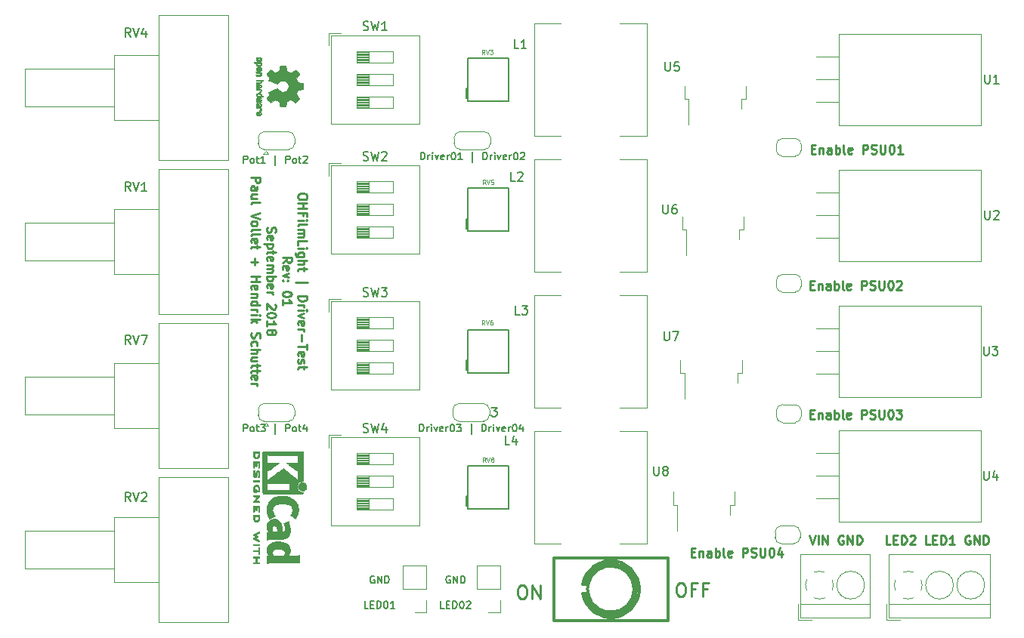
<source format=gbr>
%TF.GenerationSoftware,KiCad,Pcbnew,5.0.0*%
%TF.CreationDate,2018-09-24T19:40:09+02:00*%
%TF.ProjectId,TestDriverV1,5465737444726976657256312E6B6963,Rev 1*%
%TF.SameCoordinates,Original*%
%TF.FileFunction,Legend,Top*%
%TF.FilePolarity,Positive*%
%FSLAX46Y46*%
G04 Gerber Fmt 4.6, Leading zero omitted, Abs format (unit mm)*
G04 Created by KiCad (PCBNEW 5.0.0) date Mon Sep 24 19:40:09 2018*
%MOMM*%
%LPD*%
G01*
G04 APERTURE LIST*
%ADD10C,0.250000*%
%ADD11C,0.200000*%
%ADD12C,0.120000*%
%ADD13C,0.200660*%
%ADD14C,0.378460*%
%ADD15C,0.010000*%
%ADD16C,0.150000*%
%ADD17C,0.099060*%
G04 APERTURE END LIST*
D10*
X54607619Y-119714571D02*
X54607619Y-119905047D01*
X54560000Y-120000285D01*
X54464761Y-120095523D01*
X54274285Y-120143142D01*
X53940952Y-120143142D01*
X53750476Y-120095523D01*
X53655238Y-120000285D01*
X53607619Y-119905047D01*
X53607619Y-119714571D01*
X53655238Y-119619333D01*
X53750476Y-119524095D01*
X53940952Y-119476476D01*
X54274285Y-119476476D01*
X54464761Y-119524095D01*
X54560000Y-119619333D01*
X54607619Y-119714571D01*
X53607619Y-120571714D02*
X54607619Y-120571714D01*
X54131428Y-120571714D02*
X54131428Y-121143142D01*
X53607619Y-121143142D02*
X54607619Y-121143142D01*
X54131428Y-121952666D02*
X54131428Y-121619333D01*
X53607619Y-121619333D02*
X54607619Y-121619333D01*
X54607619Y-122095523D01*
X53607619Y-122476476D02*
X54274285Y-122476476D01*
X54607619Y-122476476D02*
X54560000Y-122428857D01*
X54512380Y-122476476D01*
X54560000Y-122524095D01*
X54607619Y-122476476D01*
X54512380Y-122476476D01*
X53607619Y-123095523D02*
X53655238Y-123000285D01*
X53750476Y-122952666D01*
X54607619Y-122952666D01*
X53607619Y-123476476D02*
X54274285Y-123476476D01*
X54179047Y-123476476D02*
X54226666Y-123524095D01*
X54274285Y-123619333D01*
X54274285Y-123762190D01*
X54226666Y-123857428D01*
X54131428Y-123905047D01*
X53607619Y-123905047D01*
X54131428Y-123905047D02*
X54226666Y-123952666D01*
X54274285Y-124047904D01*
X54274285Y-124190761D01*
X54226666Y-124286000D01*
X54131428Y-124333619D01*
X53607619Y-124333619D01*
X53607619Y-125286000D02*
X53607619Y-124809809D01*
X54607619Y-124809809D01*
X53607619Y-125619333D02*
X54274285Y-125619333D01*
X54607619Y-125619333D02*
X54560000Y-125571714D01*
X54512380Y-125619333D01*
X54560000Y-125666952D01*
X54607619Y-125619333D01*
X54512380Y-125619333D01*
X54274285Y-126524095D02*
X53464761Y-126524095D01*
X53369523Y-126476476D01*
X53321904Y-126428857D01*
X53274285Y-126333619D01*
X53274285Y-126190761D01*
X53321904Y-126095523D01*
X53655238Y-126524095D02*
X53607619Y-126428857D01*
X53607619Y-126238380D01*
X53655238Y-126143142D01*
X53702857Y-126095523D01*
X53798095Y-126047904D01*
X54083809Y-126047904D01*
X54179047Y-126095523D01*
X54226666Y-126143142D01*
X54274285Y-126238380D01*
X54274285Y-126428857D01*
X54226666Y-126524095D01*
X53607619Y-127000285D02*
X54607619Y-127000285D01*
X53607619Y-127428857D02*
X54131428Y-127428857D01*
X54226666Y-127381238D01*
X54274285Y-127286000D01*
X54274285Y-127143142D01*
X54226666Y-127047904D01*
X54179047Y-127000285D01*
X54274285Y-127762190D02*
X54274285Y-128143142D01*
X54607619Y-127905047D02*
X53750476Y-127905047D01*
X53655238Y-127952666D01*
X53607619Y-128047904D01*
X53607619Y-128143142D01*
X53274285Y-129476476D02*
X54702857Y-129476476D01*
X53607619Y-130952666D02*
X54607619Y-130952666D01*
X54607619Y-131190761D01*
X54560000Y-131333619D01*
X54464761Y-131428857D01*
X54369523Y-131476476D01*
X54179047Y-131524095D01*
X54036190Y-131524095D01*
X53845714Y-131476476D01*
X53750476Y-131428857D01*
X53655238Y-131333619D01*
X53607619Y-131190761D01*
X53607619Y-130952666D01*
X53607619Y-131952666D02*
X54274285Y-131952666D01*
X54083809Y-131952666D02*
X54179047Y-132000285D01*
X54226666Y-132047904D01*
X54274285Y-132143142D01*
X54274285Y-132238380D01*
X53607619Y-132571714D02*
X54274285Y-132571714D01*
X54607619Y-132571714D02*
X54560000Y-132524095D01*
X54512380Y-132571714D01*
X54560000Y-132619333D01*
X54607619Y-132571714D01*
X54512380Y-132571714D01*
X54274285Y-132952666D02*
X53607619Y-133190761D01*
X54274285Y-133428857D01*
X53655238Y-134190761D02*
X53607619Y-134095523D01*
X53607619Y-133905047D01*
X53655238Y-133809809D01*
X53750476Y-133762190D01*
X54131428Y-133762190D01*
X54226666Y-133809809D01*
X54274285Y-133905047D01*
X54274285Y-134095523D01*
X54226666Y-134190761D01*
X54131428Y-134238380D01*
X54036190Y-134238380D01*
X53940952Y-133762190D01*
X53607619Y-134666952D02*
X54274285Y-134666952D01*
X54083809Y-134666952D02*
X54179047Y-134714571D01*
X54226666Y-134762190D01*
X54274285Y-134857428D01*
X54274285Y-134952666D01*
X53988571Y-135286000D02*
X53988571Y-136047904D01*
X54607619Y-136381238D02*
X54607619Y-136952666D01*
X53607619Y-136666952D02*
X54607619Y-136666952D01*
X53655238Y-137666952D02*
X53607619Y-137571714D01*
X53607619Y-137381238D01*
X53655238Y-137286000D01*
X53750476Y-137238380D01*
X54131428Y-137238380D01*
X54226666Y-137286000D01*
X54274285Y-137381238D01*
X54274285Y-137571714D01*
X54226666Y-137666952D01*
X54131428Y-137714571D01*
X54036190Y-137714571D01*
X53940952Y-137238380D01*
X53655238Y-138095523D02*
X53607619Y-138190761D01*
X53607619Y-138381238D01*
X53655238Y-138476476D01*
X53750476Y-138524095D01*
X53798095Y-138524095D01*
X53893333Y-138476476D01*
X53940952Y-138381238D01*
X53940952Y-138238380D01*
X53988571Y-138143142D01*
X54083809Y-138095523D01*
X54131428Y-138095523D01*
X54226666Y-138143142D01*
X54274285Y-138238380D01*
X54274285Y-138381238D01*
X54226666Y-138476476D01*
X54274285Y-138809809D02*
X54274285Y-139190761D01*
X54607619Y-138952666D02*
X53750476Y-138952666D01*
X53655238Y-139000285D01*
X53607619Y-139095523D01*
X53607619Y-139190761D01*
X51857619Y-127214571D02*
X52333809Y-126881238D01*
X51857619Y-126643142D02*
X52857619Y-126643142D01*
X52857619Y-127024095D01*
X52810000Y-127119333D01*
X52762380Y-127166952D01*
X52667142Y-127214571D01*
X52524285Y-127214571D01*
X52429047Y-127166952D01*
X52381428Y-127119333D01*
X52333809Y-127024095D01*
X52333809Y-126643142D01*
X51905238Y-128024095D02*
X51857619Y-127928857D01*
X51857619Y-127738380D01*
X51905238Y-127643142D01*
X52000476Y-127595523D01*
X52381428Y-127595523D01*
X52476666Y-127643142D01*
X52524285Y-127738380D01*
X52524285Y-127928857D01*
X52476666Y-128024095D01*
X52381428Y-128071714D01*
X52286190Y-128071714D01*
X52190952Y-127595523D01*
X52524285Y-128405047D02*
X51857619Y-128643142D01*
X52524285Y-128881238D01*
X51952857Y-129262190D02*
X51905238Y-129309809D01*
X51857619Y-129262190D01*
X51905238Y-129214571D01*
X51952857Y-129262190D01*
X51857619Y-129262190D01*
X52476666Y-129262190D02*
X52429047Y-129309809D01*
X52381428Y-129262190D01*
X52429047Y-129214571D01*
X52476666Y-129262190D01*
X52381428Y-129262190D01*
X52857619Y-130690761D02*
X52857619Y-130786000D01*
X52810000Y-130881238D01*
X52762380Y-130928857D01*
X52667142Y-130976476D01*
X52476666Y-131024095D01*
X52238571Y-131024095D01*
X52048095Y-130976476D01*
X51952857Y-130928857D01*
X51905238Y-130881238D01*
X51857619Y-130786000D01*
X51857619Y-130690761D01*
X51905238Y-130595523D01*
X51952857Y-130547904D01*
X52048095Y-130500285D01*
X52238571Y-130452666D01*
X52476666Y-130452666D01*
X52667142Y-130500285D01*
X52762380Y-130547904D01*
X52810000Y-130595523D01*
X52857619Y-130690761D01*
X51857619Y-131976476D02*
X51857619Y-131405047D01*
X51857619Y-131690761D02*
X52857619Y-131690761D01*
X52714761Y-131595523D01*
X52619523Y-131500285D01*
X52571904Y-131405047D01*
X50155238Y-123262190D02*
X50107619Y-123405047D01*
X50107619Y-123643142D01*
X50155238Y-123738380D01*
X50202857Y-123786000D01*
X50298095Y-123833619D01*
X50393333Y-123833619D01*
X50488571Y-123786000D01*
X50536190Y-123738380D01*
X50583809Y-123643142D01*
X50631428Y-123452666D01*
X50679047Y-123357428D01*
X50726666Y-123309809D01*
X50821904Y-123262190D01*
X50917142Y-123262190D01*
X51012380Y-123309809D01*
X51060000Y-123357428D01*
X51107619Y-123452666D01*
X51107619Y-123690761D01*
X51060000Y-123833619D01*
X50155238Y-124643142D02*
X50107619Y-124547904D01*
X50107619Y-124357428D01*
X50155238Y-124262190D01*
X50250476Y-124214571D01*
X50631428Y-124214571D01*
X50726666Y-124262190D01*
X50774285Y-124357428D01*
X50774285Y-124547904D01*
X50726666Y-124643142D01*
X50631428Y-124690761D01*
X50536190Y-124690761D01*
X50440952Y-124214571D01*
X50774285Y-125119333D02*
X49774285Y-125119333D01*
X50726666Y-125119333D02*
X50774285Y-125214571D01*
X50774285Y-125405047D01*
X50726666Y-125500285D01*
X50679047Y-125547904D01*
X50583809Y-125595523D01*
X50298095Y-125595523D01*
X50202857Y-125547904D01*
X50155238Y-125500285D01*
X50107619Y-125405047D01*
X50107619Y-125214571D01*
X50155238Y-125119333D01*
X50774285Y-125881238D02*
X50774285Y-126262190D01*
X51107619Y-126024095D02*
X50250476Y-126024095D01*
X50155238Y-126071714D01*
X50107619Y-126166952D01*
X50107619Y-126262190D01*
X50155238Y-126976476D02*
X50107619Y-126881238D01*
X50107619Y-126690761D01*
X50155238Y-126595523D01*
X50250476Y-126547904D01*
X50631428Y-126547904D01*
X50726666Y-126595523D01*
X50774285Y-126690761D01*
X50774285Y-126881238D01*
X50726666Y-126976476D01*
X50631428Y-127024095D01*
X50536190Y-127024095D01*
X50440952Y-126547904D01*
X50107619Y-127452666D02*
X50774285Y-127452666D01*
X50679047Y-127452666D02*
X50726666Y-127500285D01*
X50774285Y-127595523D01*
X50774285Y-127738380D01*
X50726666Y-127833619D01*
X50631428Y-127881238D01*
X50107619Y-127881238D01*
X50631428Y-127881238D02*
X50726666Y-127928857D01*
X50774285Y-128024095D01*
X50774285Y-128166952D01*
X50726666Y-128262190D01*
X50631428Y-128309809D01*
X50107619Y-128309809D01*
X50107619Y-128786000D02*
X51107619Y-128786000D01*
X50726666Y-128786000D02*
X50774285Y-128881238D01*
X50774285Y-129071714D01*
X50726666Y-129166952D01*
X50679047Y-129214571D01*
X50583809Y-129262190D01*
X50298095Y-129262190D01*
X50202857Y-129214571D01*
X50155238Y-129166952D01*
X50107619Y-129071714D01*
X50107619Y-128881238D01*
X50155238Y-128786000D01*
X50155238Y-130071714D02*
X50107619Y-129976476D01*
X50107619Y-129786000D01*
X50155238Y-129690761D01*
X50250476Y-129643142D01*
X50631428Y-129643142D01*
X50726666Y-129690761D01*
X50774285Y-129786000D01*
X50774285Y-129976476D01*
X50726666Y-130071714D01*
X50631428Y-130119333D01*
X50536190Y-130119333D01*
X50440952Y-129643142D01*
X50107619Y-130547904D02*
X50774285Y-130547904D01*
X50583809Y-130547904D02*
X50679047Y-130595523D01*
X50726666Y-130643142D01*
X50774285Y-130738380D01*
X50774285Y-130833619D01*
X51012380Y-131881238D02*
X51060000Y-131928857D01*
X51107619Y-132024095D01*
X51107619Y-132262190D01*
X51060000Y-132357428D01*
X51012380Y-132405047D01*
X50917142Y-132452666D01*
X50821904Y-132452666D01*
X50679047Y-132405047D01*
X50107619Y-131833619D01*
X50107619Y-132452666D01*
X51107619Y-133071714D02*
X51107619Y-133166952D01*
X51060000Y-133262190D01*
X51012380Y-133309809D01*
X50917142Y-133357428D01*
X50726666Y-133405047D01*
X50488571Y-133405047D01*
X50298095Y-133357428D01*
X50202857Y-133309809D01*
X50155238Y-133262190D01*
X50107619Y-133166952D01*
X50107619Y-133071714D01*
X50155238Y-132976476D01*
X50202857Y-132928857D01*
X50298095Y-132881238D01*
X50488571Y-132833619D01*
X50726666Y-132833619D01*
X50917142Y-132881238D01*
X51012380Y-132928857D01*
X51060000Y-132976476D01*
X51107619Y-133071714D01*
X50107619Y-134357428D02*
X50107619Y-133786000D01*
X50107619Y-134071714D02*
X51107619Y-134071714D01*
X50964761Y-133976476D01*
X50869523Y-133881238D01*
X50821904Y-133786000D01*
X50679047Y-134928857D02*
X50726666Y-134833619D01*
X50774285Y-134786000D01*
X50869523Y-134738380D01*
X50917142Y-134738380D01*
X51012380Y-134786000D01*
X51060000Y-134833619D01*
X51107619Y-134928857D01*
X51107619Y-135119333D01*
X51060000Y-135214571D01*
X51012380Y-135262190D01*
X50917142Y-135309809D01*
X50869523Y-135309809D01*
X50774285Y-135262190D01*
X50726666Y-135214571D01*
X50679047Y-135119333D01*
X50679047Y-134928857D01*
X50631428Y-134833619D01*
X50583809Y-134786000D01*
X50488571Y-134738380D01*
X50298095Y-134738380D01*
X50202857Y-134786000D01*
X50155238Y-134833619D01*
X50107619Y-134928857D01*
X50107619Y-135119333D01*
X50155238Y-135214571D01*
X50202857Y-135262190D01*
X50298095Y-135309809D01*
X50488571Y-135309809D01*
X50583809Y-135262190D01*
X50631428Y-135214571D01*
X50679047Y-135119333D01*
X48357619Y-117666952D02*
X49357619Y-117666952D01*
X49357619Y-118047904D01*
X49310000Y-118143142D01*
X49262380Y-118190761D01*
X49167142Y-118238380D01*
X49024285Y-118238380D01*
X48929047Y-118190761D01*
X48881428Y-118143142D01*
X48833809Y-118047904D01*
X48833809Y-117666952D01*
X48357619Y-119095523D02*
X48881428Y-119095523D01*
X48976666Y-119047904D01*
X49024285Y-118952666D01*
X49024285Y-118762190D01*
X48976666Y-118666952D01*
X48405238Y-119095523D02*
X48357619Y-119000285D01*
X48357619Y-118762190D01*
X48405238Y-118666952D01*
X48500476Y-118619333D01*
X48595714Y-118619333D01*
X48690952Y-118666952D01*
X48738571Y-118762190D01*
X48738571Y-119000285D01*
X48786190Y-119095523D01*
X49024285Y-120000285D02*
X48357619Y-120000285D01*
X49024285Y-119571714D02*
X48500476Y-119571714D01*
X48405238Y-119619333D01*
X48357619Y-119714571D01*
X48357619Y-119857428D01*
X48405238Y-119952666D01*
X48452857Y-120000285D01*
X48357619Y-120619333D02*
X48405238Y-120524095D01*
X48500476Y-120476476D01*
X49357619Y-120476476D01*
X49357619Y-121619333D02*
X48357619Y-121952666D01*
X49357619Y-122286000D01*
X48357619Y-122762190D02*
X48405238Y-122666952D01*
X48452857Y-122619333D01*
X48548095Y-122571714D01*
X48833809Y-122571714D01*
X48929047Y-122619333D01*
X48976666Y-122666952D01*
X49024285Y-122762190D01*
X49024285Y-122905047D01*
X48976666Y-123000285D01*
X48929047Y-123047904D01*
X48833809Y-123095523D01*
X48548095Y-123095523D01*
X48452857Y-123047904D01*
X48405238Y-123000285D01*
X48357619Y-122905047D01*
X48357619Y-122762190D01*
X48357619Y-123666952D02*
X48405238Y-123571714D01*
X48500476Y-123524095D01*
X49357619Y-123524095D01*
X48357619Y-124190761D02*
X48405238Y-124095523D01*
X48500476Y-124047904D01*
X49357619Y-124047904D01*
X48405238Y-124952666D02*
X48357619Y-124857428D01*
X48357619Y-124666952D01*
X48405238Y-124571714D01*
X48500476Y-124524095D01*
X48881428Y-124524095D01*
X48976666Y-124571714D01*
X49024285Y-124666952D01*
X49024285Y-124857428D01*
X48976666Y-124952666D01*
X48881428Y-125000285D01*
X48786190Y-125000285D01*
X48690952Y-124524095D01*
X49024285Y-125286000D02*
X49024285Y-125666952D01*
X49357619Y-125428857D02*
X48500476Y-125428857D01*
X48405238Y-125476476D01*
X48357619Y-125571714D01*
X48357619Y-125666952D01*
X48738571Y-126762190D02*
X48738571Y-127524095D01*
X48357619Y-127143142D02*
X49119523Y-127143142D01*
X48357619Y-128762190D02*
X49357619Y-128762190D01*
X48881428Y-128762190D02*
X48881428Y-129333619D01*
X48357619Y-129333619D02*
X49357619Y-129333619D01*
X48405238Y-130190761D02*
X48357619Y-130095523D01*
X48357619Y-129905047D01*
X48405238Y-129809809D01*
X48500476Y-129762190D01*
X48881428Y-129762190D01*
X48976666Y-129809809D01*
X49024285Y-129905047D01*
X49024285Y-130095523D01*
X48976666Y-130190761D01*
X48881428Y-130238380D01*
X48786190Y-130238380D01*
X48690952Y-129762190D01*
X49024285Y-130666952D02*
X48357619Y-130666952D01*
X48929047Y-130666952D02*
X48976666Y-130714571D01*
X49024285Y-130809809D01*
X49024285Y-130952666D01*
X48976666Y-131047904D01*
X48881428Y-131095523D01*
X48357619Y-131095523D01*
X48357619Y-132000285D02*
X49357619Y-132000285D01*
X48405238Y-132000285D02*
X48357619Y-131905047D01*
X48357619Y-131714571D01*
X48405238Y-131619333D01*
X48452857Y-131571714D01*
X48548095Y-131524095D01*
X48833809Y-131524095D01*
X48929047Y-131571714D01*
X48976666Y-131619333D01*
X49024285Y-131714571D01*
X49024285Y-131905047D01*
X48976666Y-132000285D01*
X48357619Y-132476476D02*
X49024285Y-132476476D01*
X48833809Y-132476476D02*
X48929047Y-132524095D01*
X48976666Y-132571714D01*
X49024285Y-132666952D01*
X49024285Y-132762190D01*
X48357619Y-133095523D02*
X49024285Y-133095523D01*
X49357619Y-133095523D02*
X49310000Y-133047904D01*
X49262380Y-133095523D01*
X49310000Y-133143142D01*
X49357619Y-133095523D01*
X49262380Y-133095523D01*
X48357619Y-133571714D02*
X49357619Y-133571714D01*
X48738571Y-133666952D02*
X48357619Y-133952666D01*
X49024285Y-133952666D02*
X48643333Y-133571714D01*
X48405238Y-135095523D02*
X48357619Y-135238380D01*
X48357619Y-135476476D01*
X48405238Y-135571714D01*
X48452857Y-135619333D01*
X48548095Y-135666952D01*
X48643333Y-135666952D01*
X48738571Y-135619333D01*
X48786190Y-135571714D01*
X48833809Y-135476476D01*
X48881428Y-135286000D01*
X48929047Y-135190761D01*
X48976666Y-135143142D01*
X49071904Y-135095523D01*
X49167142Y-135095523D01*
X49262380Y-135143142D01*
X49310000Y-135190761D01*
X49357619Y-135286000D01*
X49357619Y-135524095D01*
X49310000Y-135666952D01*
X48405238Y-136524095D02*
X48357619Y-136428857D01*
X48357619Y-136238380D01*
X48405238Y-136143142D01*
X48452857Y-136095523D01*
X48548095Y-136047904D01*
X48833809Y-136047904D01*
X48929047Y-136095523D01*
X48976666Y-136143142D01*
X49024285Y-136238380D01*
X49024285Y-136428857D01*
X48976666Y-136524095D01*
X48357619Y-136952666D02*
X49357619Y-136952666D01*
X48357619Y-137381238D02*
X48881428Y-137381238D01*
X48976666Y-137333619D01*
X49024285Y-137238380D01*
X49024285Y-137095523D01*
X48976666Y-137000285D01*
X48929047Y-136952666D01*
X49024285Y-138286000D02*
X48357619Y-138286000D01*
X49024285Y-137857428D02*
X48500476Y-137857428D01*
X48405238Y-137905047D01*
X48357619Y-138000285D01*
X48357619Y-138143142D01*
X48405238Y-138238380D01*
X48452857Y-138286000D01*
X49024285Y-138619333D02*
X49024285Y-139000285D01*
X49357619Y-138762190D02*
X48500476Y-138762190D01*
X48405238Y-138809809D01*
X48357619Y-138905047D01*
X48357619Y-139000285D01*
X49024285Y-139190761D02*
X49024285Y-139571714D01*
X49357619Y-139333619D02*
X48500476Y-139333619D01*
X48405238Y-139381238D01*
X48357619Y-139476476D01*
X48357619Y-139571714D01*
X48405238Y-140286000D02*
X48357619Y-140190761D01*
X48357619Y-140000285D01*
X48405238Y-139905047D01*
X48500476Y-139857428D01*
X48881428Y-139857428D01*
X48976666Y-139905047D01*
X49024285Y-140000285D01*
X49024285Y-140190761D01*
X48976666Y-140286000D01*
X48881428Y-140333619D01*
X48786190Y-140333619D01*
X48690952Y-139857428D01*
X48357619Y-140762190D02*
X49024285Y-140762190D01*
X48833809Y-140762190D02*
X48929047Y-140809809D01*
X48976666Y-140857428D01*
X49024285Y-140952666D01*
X49024285Y-141047904D01*
X110872261Y-157821380D02*
X111205595Y-158821380D01*
X111538928Y-157821380D01*
X111872261Y-158821380D02*
X111872261Y-157821380D01*
X112348452Y-158821380D02*
X112348452Y-157821380D01*
X112919880Y-158821380D01*
X112919880Y-157821380D01*
X114681785Y-157869000D02*
X114586547Y-157821380D01*
X114443690Y-157821380D01*
X114300833Y-157869000D01*
X114205595Y-157964238D01*
X114157976Y-158059476D01*
X114110357Y-158249952D01*
X114110357Y-158392809D01*
X114157976Y-158583285D01*
X114205595Y-158678523D01*
X114300833Y-158773761D01*
X114443690Y-158821380D01*
X114538928Y-158821380D01*
X114681785Y-158773761D01*
X114729404Y-158726142D01*
X114729404Y-158392809D01*
X114538928Y-158392809D01*
X115157976Y-158821380D02*
X115157976Y-157821380D01*
X115729404Y-158821380D01*
X115729404Y-157821380D01*
X116205595Y-158821380D02*
X116205595Y-157821380D01*
X116443690Y-157821380D01*
X116586547Y-157869000D01*
X116681785Y-157964238D01*
X116729404Y-158059476D01*
X116777023Y-158249952D01*
X116777023Y-158392809D01*
X116729404Y-158583285D01*
X116681785Y-158678523D01*
X116586547Y-158773761D01*
X116443690Y-158821380D01*
X116205595Y-158821380D01*
X119967500Y-158821380D02*
X119491309Y-158821380D01*
X119491309Y-157821380D01*
X120300833Y-158297571D02*
X120634166Y-158297571D01*
X120777023Y-158821380D02*
X120300833Y-158821380D01*
X120300833Y-157821380D01*
X120777023Y-157821380D01*
X121205595Y-158821380D02*
X121205595Y-157821380D01*
X121443690Y-157821380D01*
X121586547Y-157869000D01*
X121681785Y-157964238D01*
X121729404Y-158059476D01*
X121777023Y-158249952D01*
X121777023Y-158392809D01*
X121729404Y-158583285D01*
X121681785Y-158678523D01*
X121586547Y-158773761D01*
X121443690Y-158821380D01*
X121205595Y-158821380D01*
X122157976Y-157916619D02*
X122205595Y-157869000D01*
X122300833Y-157821380D01*
X122538928Y-157821380D01*
X122634166Y-157869000D01*
X122681785Y-157916619D01*
X122729404Y-158011857D01*
X122729404Y-158107095D01*
X122681785Y-158249952D01*
X122110357Y-158821380D01*
X122729404Y-158821380D01*
X124396071Y-158821380D02*
X123919880Y-158821380D01*
X123919880Y-157821380D01*
X124729404Y-158297571D02*
X125062738Y-158297571D01*
X125205595Y-158821380D02*
X124729404Y-158821380D01*
X124729404Y-157821380D01*
X125205595Y-157821380D01*
X125634166Y-158821380D02*
X125634166Y-157821380D01*
X125872261Y-157821380D01*
X126015119Y-157869000D01*
X126110357Y-157964238D01*
X126157976Y-158059476D01*
X126205595Y-158249952D01*
X126205595Y-158392809D01*
X126157976Y-158583285D01*
X126110357Y-158678523D01*
X126015119Y-158773761D01*
X125872261Y-158821380D01*
X125634166Y-158821380D01*
X127157976Y-158821380D02*
X126586547Y-158821380D01*
X126872261Y-158821380D02*
X126872261Y-157821380D01*
X126777023Y-157964238D01*
X126681785Y-158059476D01*
X126586547Y-158107095D01*
X128872261Y-157869000D02*
X128777023Y-157821380D01*
X128634166Y-157821380D01*
X128491309Y-157869000D01*
X128396071Y-157964238D01*
X128348452Y-158059476D01*
X128300833Y-158249952D01*
X128300833Y-158392809D01*
X128348452Y-158583285D01*
X128396071Y-158678523D01*
X128491309Y-158773761D01*
X128634166Y-158821380D01*
X128729404Y-158821380D01*
X128872261Y-158773761D01*
X128919880Y-158726142D01*
X128919880Y-158392809D01*
X128729404Y-158392809D01*
X129348452Y-158821380D02*
X129348452Y-157821380D01*
X129919880Y-158821380D01*
X129919880Y-157821380D01*
X130396071Y-158821380D02*
X130396071Y-157821380D01*
X130634166Y-157821380D01*
X130777023Y-157869000D01*
X130872261Y-157964238D01*
X130919880Y-158059476D01*
X130967500Y-158249952D01*
X130967500Y-158392809D01*
X130919880Y-158583285D01*
X130872261Y-158678523D01*
X130777023Y-158773761D01*
X130634166Y-158821380D01*
X130396071Y-158821380D01*
X96361428Y-163135571D02*
X96647142Y-163135571D01*
X96790000Y-163207000D01*
X96932857Y-163349857D01*
X97004285Y-163635571D01*
X97004285Y-164135571D01*
X96932857Y-164421285D01*
X96790000Y-164564142D01*
X96647142Y-164635571D01*
X96361428Y-164635571D01*
X96218571Y-164564142D01*
X96075714Y-164421285D01*
X96004285Y-164135571D01*
X96004285Y-163635571D01*
X96075714Y-163349857D01*
X96218571Y-163207000D01*
X96361428Y-163135571D01*
X98147142Y-163849857D02*
X97647142Y-163849857D01*
X97647142Y-164635571D02*
X97647142Y-163135571D01*
X98361428Y-163135571D01*
X99432857Y-163849857D02*
X98932857Y-163849857D01*
X98932857Y-164635571D02*
X98932857Y-163135571D01*
X99647142Y-163135571D01*
X78573428Y-163389571D02*
X78859142Y-163389571D01*
X79002000Y-163461000D01*
X79144857Y-163603857D01*
X79216285Y-163889571D01*
X79216285Y-164389571D01*
X79144857Y-164675285D01*
X79002000Y-164818142D01*
X78859142Y-164889571D01*
X78573428Y-164889571D01*
X78430571Y-164818142D01*
X78287714Y-164675285D01*
X78216285Y-164389571D01*
X78216285Y-163889571D01*
X78287714Y-163603857D01*
X78430571Y-163461000D01*
X78573428Y-163389571D01*
X79859142Y-164889571D02*
X79859142Y-163389571D01*
X80716285Y-164889571D01*
X80716285Y-163389571D01*
D11*
X70637476Y-162411000D02*
X70561285Y-162372904D01*
X70447000Y-162372904D01*
X70332714Y-162411000D01*
X70256523Y-162487190D01*
X70218428Y-162563380D01*
X70180333Y-162715761D01*
X70180333Y-162830047D01*
X70218428Y-162982428D01*
X70256523Y-163058619D01*
X70332714Y-163134809D01*
X70447000Y-163172904D01*
X70523190Y-163172904D01*
X70637476Y-163134809D01*
X70675571Y-163096714D01*
X70675571Y-162830047D01*
X70523190Y-162830047D01*
X71018428Y-163172904D02*
X71018428Y-162372904D01*
X71475571Y-163172904D01*
X71475571Y-162372904D01*
X71856523Y-163172904D02*
X71856523Y-162372904D01*
X72047000Y-162372904D01*
X72161285Y-162411000D01*
X72237476Y-162487190D01*
X72275571Y-162563380D01*
X72313666Y-162715761D01*
X72313666Y-162830047D01*
X72275571Y-162982428D01*
X72237476Y-163058619D01*
X72161285Y-163134809D01*
X72047000Y-163172904D01*
X71856523Y-163172904D01*
X69970809Y-165972904D02*
X69589857Y-165972904D01*
X69589857Y-165172904D01*
X70237476Y-165553857D02*
X70504142Y-165553857D01*
X70618428Y-165972904D02*
X70237476Y-165972904D01*
X70237476Y-165172904D01*
X70618428Y-165172904D01*
X70961285Y-165972904D02*
X70961285Y-165172904D01*
X71151761Y-165172904D01*
X71266047Y-165211000D01*
X71342238Y-165287190D01*
X71380333Y-165363380D01*
X71418428Y-165515761D01*
X71418428Y-165630047D01*
X71380333Y-165782428D01*
X71342238Y-165858619D01*
X71266047Y-165934809D01*
X71151761Y-165972904D01*
X70961285Y-165972904D01*
X71913666Y-165172904D02*
X71989857Y-165172904D01*
X72066047Y-165211000D01*
X72104142Y-165249095D01*
X72142238Y-165325285D01*
X72180333Y-165477666D01*
X72180333Y-165668142D01*
X72142238Y-165820523D01*
X72104142Y-165896714D01*
X72066047Y-165934809D01*
X71989857Y-165972904D01*
X71913666Y-165972904D01*
X71837476Y-165934809D01*
X71799380Y-165896714D01*
X71761285Y-165820523D01*
X71723190Y-165668142D01*
X71723190Y-165477666D01*
X71761285Y-165325285D01*
X71799380Y-165249095D01*
X71837476Y-165211000D01*
X71913666Y-165172904D01*
X72485095Y-165249095D02*
X72523190Y-165211000D01*
X72599380Y-165172904D01*
X72789857Y-165172904D01*
X72866047Y-165211000D01*
X72904142Y-165249095D01*
X72942238Y-165325285D01*
X72942238Y-165401476D01*
X72904142Y-165515761D01*
X72447000Y-165972904D01*
X72942238Y-165972904D01*
X62128476Y-162411000D02*
X62052285Y-162372904D01*
X61938000Y-162372904D01*
X61823714Y-162411000D01*
X61747523Y-162487190D01*
X61709428Y-162563380D01*
X61671333Y-162715761D01*
X61671333Y-162830047D01*
X61709428Y-162982428D01*
X61747523Y-163058619D01*
X61823714Y-163134809D01*
X61938000Y-163172904D01*
X62014190Y-163172904D01*
X62128476Y-163134809D01*
X62166571Y-163096714D01*
X62166571Y-162830047D01*
X62014190Y-162830047D01*
X62509428Y-163172904D02*
X62509428Y-162372904D01*
X62966571Y-163172904D01*
X62966571Y-162372904D01*
X63347523Y-163172904D02*
X63347523Y-162372904D01*
X63538000Y-162372904D01*
X63652285Y-162411000D01*
X63728476Y-162487190D01*
X63766571Y-162563380D01*
X63804666Y-162715761D01*
X63804666Y-162830047D01*
X63766571Y-162982428D01*
X63728476Y-163058619D01*
X63652285Y-163134809D01*
X63538000Y-163172904D01*
X63347523Y-163172904D01*
X61461809Y-165972904D02*
X61080857Y-165972904D01*
X61080857Y-165172904D01*
X61728476Y-165553857D02*
X61995142Y-165553857D01*
X62109428Y-165972904D02*
X61728476Y-165972904D01*
X61728476Y-165172904D01*
X62109428Y-165172904D01*
X62452285Y-165972904D02*
X62452285Y-165172904D01*
X62642761Y-165172904D01*
X62757047Y-165211000D01*
X62833238Y-165287190D01*
X62871333Y-165363380D01*
X62909428Y-165515761D01*
X62909428Y-165630047D01*
X62871333Y-165782428D01*
X62833238Y-165858619D01*
X62757047Y-165934809D01*
X62642761Y-165972904D01*
X62452285Y-165972904D01*
X63404666Y-165172904D02*
X63480857Y-165172904D01*
X63557047Y-165211000D01*
X63595142Y-165249095D01*
X63633238Y-165325285D01*
X63671333Y-165477666D01*
X63671333Y-165668142D01*
X63633238Y-165820523D01*
X63595142Y-165896714D01*
X63557047Y-165934809D01*
X63480857Y-165972904D01*
X63404666Y-165972904D01*
X63328476Y-165934809D01*
X63290380Y-165896714D01*
X63252285Y-165820523D01*
X63214190Y-165668142D01*
X63214190Y-165477666D01*
X63252285Y-165325285D01*
X63290380Y-165249095D01*
X63328476Y-165211000D01*
X63404666Y-165172904D01*
X64433238Y-165972904D02*
X63976095Y-165972904D01*
X64204666Y-165972904D02*
X64204666Y-165172904D01*
X64128476Y-165287190D01*
X64052285Y-165363380D01*
X63976095Y-165401476D01*
X47511142Y-146157904D02*
X47511142Y-145357904D01*
X47815904Y-145357904D01*
X47892095Y-145396000D01*
X47930190Y-145434095D01*
X47968285Y-145510285D01*
X47968285Y-145624571D01*
X47930190Y-145700761D01*
X47892095Y-145738857D01*
X47815904Y-145776952D01*
X47511142Y-145776952D01*
X48425428Y-146157904D02*
X48349238Y-146119809D01*
X48311142Y-146081714D01*
X48273047Y-146005523D01*
X48273047Y-145776952D01*
X48311142Y-145700761D01*
X48349238Y-145662666D01*
X48425428Y-145624571D01*
X48539714Y-145624571D01*
X48615904Y-145662666D01*
X48654000Y-145700761D01*
X48692095Y-145776952D01*
X48692095Y-146005523D01*
X48654000Y-146081714D01*
X48615904Y-146119809D01*
X48539714Y-146157904D01*
X48425428Y-146157904D01*
X48920666Y-145624571D02*
X49225428Y-145624571D01*
X49034952Y-145357904D02*
X49034952Y-146043619D01*
X49073047Y-146119809D01*
X49149238Y-146157904D01*
X49225428Y-146157904D01*
X49415904Y-145357904D02*
X49911142Y-145357904D01*
X49644476Y-145662666D01*
X49758761Y-145662666D01*
X49834952Y-145700761D01*
X49873047Y-145738857D01*
X49911142Y-145815047D01*
X49911142Y-146005523D01*
X49873047Y-146081714D01*
X49834952Y-146119809D01*
X49758761Y-146157904D01*
X49530190Y-146157904D01*
X49454000Y-146119809D01*
X49415904Y-146081714D01*
X51054000Y-146424571D02*
X51054000Y-145281714D01*
X52234952Y-146157904D02*
X52234952Y-145357904D01*
X52539714Y-145357904D01*
X52615904Y-145396000D01*
X52654000Y-145434095D01*
X52692095Y-145510285D01*
X52692095Y-145624571D01*
X52654000Y-145700761D01*
X52615904Y-145738857D01*
X52539714Y-145776952D01*
X52234952Y-145776952D01*
X53149238Y-146157904D02*
X53073047Y-146119809D01*
X53034952Y-146081714D01*
X52996857Y-146005523D01*
X52996857Y-145776952D01*
X53034952Y-145700761D01*
X53073047Y-145662666D01*
X53149238Y-145624571D01*
X53263523Y-145624571D01*
X53339714Y-145662666D01*
X53377809Y-145700761D01*
X53415904Y-145776952D01*
X53415904Y-146005523D01*
X53377809Y-146081714D01*
X53339714Y-146119809D01*
X53263523Y-146157904D01*
X53149238Y-146157904D01*
X53644476Y-145624571D02*
X53949238Y-145624571D01*
X53758761Y-145357904D02*
X53758761Y-146043619D01*
X53796857Y-146119809D01*
X53873047Y-146157904D01*
X53949238Y-146157904D01*
X54558761Y-145624571D02*
X54558761Y-146157904D01*
X54368285Y-145319809D02*
X54177809Y-145891238D01*
X54673047Y-145891238D01*
X47511142Y-116058904D02*
X47511142Y-115258904D01*
X47815904Y-115258904D01*
X47892095Y-115297000D01*
X47930190Y-115335095D01*
X47968285Y-115411285D01*
X47968285Y-115525571D01*
X47930190Y-115601761D01*
X47892095Y-115639857D01*
X47815904Y-115677952D01*
X47511142Y-115677952D01*
X48425428Y-116058904D02*
X48349238Y-116020809D01*
X48311142Y-115982714D01*
X48273047Y-115906523D01*
X48273047Y-115677952D01*
X48311142Y-115601761D01*
X48349238Y-115563666D01*
X48425428Y-115525571D01*
X48539714Y-115525571D01*
X48615904Y-115563666D01*
X48654000Y-115601761D01*
X48692095Y-115677952D01*
X48692095Y-115906523D01*
X48654000Y-115982714D01*
X48615904Y-116020809D01*
X48539714Y-116058904D01*
X48425428Y-116058904D01*
X48920666Y-115525571D02*
X49225428Y-115525571D01*
X49034952Y-115258904D02*
X49034952Y-115944619D01*
X49073047Y-116020809D01*
X49149238Y-116058904D01*
X49225428Y-116058904D01*
X49911142Y-116058904D02*
X49454000Y-116058904D01*
X49682571Y-116058904D02*
X49682571Y-115258904D01*
X49606380Y-115373190D01*
X49530190Y-115449380D01*
X49454000Y-115487476D01*
X51054000Y-116325571D02*
X51054000Y-115182714D01*
X52234952Y-116058904D02*
X52234952Y-115258904D01*
X52539714Y-115258904D01*
X52615904Y-115297000D01*
X52654000Y-115335095D01*
X52692095Y-115411285D01*
X52692095Y-115525571D01*
X52654000Y-115601761D01*
X52615904Y-115639857D01*
X52539714Y-115677952D01*
X52234952Y-115677952D01*
X53149238Y-116058904D02*
X53073047Y-116020809D01*
X53034952Y-115982714D01*
X52996857Y-115906523D01*
X52996857Y-115677952D01*
X53034952Y-115601761D01*
X53073047Y-115563666D01*
X53149238Y-115525571D01*
X53263523Y-115525571D01*
X53339714Y-115563666D01*
X53377809Y-115601761D01*
X53415904Y-115677952D01*
X53415904Y-115906523D01*
X53377809Y-115982714D01*
X53339714Y-116020809D01*
X53263523Y-116058904D01*
X53149238Y-116058904D01*
X53644476Y-115525571D02*
X53949238Y-115525571D01*
X53758761Y-115258904D02*
X53758761Y-115944619D01*
X53796857Y-116020809D01*
X53873047Y-116058904D01*
X53949238Y-116058904D01*
X54177809Y-115335095D02*
X54215904Y-115297000D01*
X54292095Y-115258904D01*
X54482571Y-115258904D01*
X54558761Y-115297000D01*
X54596857Y-115335095D01*
X54634952Y-115411285D01*
X54634952Y-115487476D01*
X54596857Y-115601761D01*
X54139714Y-116058904D01*
X54634952Y-116058904D01*
X67234523Y-146157904D02*
X67234523Y-145357904D01*
X67425000Y-145357904D01*
X67539285Y-145396000D01*
X67615476Y-145472190D01*
X67653571Y-145548380D01*
X67691666Y-145700761D01*
X67691666Y-145815047D01*
X67653571Y-145967428D01*
X67615476Y-146043619D01*
X67539285Y-146119809D01*
X67425000Y-146157904D01*
X67234523Y-146157904D01*
X68034523Y-146157904D02*
X68034523Y-145624571D01*
X68034523Y-145776952D02*
X68072619Y-145700761D01*
X68110714Y-145662666D01*
X68186904Y-145624571D01*
X68263095Y-145624571D01*
X68529761Y-146157904D02*
X68529761Y-145624571D01*
X68529761Y-145357904D02*
X68491666Y-145396000D01*
X68529761Y-145434095D01*
X68567857Y-145396000D01*
X68529761Y-145357904D01*
X68529761Y-145434095D01*
X68834523Y-145624571D02*
X69025000Y-146157904D01*
X69215476Y-145624571D01*
X69825000Y-146119809D02*
X69748809Y-146157904D01*
X69596428Y-146157904D01*
X69520238Y-146119809D01*
X69482142Y-146043619D01*
X69482142Y-145738857D01*
X69520238Y-145662666D01*
X69596428Y-145624571D01*
X69748809Y-145624571D01*
X69825000Y-145662666D01*
X69863095Y-145738857D01*
X69863095Y-145815047D01*
X69482142Y-145891238D01*
X70205952Y-146157904D02*
X70205952Y-145624571D01*
X70205952Y-145776952D02*
X70244047Y-145700761D01*
X70282142Y-145662666D01*
X70358333Y-145624571D01*
X70434523Y-145624571D01*
X70853571Y-145357904D02*
X70929761Y-145357904D01*
X71005952Y-145396000D01*
X71044047Y-145434095D01*
X71082142Y-145510285D01*
X71120238Y-145662666D01*
X71120238Y-145853142D01*
X71082142Y-146005523D01*
X71044047Y-146081714D01*
X71005952Y-146119809D01*
X70929761Y-146157904D01*
X70853571Y-146157904D01*
X70777380Y-146119809D01*
X70739285Y-146081714D01*
X70701190Y-146005523D01*
X70663095Y-145853142D01*
X70663095Y-145662666D01*
X70701190Y-145510285D01*
X70739285Y-145434095D01*
X70777380Y-145396000D01*
X70853571Y-145357904D01*
X71386904Y-145357904D02*
X71882142Y-145357904D01*
X71615476Y-145662666D01*
X71729761Y-145662666D01*
X71805952Y-145700761D01*
X71844047Y-145738857D01*
X71882142Y-145815047D01*
X71882142Y-146005523D01*
X71844047Y-146081714D01*
X71805952Y-146119809D01*
X71729761Y-146157904D01*
X71501190Y-146157904D01*
X71425000Y-146119809D01*
X71386904Y-146081714D01*
X73025000Y-146424571D02*
X73025000Y-145281714D01*
X74205952Y-146157904D02*
X74205952Y-145357904D01*
X74396428Y-145357904D01*
X74510714Y-145396000D01*
X74586904Y-145472190D01*
X74625000Y-145548380D01*
X74663095Y-145700761D01*
X74663095Y-145815047D01*
X74625000Y-145967428D01*
X74586904Y-146043619D01*
X74510714Y-146119809D01*
X74396428Y-146157904D01*
X74205952Y-146157904D01*
X75005952Y-146157904D02*
X75005952Y-145624571D01*
X75005952Y-145776952D02*
X75044047Y-145700761D01*
X75082142Y-145662666D01*
X75158333Y-145624571D01*
X75234523Y-145624571D01*
X75501190Y-146157904D02*
X75501190Y-145624571D01*
X75501190Y-145357904D02*
X75463095Y-145396000D01*
X75501190Y-145434095D01*
X75539285Y-145396000D01*
X75501190Y-145357904D01*
X75501190Y-145434095D01*
X75805952Y-145624571D02*
X75996428Y-146157904D01*
X76186904Y-145624571D01*
X76796428Y-146119809D02*
X76720238Y-146157904D01*
X76567857Y-146157904D01*
X76491666Y-146119809D01*
X76453571Y-146043619D01*
X76453571Y-145738857D01*
X76491666Y-145662666D01*
X76567857Y-145624571D01*
X76720238Y-145624571D01*
X76796428Y-145662666D01*
X76834523Y-145738857D01*
X76834523Y-145815047D01*
X76453571Y-145891238D01*
X77177380Y-146157904D02*
X77177380Y-145624571D01*
X77177380Y-145776952D02*
X77215476Y-145700761D01*
X77253571Y-145662666D01*
X77329761Y-145624571D01*
X77405952Y-145624571D01*
X77825000Y-145357904D02*
X77901190Y-145357904D01*
X77977380Y-145396000D01*
X78015476Y-145434095D01*
X78053571Y-145510285D01*
X78091666Y-145662666D01*
X78091666Y-145853142D01*
X78053571Y-146005523D01*
X78015476Y-146081714D01*
X77977380Y-146119809D01*
X77901190Y-146157904D01*
X77825000Y-146157904D01*
X77748809Y-146119809D01*
X77710714Y-146081714D01*
X77672619Y-146005523D01*
X77634523Y-145853142D01*
X77634523Y-145662666D01*
X77672619Y-145510285D01*
X77710714Y-145434095D01*
X77748809Y-145396000D01*
X77825000Y-145357904D01*
X78777380Y-145624571D02*
X78777380Y-146157904D01*
X78586904Y-145319809D02*
X78396428Y-145891238D01*
X78891666Y-145891238D01*
X67361523Y-115677904D02*
X67361523Y-114877904D01*
X67552000Y-114877904D01*
X67666285Y-114916000D01*
X67742476Y-114992190D01*
X67780571Y-115068380D01*
X67818666Y-115220761D01*
X67818666Y-115335047D01*
X67780571Y-115487428D01*
X67742476Y-115563619D01*
X67666285Y-115639809D01*
X67552000Y-115677904D01*
X67361523Y-115677904D01*
X68161523Y-115677904D02*
X68161523Y-115144571D01*
X68161523Y-115296952D02*
X68199619Y-115220761D01*
X68237714Y-115182666D01*
X68313904Y-115144571D01*
X68390095Y-115144571D01*
X68656761Y-115677904D02*
X68656761Y-115144571D01*
X68656761Y-114877904D02*
X68618666Y-114916000D01*
X68656761Y-114954095D01*
X68694857Y-114916000D01*
X68656761Y-114877904D01*
X68656761Y-114954095D01*
X68961523Y-115144571D02*
X69152000Y-115677904D01*
X69342476Y-115144571D01*
X69952000Y-115639809D02*
X69875809Y-115677904D01*
X69723428Y-115677904D01*
X69647238Y-115639809D01*
X69609142Y-115563619D01*
X69609142Y-115258857D01*
X69647238Y-115182666D01*
X69723428Y-115144571D01*
X69875809Y-115144571D01*
X69952000Y-115182666D01*
X69990095Y-115258857D01*
X69990095Y-115335047D01*
X69609142Y-115411238D01*
X70332952Y-115677904D02*
X70332952Y-115144571D01*
X70332952Y-115296952D02*
X70371047Y-115220761D01*
X70409142Y-115182666D01*
X70485333Y-115144571D01*
X70561523Y-115144571D01*
X70980571Y-114877904D02*
X71056761Y-114877904D01*
X71132952Y-114916000D01*
X71171047Y-114954095D01*
X71209142Y-115030285D01*
X71247238Y-115182666D01*
X71247238Y-115373142D01*
X71209142Y-115525523D01*
X71171047Y-115601714D01*
X71132952Y-115639809D01*
X71056761Y-115677904D01*
X70980571Y-115677904D01*
X70904380Y-115639809D01*
X70866285Y-115601714D01*
X70828190Y-115525523D01*
X70790095Y-115373142D01*
X70790095Y-115182666D01*
X70828190Y-115030285D01*
X70866285Y-114954095D01*
X70904380Y-114916000D01*
X70980571Y-114877904D01*
X72009142Y-115677904D02*
X71552000Y-115677904D01*
X71780571Y-115677904D02*
X71780571Y-114877904D01*
X71704380Y-114992190D01*
X71628190Y-115068380D01*
X71552000Y-115106476D01*
X73152000Y-115944571D02*
X73152000Y-114801714D01*
X74332952Y-115677904D02*
X74332952Y-114877904D01*
X74523428Y-114877904D01*
X74637714Y-114916000D01*
X74713904Y-114992190D01*
X74752000Y-115068380D01*
X74790095Y-115220761D01*
X74790095Y-115335047D01*
X74752000Y-115487428D01*
X74713904Y-115563619D01*
X74637714Y-115639809D01*
X74523428Y-115677904D01*
X74332952Y-115677904D01*
X75132952Y-115677904D02*
X75132952Y-115144571D01*
X75132952Y-115296952D02*
X75171047Y-115220761D01*
X75209142Y-115182666D01*
X75285333Y-115144571D01*
X75361523Y-115144571D01*
X75628190Y-115677904D02*
X75628190Y-115144571D01*
X75628190Y-114877904D02*
X75590095Y-114916000D01*
X75628190Y-114954095D01*
X75666285Y-114916000D01*
X75628190Y-114877904D01*
X75628190Y-114954095D01*
X75932952Y-115144571D02*
X76123428Y-115677904D01*
X76313904Y-115144571D01*
X76923428Y-115639809D02*
X76847238Y-115677904D01*
X76694857Y-115677904D01*
X76618666Y-115639809D01*
X76580571Y-115563619D01*
X76580571Y-115258857D01*
X76618666Y-115182666D01*
X76694857Y-115144571D01*
X76847238Y-115144571D01*
X76923428Y-115182666D01*
X76961523Y-115258857D01*
X76961523Y-115335047D01*
X76580571Y-115411238D01*
X77304380Y-115677904D02*
X77304380Y-115144571D01*
X77304380Y-115296952D02*
X77342476Y-115220761D01*
X77380571Y-115182666D01*
X77456761Y-115144571D01*
X77532952Y-115144571D01*
X77952000Y-114877904D02*
X78028190Y-114877904D01*
X78104380Y-114916000D01*
X78142476Y-114954095D01*
X78180571Y-115030285D01*
X78218666Y-115182666D01*
X78218666Y-115373142D01*
X78180571Y-115525523D01*
X78142476Y-115601714D01*
X78104380Y-115639809D01*
X78028190Y-115677904D01*
X77952000Y-115677904D01*
X77875809Y-115639809D01*
X77837714Y-115601714D01*
X77799619Y-115525523D01*
X77761523Y-115373142D01*
X77761523Y-115182666D01*
X77799619Y-115030285D01*
X77837714Y-114954095D01*
X77875809Y-114916000D01*
X77952000Y-114877904D01*
X78523428Y-114954095D02*
X78561523Y-114916000D01*
X78637714Y-114877904D01*
X78828190Y-114877904D01*
X78904380Y-114916000D01*
X78942476Y-114954095D01*
X78980571Y-115030285D01*
X78980571Y-115106476D01*
X78942476Y-115220761D01*
X78485333Y-115677904D01*
X78980571Y-115677904D01*
D10*
X97647761Y-159694571D02*
X97981095Y-159694571D01*
X98123952Y-160218380D02*
X97647761Y-160218380D01*
X97647761Y-159218380D01*
X98123952Y-159218380D01*
X98552523Y-159551714D02*
X98552523Y-160218380D01*
X98552523Y-159646952D02*
X98600142Y-159599333D01*
X98695380Y-159551714D01*
X98838238Y-159551714D01*
X98933476Y-159599333D01*
X98981095Y-159694571D01*
X98981095Y-160218380D01*
X99885857Y-160218380D02*
X99885857Y-159694571D01*
X99838238Y-159599333D01*
X99743000Y-159551714D01*
X99552523Y-159551714D01*
X99457285Y-159599333D01*
X99885857Y-160170761D02*
X99790619Y-160218380D01*
X99552523Y-160218380D01*
X99457285Y-160170761D01*
X99409666Y-160075523D01*
X99409666Y-159980285D01*
X99457285Y-159885047D01*
X99552523Y-159837428D01*
X99790619Y-159837428D01*
X99885857Y-159789809D01*
X100362047Y-160218380D02*
X100362047Y-159218380D01*
X100362047Y-159599333D02*
X100457285Y-159551714D01*
X100647761Y-159551714D01*
X100743000Y-159599333D01*
X100790619Y-159646952D01*
X100838238Y-159742190D01*
X100838238Y-160027904D01*
X100790619Y-160123142D01*
X100743000Y-160170761D01*
X100647761Y-160218380D01*
X100457285Y-160218380D01*
X100362047Y-160170761D01*
X101409666Y-160218380D02*
X101314428Y-160170761D01*
X101266809Y-160075523D01*
X101266809Y-159218380D01*
X102171571Y-160170761D02*
X102076333Y-160218380D01*
X101885857Y-160218380D01*
X101790619Y-160170761D01*
X101743000Y-160075523D01*
X101743000Y-159694571D01*
X101790619Y-159599333D01*
X101885857Y-159551714D01*
X102076333Y-159551714D01*
X102171571Y-159599333D01*
X102219190Y-159694571D01*
X102219190Y-159789809D01*
X101743000Y-159885047D01*
X103409666Y-160218380D02*
X103409666Y-159218380D01*
X103790619Y-159218380D01*
X103885857Y-159266000D01*
X103933476Y-159313619D01*
X103981095Y-159408857D01*
X103981095Y-159551714D01*
X103933476Y-159646952D01*
X103885857Y-159694571D01*
X103790619Y-159742190D01*
X103409666Y-159742190D01*
X104362047Y-160170761D02*
X104504904Y-160218380D01*
X104743000Y-160218380D01*
X104838238Y-160170761D01*
X104885857Y-160123142D01*
X104933476Y-160027904D01*
X104933476Y-159932666D01*
X104885857Y-159837428D01*
X104838238Y-159789809D01*
X104743000Y-159742190D01*
X104552523Y-159694571D01*
X104457285Y-159646952D01*
X104409666Y-159599333D01*
X104362047Y-159504095D01*
X104362047Y-159408857D01*
X104409666Y-159313619D01*
X104457285Y-159266000D01*
X104552523Y-159218380D01*
X104790619Y-159218380D01*
X104933476Y-159266000D01*
X105362047Y-159218380D02*
X105362047Y-160027904D01*
X105409666Y-160123142D01*
X105457285Y-160170761D01*
X105552523Y-160218380D01*
X105743000Y-160218380D01*
X105838238Y-160170761D01*
X105885857Y-160123142D01*
X105933476Y-160027904D01*
X105933476Y-159218380D01*
X106600142Y-159218380D02*
X106695380Y-159218380D01*
X106790619Y-159266000D01*
X106838238Y-159313619D01*
X106885857Y-159408857D01*
X106933476Y-159599333D01*
X106933476Y-159837428D01*
X106885857Y-160027904D01*
X106838238Y-160123142D01*
X106790619Y-160170761D01*
X106695380Y-160218380D01*
X106600142Y-160218380D01*
X106504904Y-160170761D01*
X106457285Y-160123142D01*
X106409666Y-160027904D01*
X106362047Y-159837428D01*
X106362047Y-159599333D01*
X106409666Y-159408857D01*
X106457285Y-159313619D01*
X106504904Y-159266000D01*
X106600142Y-159218380D01*
X107790619Y-159551714D02*
X107790619Y-160218380D01*
X107552523Y-159170761D02*
X107314428Y-159885047D01*
X107933476Y-159885047D01*
X110982761Y-144200571D02*
X111316095Y-144200571D01*
X111458952Y-144724380D02*
X110982761Y-144724380D01*
X110982761Y-143724380D01*
X111458952Y-143724380D01*
X111887523Y-144057714D02*
X111887523Y-144724380D01*
X111887523Y-144152952D02*
X111935142Y-144105333D01*
X112030380Y-144057714D01*
X112173238Y-144057714D01*
X112268476Y-144105333D01*
X112316095Y-144200571D01*
X112316095Y-144724380D01*
X113220857Y-144724380D02*
X113220857Y-144200571D01*
X113173238Y-144105333D01*
X113078000Y-144057714D01*
X112887523Y-144057714D01*
X112792285Y-144105333D01*
X113220857Y-144676761D02*
X113125619Y-144724380D01*
X112887523Y-144724380D01*
X112792285Y-144676761D01*
X112744666Y-144581523D01*
X112744666Y-144486285D01*
X112792285Y-144391047D01*
X112887523Y-144343428D01*
X113125619Y-144343428D01*
X113220857Y-144295809D01*
X113697047Y-144724380D02*
X113697047Y-143724380D01*
X113697047Y-144105333D02*
X113792285Y-144057714D01*
X113982761Y-144057714D01*
X114078000Y-144105333D01*
X114125619Y-144152952D01*
X114173238Y-144248190D01*
X114173238Y-144533904D01*
X114125619Y-144629142D01*
X114078000Y-144676761D01*
X113982761Y-144724380D01*
X113792285Y-144724380D01*
X113697047Y-144676761D01*
X114744666Y-144724380D02*
X114649428Y-144676761D01*
X114601809Y-144581523D01*
X114601809Y-143724380D01*
X115506571Y-144676761D02*
X115411333Y-144724380D01*
X115220857Y-144724380D01*
X115125619Y-144676761D01*
X115078000Y-144581523D01*
X115078000Y-144200571D01*
X115125619Y-144105333D01*
X115220857Y-144057714D01*
X115411333Y-144057714D01*
X115506571Y-144105333D01*
X115554190Y-144200571D01*
X115554190Y-144295809D01*
X115078000Y-144391047D01*
X116744666Y-144724380D02*
X116744666Y-143724380D01*
X117125619Y-143724380D01*
X117220857Y-143772000D01*
X117268476Y-143819619D01*
X117316095Y-143914857D01*
X117316095Y-144057714D01*
X117268476Y-144152952D01*
X117220857Y-144200571D01*
X117125619Y-144248190D01*
X116744666Y-144248190D01*
X117697047Y-144676761D02*
X117839904Y-144724380D01*
X118078000Y-144724380D01*
X118173238Y-144676761D01*
X118220857Y-144629142D01*
X118268476Y-144533904D01*
X118268476Y-144438666D01*
X118220857Y-144343428D01*
X118173238Y-144295809D01*
X118078000Y-144248190D01*
X117887523Y-144200571D01*
X117792285Y-144152952D01*
X117744666Y-144105333D01*
X117697047Y-144010095D01*
X117697047Y-143914857D01*
X117744666Y-143819619D01*
X117792285Y-143772000D01*
X117887523Y-143724380D01*
X118125619Y-143724380D01*
X118268476Y-143772000D01*
X118697047Y-143724380D02*
X118697047Y-144533904D01*
X118744666Y-144629142D01*
X118792285Y-144676761D01*
X118887523Y-144724380D01*
X119078000Y-144724380D01*
X119173238Y-144676761D01*
X119220857Y-144629142D01*
X119268476Y-144533904D01*
X119268476Y-143724380D01*
X119935142Y-143724380D02*
X120030380Y-143724380D01*
X120125619Y-143772000D01*
X120173238Y-143819619D01*
X120220857Y-143914857D01*
X120268476Y-144105333D01*
X120268476Y-144343428D01*
X120220857Y-144533904D01*
X120173238Y-144629142D01*
X120125619Y-144676761D01*
X120030380Y-144724380D01*
X119935142Y-144724380D01*
X119839904Y-144676761D01*
X119792285Y-144629142D01*
X119744666Y-144533904D01*
X119697047Y-144343428D01*
X119697047Y-144105333D01*
X119744666Y-143914857D01*
X119792285Y-143819619D01*
X119839904Y-143772000D01*
X119935142Y-143724380D01*
X120601809Y-143724380D02*
X121220857Y-143724380D01*
X120887523Y-144105333D01*
X121030380Y-144105333D01*
X121125619Y-144152952D01*
X121173238Y-144200571D01*
X121220857Y-144295809D01*
X121220857Y-144533904D01*
X121173238Y-144629142D01*
X121125619Y-144676761D01*
X121030380Y-144724380D01*
X120744666Y-144724380D01*
X120649428Y-144676761D01*
X120601809Y-144629142D01*
X110982761Y-129722571D02*
X111316095Y-129722571D01*
X111458952Y-130246380D02*
X110982761Y-130246380D01*
X110982761Y-129246380D01*
X111458952Y-129246380D01*
X111887523Y-129579714D02*
X111887523Y-130246380D01*
X111887523Y-129674952D02*
X111935142Y-129627333D01*
X112030380Y-129579714D01*
X112173238Y-129579714D01*
X112268476Y-129627333D01*
X112316095Y-129722571D01*
X112316095Y-130246380D01*
X113220857Y-130246380D02*
X113220857Y-129722571D01*
X113173238Y-129627333D01*
X113078000Y-129579714D01*
X112887523Y-129579714D01*
X112792285Y-129627333D01*
X113220857Y-130198761D02*
X113125619Y-130246380D01*
X112887523Y-130246380D01*
X112792285Y-130198761D01*
X112744666Y-130103523D01*
X112744666Y-130008285D01*
X112792285Y-129913047D01*
X112887523Y-129865428D01*
X113125619Y-129865428D01*
X113220857Y-129817809D01*
X113697047Y-130246380D02*
X113697047Y-129246380D01*
X113697047Y-129627333D02*
X113792285Y-129579714D01*
X113982761Y-129579714D01*
X114078000Y-129627333D01*
X114125619Y-129674952D01*
X114173238Y-129770190D01*
X114173238Y-130055904D01*
X114125619Y-130151142D01*
X114078000Y-130198761D01*
X113982761Y-130246380D01*
X113792285Y-130246380D01*
X113697047Y-130198761D01*
X114744666Y-130246380D02*
X114649428Y-130198761D01*
X114601809Y-130103523D01*
X114601809Y-129246380D01*
X115506571Y-130198761D02*
X115411333Y-130246380D01*
X115220857Y-130246380D01*
X115125619Y-130198761D01*
X115078000Y-130103523D01*
X115078000Y-129722571D01*
X115125619Y-129627333D01*
X115220857Y-129579714D01*
X115411333Y-129579714D01*
X115506571Y-129627333D01*
X115554190Y-129722571D01*
X115554190Y-129817809D01*
X115078000Y-129913047D01*
X116744666Y-130246380D02*
X116744666Y-129246380D01*
X117125619Y-129246380D01*
X117220857Y-129294000D01*
X117268476Y-129341619D01*
X117316095Y-129436857D01*
X117316095Y-129579714D01*
X117268476Y-129674952D01*
X117220857Y-129722571D01*
X117125619Y-129770190D01*
X116744666Y-129770190D01*
X117697047Y-130198761D02*
X117839904Y-130246380D01*
X118078000Y-130246380D01*
X118173238Y-130198761D01*
X118220857Y-130151142D01*
X118268476Y-130055904D01*
X118268476Y-129960666D01*
X118220857Y-129865428D01*
X118173238Y-129817809D01*
X118078000Y-129770190D01*
X117887523Y-129722571D01*
X117792285Y-129674952D01*
X117744666Y-129627333D01*
X117697047Y-129532095D01*
X117697047Y-129436857D01*
X117744666Y-129341619D01*
X117792285Y-129294000D01*
X117887523Y-129246380D01*
X118125619Y-129246380D01*
X118268476Y-129294000D01*
X118697047Y-129246380D02*
X118697047Y-130055904D01*
X118744666Y-130151142D01*
X118792285Y-130198761D01*
X118887523Y-130246380D01*
X119078000Y-130246380D01*
X119173238Y-130198761D01*
X119220857Y-130151142D01*
X119268476Y-130055904D01*
X119268476Y-129246380D01*
X119935142Y-129246380D02*
X120030380Y-129246380D01*
X120125619Y-129294000D01*
X120173238Y-129341619D01*
X120220857Y-129436857D01*
X120268476Y-129627333D01*
X120268476Y-129865428D01*
X120220857Y-130055904D01*
X120173238Y-130151142D01*
X120125619Y-130198761D01*
X120030380Y-130246380D01*
X119935142Y-130246380D01*
X119839904Y-130198761D01*
X119792285Y-130151142D01*
X119744666Y-130055904D01*
X119697047Y-129865428D01*
X119697047Y-129627333D01*
X119744666Y-129436857D01*
X119792285Y-129341619D01*
X119839904Y-129294000D01*
X119935142Y-129246380D01*
X120649428Y-129341619D02*
X120697047Y-129294000D01*
X120792285Y-129246380D01*
X121030380Y-129246380D01*
X121125619Y-129294000D01*
X121173238Y-129341619D01*
X121220857Y-129436857D01*
X121220857Y-129532095D01*
X121173238Y-129674952D01*
X120601809Y-130246380D01*
X121220857Y-130246380D01*
X111109761Y-114482571D02*
X111443095Y-114482571D01*
X111585952Y-115006380D02*
X111109761Y-115006380D01*
X111109761Y-114006380D01*
X111585952Y-114006380D01*
X112014523Y-114339714D02*
X112014523Y-115006380D01*
X112014523Y-114434952D02*
X112062142Y-114387333D01*
X112157380Y-114339714D01*
X112300238Y-114339714D01*
X112395476Y-114387333D01*
X112443095Y-114482571D01*
X112443095Y-115006380D01*
X113347857Y-115006380D02*
X113347857Y-114482571D01*
X113300238Y-114387333D01*
X113205000Y-114339714D01*
X113014523Y-114339714D01*
X112919285Y-114387333D01*
X113347857Y-114958761D02*
X113252619Y-115006380D01*
X113014523Y-115006380D01*
X112919285Y-114958761D01*
X112871666Y-114863523D01*
X112871666Y-114768285D01*
X112919285Y-114673047D01*
X113014523Y-114625428D01*
X113252619Y-114625428D01*
X113347857Y-114577809D01*
X113824047Y-115006380D02*
X113824047Y-114006380D01*
X113824047Y-114387333D02*
X113919285Y-114339714D01*
X114109761Y-114339714D01*
X114205000Y-114387333D01*
X114252619Y-114434952D01*
X114300238Y-114530190D01*
X114300238Y-114815904D01*
X114252619Y-114911142D01*
X114205000Y-114958761D01*
X114109761Y-115006380D01*
X113919285Y-115006380D01*
X113824047Y-114958761D01*
X114871666Y-115006380D02*
X114776428Y-114958761D01*
X114728809Y-114863523D01*
X114728809Y-114006380D01*
X115633571Y-114958761D02*
X115538333Y-115006380D01*
X115347857Y-115006380D01*
X115252619Y-114958761D01*
X115205000Y-114863523D01*
X115205000Y-114482571D01*
X115252619Y-114387333D01*
X115347857Y-114339714D01*
X115538333Y-114339714D01*
X115633571Y-114387333D01*
X115681190Y-114482571D01*
X115681190Y-114577809D01*
X115205000Y-114673047D01*
X116871666Y-115006380D02*
X116871666Y-114006380D01*
X117252619Y-114006380D01*
X117347857Y-114054000D01*
X117395476Y-114101619D01*
X117443095Y-114196857D01*
X117443095Y-114339714D01*
X117395476Y-114434952D01*
X117347857Y-114482571D01*
X117252619Y-114530190D01*
X116871666Y-114530190D01*
X117824047Y-114958761D02*
X117966904Y-115006380D01*
X118205000Y-115006380D01*
X118300238Y-114958761D01*
X118347857Y-114911142D01*
X118395476Y-114815904D01*
X118395476Y-114720666D01*
X118347857Y-114625428D01*
X118300238Y-114577809D01*
X118205000Y-114530190D01*
X118014523Y-114482571D01*
X117919285Y-114434952D01*
X117871666Y-114387333D01*
X117824047Y-114292095D01*
X117824047Y-114196857D01*
X117871666Y-114101619D01*
X117919285Y-114054000D01*
X118014523Y-114006380D01*
X118252619Y-114006380D01*
X118395476Y-114054000D01*
X118824047Y-114006380D02*
X118824047Y-114815904D01*
X118871666Y-114911142D01*
X118919285Y-114958761D01*
X119014523Y-115006380D01*
X119205000Y-115006380D01*
X119300238Y-114958761D01*
X119347857Y-114911142D01*
X119395476Y-114815904D01*
X119395476Y-114006380D01*
X120062142Y-114006380D02*
X120157380Y-114006380D01*
X120252619Y-114054000D01*
X120300238Y-114101619D01*
X120347857Y-114196857D01*
X120395476Y-114387333D01*
X120395476Y-114625428D01*
X120347857Y-114815904D01*
X120300238Y-114911142D01*
X120252619Y-114958761D01*
X120157380Y-115006380D01*
X120062142Y-115006380D01*
X119966904Y-114958761D01*
X119919285Y-114911142D01*
X119871666Y-114815904D01*
X119824047Y-114625428D01*
X119824047Y-114387333D01*
X119871666Y-114196857D01*
X119919285Y-114101619D01*
X119966904Y-114054000D01*
X120062142Y-114006380D01*
X121347857Y-115006380D02*
X120776428Y-115006380D01*
X121062142Y-115006380D02*
X121062142Y-114006380D01*
X120966904Y-114149238D01*
X120871666Y-114244476D01*
X120776428Y-114292095D01*
D12*
X112621587Y-164817385D02*
G75*
G02X112014000Y-164941000I-607587J1431385D01*
G01*
X113446109Y-162778258D02*
G75*
G02X113446000Y-163994000I-1432109J-607742D01*
G01*
X111406258Y-161953891D02*
G75*
G02X112622000Y-161954000I607742J-1432109D01*
G01*
X110581891Y-163993742D02*
G75*
G02X110582000Y-162778000I1432109J607742D01*
G01*
X112041011Y-164941492D02*
G75*
G02X111406000Y-164818000I-27011J1555492D01*
G01*
X117069000Y-163386000D02*
G75*
G03X117069000Y-163386000I-1555000J0D01*
G01*
X109854000Y-165486000D02*
X117674000Y-165486000D01*
X109854000Y-159926000D02*
X117674000Y-159926000D01*
X109854000Y-167046000D02*
X117674000Y-167046000D01*
X109854000Y-159926000D02*
X109854000Y-167046000D01*
X117674000Y-159926000D02*
X117674000Y-167046000D01*
X109614000Y-165546000D02*
X109614000Y-167286000D01*
X109614000Y-167286000D02*
X111114000Y-167286000D01*
X68005000Y-161230000D02*
X65345000Y-161230000D01*
X68005000Y-163830000D02*
X68005000Y-161230000D01*
X65345000Y-163830000D02*
X65345000Y-161230000D01*
X68005000Y-163830000D02*
X65345000Y-163830000D01*
X68005000Y-165100000D02*
X68005000Y-166430000D01*
X68005000Y-166430000D02*
X66675000Y-166430000D01*
X76260000Y-166430000D02*
X74930000Y-166430000D01*
X76260000Y-165100000D02*
X76260000Y-166430000D01*
X76260000Y-163830000D02*
X73600000Y-163830000D01*
X73600000Y-163830000D02*
X73600000Y-161230000D01*
X76260000Y-163830000D02*
X76260000Y-161230000D01*
X76260000Y-161230000D02*
X73600000Y-161230000D01*
X107885000Y-113300000D02*
X109285000Y-113300000D01*
X109985000Y-114000000D02*
X109985000Y-114600000D01*
X109285000Y-115300000D02*
X107885000Y-115300000D01*
X107185000Y-114600000D02*
X107185000Y-114000000D01*
X107185000Y-114000000D02*
G75*
G02X107885000Y-113300000I700000J0D01*
G01*
X107885000Y-115300000D02*
G75*
G02X107185000Y-114600000I0J700000D01*
G01*
X109985000Y-114600000D02*
G75*
G02X109285000Y-115300000I-700000J0D01*
G01*
X109285000Y-113300000D02*
G75*
G02X109985000Y-114000000I0J-700000D01*
G01*
X109285000Y-128540000D02*
G75*
G02X109985000Y-129240000I0J-700000D01*
G01*
X109985000Y-129840000D02*
G75*
G02X109285000Y-130540000I-700000J0D01*
G01*
X107885000Y-130540000D02*
G75*
G02X107185000Y-129840000I0J700000D01*
G01*
X107185000Y-129240000D02*
G75*
G02X107885000Y-128540000I700000J0D01*
G01*
X107185000Y-129840000D02*
X107185000Y-129240000D01*
X109285000Y-130540000D02*
X107885000Y-130540000D01*
X109985000Y-129240000D02*
X109985000Y-129840000D01*
X107885000Y-128540000D02*
X109285000Y-128540000D01*
X109285000Y-143145000D02*
G75*
G02X109985000Y-143845000I0J-700000D01*
G01*
X109985000Y-144445000D02*
G75*
G02X109285000Y-145145000I-700000J0D01*
G01*
X107885000Y-145145000D02*
G75*
G02X107185000Y-144445000I0J700000D01*
G01*
X107185000Y-143845000D02*
G75*
G02X107885000Y-143145000I700000J0D01*
G01*
X107185000Y-144445000D02*
X107185000Y-143845000D01*
X109285000Y-145145000D02*
X107885000Y-145145000D01*
X109985000Y-143845000D02*
X109985000Y-144445000D01*
X107885000Y-143145000D02*
X109285000Y-143145000D01*
X107743000Y-156734000D02*
X109143000Y-156734000D01*
X109843000Y-157434000D02*
X109843000Y-158034000D01*
X109143000Y-158734000D02*
X107743000Y-158734000D01*
X107043000Y-158034000D02*
X107043000Y-157434000D01*
X107043000Y-157434000D02*
G75*
G02X107743000Y-156734000I700000J0D01*
G01*
X107743000Y-158734000D02*
G75*
G02X107043000Y-158034000I0J700000D01*
G01*
X109843000Y-158034000D02*
G75*
G02X109143000Y-158734000I-700000J0D01*
G01*
X109143000Y-156734000D02*
G75*
G02X109843000Y-157434000I0J-700000D01*
G01*
X49131000Y-113238000D02*
G75*
G02X49831000Y-112538000I700000J0D01*
G01*
X49831000Y-114538000D02*
G75*
G02X49131000Y-113838000I0J700000D01*
G01*
X53231000Y-113838000D02*
G75*
G02X52531000Y-114538000I-700000J0D01*
G01*
X52531000Y-112538000D02*
G75*
G02X53231000Y-113238000I0J-700000D01*
G01*
X49781000Y-112538000D02*
X52581000Y-112538000D01*
X53231000Y-113238000D02*
X53231000Y-113838000D01*
X52581000Y-114538000D02*
X49781000Y-114538000D01*
X49131000Y-113838000D02*
X49131000Y-113238000D01*
X49981000Y-114738000D02*
X49681000Y-115038000D01*
X49681000Y-115038000D02*
X50281000Y-115038000D01*
X49981000Y-114738000D02*
X50281000Y-115038000D01*
X49981000Y-145218000D02*
X50281000Y-145518000D01*
X49681000Y-145518000D02*
X50281000Y-145518000D01*
X49981000Y-145218000D02*
X49681000Y-145518000D01*
X49131000Y-144318000D02*
X49131000Y-143718000D01*
X52581000Y-145018000D02*
X49781000Y-145018000D01*
X53231000Y-143718000D02*
X53231000Y-144318000D01*
X49781000Y-143018000D02*
X52581000Y-143018000D01*
X52531000Y-143018000D02*
G75*
G02X53231000Y-143718000I0J-700000D01*
G01*
X53231000Y-144318000D02*
G75*
G02X52531000Y-145018000I-700000J0D01*
G01*
X49831000Y-145018000D02*
G75*
G02X49131000Y-144318000I0J700000D01*
G01*
X49131000Y-143718000D02*
G75*
G02X49831000Y-143018000I700000J0D01*
G01*
X71072000Y-113838000D02*
X71072000Y-113238000D01*
X74522000Y-114538000D02*
X71722000Y-114538000D01*
X75172000Y-113238000D02*
X75172000Y-113838000D01*
X71722000Y-112538000D02*
X74522000Y-112538000D01*
X74472000Y-112538000D02*
G75*
G02X75172000Y-113238000I0J-700000D01*
G01*
X75172000Y-113838000D02*
G75*
G02X74472000Y-114538000I-700000J0D01*
G01*
X71772000Y-114538000D02*
G75*
G02X71072000Y-113838000I0J700000D01*
G01*
X71072000Y-113238000D02*
G75*
G02X71772000Y-112538000I700000J0D01*
G01*
X70945000Y-143718000D02*
G75*
G02X71645000Y-143018000I700000J0D01*
G01*
X71645000Y-145018000D02*
G75*
G02X70945000Y-144318000I0J700000D01*
G01*
X75045000Y-144318000D02*
G75*
G02X74345000Y-145018000I-700000J0D01*
G01*
X74345000Y-143018000D02*
G75*
G02X75045000Y-143718000I0J-700000D01*
G01*
X71595000Y-143018000D02*
X74395000Y-143018000D01*
X75045000Y-143718000D02*
X75045000Y-144318000D01*
X74395000Y-145018000D02*
X71595000Y-145018000D01*
X70945000Y-144318000D02*
X70945000Y-143718000D01*
X80060000Y-100380000D02*
X83060000Y-100380000D01*
X80060000Y-112980000D02*
X80060000Y-100380000D01*
X83060000Y-112980000D02*
X80060000Y-112980000D01*
X92660000Y-112980000D02*
X89660000Y-112980000D01*
X92660000Y-100380000D02*
X92660000Y-112980000D01*
X89660000Y-100380000D02*
X92660000Y-100380000D01*
X89660000Y-115620000D02*
X92660000Y-115620000D01*
X92660000Y-115620000D02*
X92660000Y-128220000D01*
X92660000Y-128220000D02*
X89660000Y-128220000D01*
X83060000Y-128220000D02*
X80060000Y-128220000D01*
X80060000Y-128220000D02*
X80060000Y-115620000D01*
X80060000Y-115620000D02*
X83060000Y-115620000D01*
X80060000Y-130860000D02*
X83060000Y-130860000D01*
X80060000Y-143460000D02*
X80060000Y-130860000D01*
X83060000Y-143460000D02*
X80060000Y-143460000D01*
X92660000Y-143460000D02*
X89660000Y-143460000D01*
X92660000Y-130860000D02*
X92660000Y-143460000D01*
X89660000Y-130860000D02*
X92660000Y-130860000D01*
X89660000Y-146100000D02*
X92660000Y-146100000D01*
X92660000Y-146100000D02*
X92660000Y-158700000D01*
X92660000Y-158700000D02*
X89660000Y-158700000D01*
X83060000Y-158700000D02*
X80060000Y-158700000D01*
X80060000Y-158700000D02*
X80060000Y-146100000D01*
X80060000Y-146100000D02*
X83060000Y-146100000D01*
X45744000Y-133008000D02*
X38004000Y-133008000D01*
X45744000Y-116768000D02*
X38004000Y-116768000D01*
X45744000Y-133008000D02*
X45744000Y-116768000D01*
X38004000Y-133008000D02*
X38004000Y-116768000D01*
X38004000Y-128508000D02*
X33004000Y-128508000D01*
X38004000Y-121268000D02*
X33004000Y-121268000D01*
X38004000Y-128508000D02*
X38004000Y-121268000D01*
X33004000Y-128508000D02*
X33004000Y-121268000D01*
X33004000Y-127008000D02*
X23004000Y-127008000D01*
X33004000Y-122768000D02*
X23004000Y-122768000D01*
X33004000Y-127008000D02*
X33004000Y-122768000D01*
X23004000Y-127008000D02*
X23004000Y-122768000D01*
X23004000Y-161552000D02*
X23004000Y-157312000D01*
X33004000Y-161552000D02*
X33004000Y-157312000D01*
X33004000Y-157312000D02*
X23004000Y-157312000D01*
X33004000Y-161552000D02*
X23004000Y-161552000D01*
X33004000Y-163052000D02*
X33004000Y-155812000D01*
X38004000Y-163052000D02*
X38004000Y-155812000D01*
X38004000Y-155812000D02*
X33004000Y-155812000D01*
X38004000Y-163052000D02*
X33004000Y-163052000D01*
X38004000Y-167552000D02*
X38004000Y-151312000D01*
X45744000Y-167552000D02*
X45744000Y-151312000D01*
X45744000Y-151312000D02*
X38004000Y-151312000D01*
X45744000Y-167552000D02*
X38004000Y-167552000D01*
D13*
X72529700Y-108780580D02*
X72529700Y-107680760D01*
X72628760Y-107680760D02*
X72430640Y-107680760D01*
X72430640Y-107680760D02*
X72430640Y-108780580D01*
X72430640Y-108780580D02*
X72628760Y-108780580D01*
X72628760Y-104279700D02*
X72628760Y-109080300D01*
X72628760Y-109080300D02*
X77231240Y-109080300D01*
X77231240Y-109080300D02*
X77231240Y-104279700D01*
X77231240Y-104279700D02*
X72628760Y-104279700D01*
D12*
X23004000Y-109736000D02*
X23004000Y-105496000D01*
X33004000Y-109736000D02*
X33004000Y-105496000D01*
X33004000Y-105496000D02*
X23004000Y-105496000D01*
X33004000Y-109736000D02*
X23004000Y-109736000D01*
X33004000Y-111236000D02*
X33004000Y-103996000D01*
X38004000Y-111236000D02*
X38004000Y-103996000D01*
X38004000Y-103996000D02*
X33004000Y-103996000D01*
X38004000Y-111236000D02*
X33004000Y-111236000D01*
X38004000Y-115736000D02*
X38004000Y-99496000D01*
X45744000Y-115736000D02*
X45744000Y-99496000D01*
X45744000Y-99496000D02*
X38004000Y-99496000D01*
X45744000Y-115736000D02*
X38004000Y-115736000D01*
D13*
X77231240Y-118884700D02*
X72628760Y-118884700D01*
X77231240Y-123685300D02*
X77231240Y-118884700D01*
X72628760Y-123685300D02*
X77231240Y-123685300D01*
X72628760Y-118884700D02*
X72628760Y-123685300D01*
X72430640Y-123385580D02*
X72628760Y-123385580D01*
X72430640Y-122285760D02*
X72430640Y-123385580D01*
X72628760Y-122285760D02*
X72430640Y-122285760D01*
X72529700Y-123385580D02*
X72529700Y-122285760D01*
X77231240Y-134759700D02*
X72628760Y-134759700D01*
X77231240Y-139560300D02*
X77231240Y-134759700D01*
X72628760Y-139560300D02*
X77231240Y-139560300D01*
X72628760Y-134759700D02*
X72628760Y-139560300D01*
X72430640Y-139260580D02*
X72628760Y-139260580D01*
X72430640Y-138160760D02*
X72430640Y-139260580D01*
X72628760Y-138160760D02*
X72430640Y-138160760D01*
X72529700Y-139260580D02*
X72529700Y-138160760D01*
D12*
X45744000Y-150280000D02*
X38004000Y-150280000D01*
X45744000Y-134040000D02*
X38004000Y-134040000D01*
X45744000Y-150280000D02*
X45744000Y-134040000D01*
X38004000Y-150280000D02*
X38004000Y-134040000D01*
X38004000Y-145780000D02*
X33004000Y-145780000D01*
X38004000Y-138540000D02*
X33004000Y-138540000D01*
X38004000Y-145780000D02*
X38004000Y-138540000D01*
X33004000Y-145780000D02*
X33004000Y-138540000D01*
X33004000Y-144280000D02*
X23004000Y-144280000D01*
X33004000Y-140040000D02*
X23004000Y-140040000D01*
X33004000Y-144280000D02*
X33004000Y-140040000D01*
X23004000Y-144280000D02*
X23004000Y-140040000D01*
D13*
X72529700Y-154500580D02*
X72529700Y-153400760D01*
X72628760Y-153400760D02*
X72430640Y-153400760D01*
X72430640Y-153400760D02*
X72430640Y-154500580D01*
X72430640Y-154500580D02*
X72628760Y-154500580D01*
X72628760Y-149999700D02*
X72628760Y-154800300D01*
X72628760Y-154800300D02*
X77231240Y-154800300D01*
X77231240Y-154800300D02*
X77231240Y-149999700D01*
X77231240Y-149999700D02*
X72628760Y-149999700D01*
D12*
X57280000Y-101720000D02*
X67180000Y-101720000D01*
X57280000Y-111640000D02*
X67180000Y-111640000D01*
X57280000Y-101720000D02*
X57280000Y-111640000D01*
X67180000Y-101720000D02*
X67180000Y-111640000D01*
X57040000Y-101480000D02*
X58424000Y-101480000D01*
X57040000Y-101480000D02*
X57040000Y-102863000D01*
X60200000Y-103505000D02*
X60200000Y-104775000D01*
X60200000Y-104775000D02*
X64260000Y-104775000D01*
X64260000Y-104775000D02*
X64260000Y-103505000D01*
X64260000Y-103505000D02*
X60200000Y-103505000D01*
X60200000Y-103625000D02*
X61553333Y-103625000D01*
X60200000Y-103745000D02*
X61553333Y-103745000D01*
X60200000Y-103865000D02*
X61553333Y-103865000D01*
X60200000Y-103985000D02*
X61553333Y-103985000D01*
X60200000Y-104105000D02*
X61553333Y-104105000D01*
X60200000Y-104225000D02*
X61553333Y-104225000D01*
X60200000Y-104345000D02*
X61553333Y-104345000D01*
X60200000Y-104465000D02*
X61553333Y-104465000D01*
X60200000Y-104585000D02*
X61553333Y-104585000D01*
X60200000Y-104705000D02*
X61553333Y-104705000D01*
X61553333Y-103505000D02*
X61553333Y-104775000D01*
X60200000Y-106045000D02*
X60200000Y-107315000D01*
X60200000Y-107315000D02*
X64260000Y-107315000D01*
X64260000Y-107315000D02*
X64260000Y-106045000D01*
X64260000Y-106045000D02*
X60200000Y-106045000D01*
X60200000Y-106165000D02*
X61553333Y-106165000D01*
X60200000Y-106285000D02*
X61553333Y-106285000D01*
X60200000Y-106405000D02*
X61553333Y-106405000D01*
X60200000Y-106525000D02*
X61553333Y-106525000D01*
X60200000Y-106645000D02*
X61553333Y-106645000D01*
X60200000Y-106765000D02*
X61553333Y-106765000D01*
X60200000Y-106885000D02*
X61553333Y-106885000D01*
X60200000Y-107005000D02*
X61553333Y-107005000D01*
X60200000Y-107125000D02*
X61553333Y-107125000D01*
X60200000Y-107245000D02*
X61553333Y-107245000D01*
X61553333Y-106045000D02*
X61553333Y-107315000D01*
X60200000Y-108585000D02*
X60200000Y-109855000D01*
X60200000Y-109855000D02*
X64260000Y-109855000D01*
X64260000Y-109855000D02*
X64260000Y-108585000D01*
X64260000Y-108585000D02*
X60200000Y-108585000D01*
X60200000Y-108705000D02*
X61553333Y-108705000D01*
X60200000Y-108825000D02*
X61553333Y-108825000D01*
X60200000Y-108945000D02*
X61553333Y-108945000D01*
X60200000Y-109065000D02*
X61553333Y-109065000D01*
X60200000Y-109185000D02*
X61553333Y-109185000D01*
X60200000Y-109305000D02*
X61553333Y-109305000D01*
X60200000Y-109425000D02*
X61553333Y-109425000D01*
X60200000Y-109545000D02*
X61553333Y-109545000D01*
X60200000Y-109665000D02*
X61553333Y-109665000D01*
X60200000Y-109785000D02*
X61553333Y-109785000D01*
X61553333Y-108585000D02*
X61553333Y-109855000D01*
X57280000Y-116325000D02*
X67180000Y-116325000D01*
X57280000Y-126245000D02*
X67180000Y-126245000D01*
X57280000Y-116325000D02*
X57280000Y-126245000D01*
X67180000Y-116325000D02*
X67180000Y-126245000D01*
X57040000Y-116085000D02*
X58424000Y-116085000D01*
X57040000Y-116085000D02*
X57040000Y-117468000D01*
X60200000Y-118110000D02*
X60200000Y-119380000D01*
X60200000Y-119380000D02*
X64260000Y-119380000D01*
X64260000Y-119380000D02*
X64260000Y-118110000D01*
X64260000Y-118110000D02*
X60200000Y-118110000D01*
X60200000Y-118230000D02*
X61553333Y-118230000D01*
X60200000Y-118350000D02*
X61553333Y-118350000D01*
X60200000Y-118470000D02*
X61553333Y-118470000D01*
X60200000Y-118590000D02*
X61553333Y-118590000D01*
X60200000Y-118710000D02*
X61553333Y-118710000D01*
X60200000Y-118830000D02*
X61553333Y-118830000D01*
X60200000Y-118950000D02*
X61553333Y-118950000D01*
X60200000Y-119070000D02*
X61553333Y-119070000D01*
X60200000Y-119190000D02*
X61553333Y-119190000D01*
X60200000Y-119310000D02*
X61553333Y-119310000D01*
X61553333Y-118110000D02*
X61553333Y-119380000D01*
X60200000Y-120650000D02*
X60200000Y-121920000D01*
X60200000Y-121920000D02*
X64260000Y-121920000D01*
X64260000Y-121920000D02*
X64260000Y-120650000D01*
X64260000Y-120650000D02*
X60200000Y-120650000D01*
X60200000Y-120770000D02*
X61553333Y-120770000D01*
X60200000Y-120890000D02*
X61553333Y-120890000D01*
X60200000Y-121010000D02*
X61553333Y-121010000D01*
X60200000Y-121130000D02*
X61553333Y-121130000D01*
X60200000Y-121250000D02*
X61553333Y-121250000D01*
X60200000Y-121370000D02*
X61553333Y-121370000D01*
X60200000Y-121490000D02*
X61553333Y-121490000D01*
X60200000Y-121610000D02*
X61553333Y-121610000D01*
X60200000Y-121730000D02*
X61553333Y-121730000D01*
X60200000Y-121850000D02*
X61553333Y-121850000D01*
X61553333Y-120650000D02*
X61553333Y-121920000D01*
X60200000Y-123190000D02*
X60200000Y-124460000D01*
X60200000Y-124460000D02*
X64260000Y-124460000D01*
X64260000Y-124460000D02*
X64260000Y-123190000D01*
X64260000Y-123190000D02*
X60200000Y-123190000D01*
X60200000Y-123310000D02*
X61553333Y-123310000D01*
X60200000Y-123430000D02*
X61553333Y-123430000D01*
X60200000Y-123550000D02*
X61553333Y-123550000D01*
X60200000Y-123670000D02*
X61553333Y-123670000D01*
X60200000Y-123790000D02*
X61553333Y-123790000D01*
X60200000Y-123910000D02*
X61553333Y-123910000D01*
X60200000Y-124030000D02*
X61553333Y-124030000D01*
X60200000Y-124150000D02*
X61553333Y-124150000D01*
X60200000Y-124270000D02*
X61553333Y-124270000D01*
X60200000Y-124390000D02*
X61553333Y-124390000D01*
X61553333Y-123190000D02*
X61553333Y-124460000D01*
X61553333Y-138430000D02*
X61553333Y-139700000D01*
X60200000Y-139630000D02*
X61553333Y-139630000D01*
X60200000Y-139510000D02*
X61553333Y-139510000D01*
X60200000Y-139390000D02*
X61553333Y-139390000D01*
X60200000Y-139270000D02*
X61553333Y-139270000D01*
X60200000Y-139150000D02*
X61553333Y-139150000D01*
X60200000Y-139030000D02*
X61553333Y-139030000D01*
X60200000Y-138910000D02*
X61553333Y-138910000D01*
X60200000Y-138790000D02*
X61553333Y-138790000D01*
X60200000Y-138670000D02*
X61553333Y-138670000D01*
X60200000Y-138550000D02*
X61553333Y-138550000D01*
X64260000Y-138430000D02*
X60200000Y-138430000D01*
X64260000Y-139700000D02*
X64260000Y-138430000D01*
X60200000Y-139700000D02*
X64260000Y-139700000D01*
X60200000Y-138430000D02*
X60200000Y-139700000D01*
X61553333Y-135890000D02*
X61553333Y-137160000D01*
X60200000Y-137090000D02*
X61553333Y-137090000D01*
X60200000Y-136970000D02*
X61553333Y-136970000D01*
X60200000Y-136850000D02*
X61553333Y-136850000D01*
X60200000Y-136730000D02*
X61553333Y-136730000D01*
X60200000Y-136610000D02*
X61553333Y-136610000D01*
X60200000Y-136490000D02*
X61553333Y-136490000D01*
X60200000Y-136370000D02*
X61553333Y-136370000D01*
X60200000Y-136250000D02*
X61553333Y-136250000D01*
X60200000Y-136130000D02*
X61553333Y-136130000D01*
X60200000Y-136010000D02*
X61553333Y-136010000D01*
X64260000Y-135890000D02*
X60200000Y-135890000D01*
X64260000Y-137160000D02*
X64260000Y-135890000D01*
X60200000Y-137160000D02*
X64260000Y-137160000D01*
X60200000Y-135890000D02*
X60200000Y-137160000D01*
X61553333Y-133350000D02*
X61553333Y-134620000D01*
X60200000Y-134550000D02*
X61553333Y-134550000D01*
X60200000Y-134430000D02*
X61553333Y-134430000D01*
X60200000Y-134310000D02*
X61553333Y-134310000D01*
X60200000Y-134190000D02*
X61553333Y-134190000D01*
X60200000Y-134070000D02*
X61553333Y-134070000D01*
X60200000Y-133950000D02*
X61553333Y-133950000D01*
X60200000Y-133830000D02*
X61553333Y-133830000D01*
X60200000Y-133710000D02*
X61553333Y-133710000D01*
X60200000Y-133590000D02*
X61553333Y-133590000D01*
X60200000Y-133470000D02*
X61553333Y-133470000D01*
X64260000Y-133350000D02*
X60200000Y-133350000D01*
X64260000Y-134620000D02*
X64260000Y-133350000D01*
X60200000Y-134620000D02*
X64260000Y-134620000D01*
X60200000Y-133350000D02*
X60200000Y-134620000D01*
X57040000Y-131325000D02*
X57040000Y-132708000D01*
X57040000Y-131325000D02*
X58424000Y-131325000D01*
X67180000Y-131565000D02*
X67180000Y-141485000D01*
X57280000Y-131565000D02*
X57280000Y-141485000D01*
X57280000Y-141485000D02*
X67180000Y-141485000D01*
X57280000Y-131565000D02*
X67180000Y-131565000D01*
X61553333Y-153670000D02*
X61553333Y-154940000D01*
X60200000Y-154870000D02*
X61553333Y-154870000D01*
X60200000Y-154750000D02*
X61553333Y-154750000D01*
X60200000Y-154630000D02*
X61553333Y-154630000D01*
X60200000Y-154510000D02*
X61553333Y-154510000D01*
X60200000Y-154390000D02*
X61553333Y-154390000D01*
X60200000Y-154270000D02*
X61553333Y-154270000D01*
X60200000Y-154150000D02*
X61553333Y-154150000D01*
X60200000Y-154030000D02*
X61553333Y-154030000D01*
X60200000Y-153910000D02*
X61553333Y-153910000D01*
X60200000Y-153790000D02*
X61553333Y-153790000D01*
X64260000Y-153670000D02*
X60200000Y-153670000D01*
X64260000Y-154940000D02*
X64260000Y-153670000D01*
X60200000Y-154940000D02*
X64260000Y-154940000D01*
X60200000Y-153670000D02*
X60200000Y-154940000D01*
X61553333Y-151130000D02*
X61553333Y-152400000D01*
X60200000Y-152330000D02*
X61553333Y-152330000D01*
X60200000Y-152210000D02*
X61553333Y-152210000D01*
X60200000Y-152090000D02*
X61553333Y-152090000D01*
X60200000Y-151970000D02*
X61553333Y-151970000D01*
X60200000Y-151850000D02*
X61553333Y-151850000D01*
X60200000Y-151730000D02*
X61553333Y-151730000D01*
X60200000Y-151610000D02*
X61553333Y-151610000D01*
X60200000Y-151490000D02*
X61553333Y-151490000D01*
X60200000Y-151370000D02*
X61553333Y-151370000D01*
X60200000Y-151250000D02*
X61553333Y-151250000D01*
X64260000Y-151130000D02*
X60200000Y-151130000D01*
X64260000Y-152400000D02*
X64260000Y-151130000D01*
X60200000Y-152400000D02*
X64260000Y-152400000D01*
X60200000Y-151130000D02*
X60200000Y-152400000D01*
X61553333Y-148590000D02*
X61553333Y-149860000D01*
X60200000Y-149790000D02*
X61553333Y-149790000D01*
X60200000Y-149670000D02*
X61553333Y-149670000D01*
X60200000Y-149550000D02*
X61553333Y-149550000D01*
X60200000Y-149430000D02*
X61553333Y-149430000D01*
X60200000Y-149310000D02*
X61553333Y-149310000D01*
X60200000Y-149190000D02*
X61553333Y-149190000D01*
X60200000Y-149070000D02*
X61553333Y-149070000D01*
X60200000Y-148950000D02*
X61553333Y-148950000D01*
X60200000Y-148830000D02*
X61553333Y-148830000D01*
X60200000Y-148710000D02*
X61553333Y-148710000D01*
X64260000Y-148590000D02*
X60200000Y-148590000D01*
X64260000Y-149860000D02*
X64260000Y-148590000D01*
X60200000Y-149860000D02*
X64260000Y-149860000D01*
X60200000Y-148590000D02*
X60200000Y-149860000D01*
X57040000Y-146565000D02*
X57040000Y-147948000D01*
X57040000Y-146565000D02*
X58424000Y-146565000D01*
X67180000Y-146805000D02*
X67180000Y-156725000D01*
X57280000Y-146805000D02*
X57280000Y-156725000D01*
X57280000Y-156725000D02*
X67180000Y-156725000D01*
X57280000Y-146805000D02*
X67180000Y-146805000D01*
D14*
X86045040Y-163329620D02*
X85547200Y-163329620D01*
X86045040Y-164330380D02*
X85547200Y-164330380D01*
X91264172Y-163830000D02*
G75*
G03X91264172Y-163830000I-2618172J0D01*
G01*
X86085680Y-164350700D02*
G75*
G03X89166700Y-166390320I2560320J520700D01*
G01*
X89126060Y-161269680D02*
G75*
G03X86085680Y-163349940I-480060J-2560320D01*
G01*
X89347040Y-160990280D02*
G75*
G03X85806280Y-163128960I-701040J-2839720D01*
G01*
X85816440Y-164531040D02*
G75*
G03X89347040Y-166659560I2829560J701040D01*
G01*
X91246960Y-163830000D02*
G75*
G03X88646000Y-161229040I-2600960J0D01*
G01*
X88646000Y-166430960D02*
G75*
G03X91246960Y-163830000I0J2600960D01*
G01*
X91546680Y-163830000D02*
G75*
G03X88646000Y-160929320I-2900680J0D01*
G01*
X88646000Y-166730680D02*
G75*
G03X91546680Y-163830000I0J2900680D01*
G01*
X89156540Y-160670240D02*
G75*
G03X85486240Y-163319460I-510540J-3159760D01*
G01*
X85486240Y-164340540D02*
G75*
G03X89156540Y-166989760I3159760J510540D01*
G01*
X91846400Y-163830000D02*
G75*
G03X88646000Y-160629600I-3200400J0D01*
G01*
X88646000Y-167030400D02*
G75*
G03X91846400Y-163830000I0J3200400D01*
G01*
X95046800Y-167327580D02*
X82245200Y-167327580D01*
X82245200Y-167330120D02*
X82245200Y-160329880D01*
X82245200Y-160329880D02*
X95046800Y-160329880D01*
X95046800Y-160329880D02*
X95046800Y-167330120D01*
D12*
X114180000Y-109220000D02*
X111640000Y-109220000D01*
X114180000Y-106680000D02*
X111640000Y-106680000D01*
X114180000Y-104140000D02*
X111640000Y-104140000D01*
X130070000Y-111800000D02*
X114180000Y-111800000D01*
X130070000Y-101560000D02*
X114180000Y-101560000D01*
X130070000Y-101560000D02*
X130070000Y-111800000D01*
X114180000Y-101560000D02*
X114180000Y-111800000D01*
X114180000Y-116800000D02*
X114180000Y-127040000D01*
X130070000Y-116800000D02*
X130070000Y-127040000D01*
X130070000Y-116800000D02*
X114180000Y-116800000D01*
X130070000Y-127040000D02*
X114180000Y-127040000D01*
X114180000Y-119380000D02*
X111640000Y-119380000D01*
X114180000Y-121920000D02*
X111640000Y-121920000D01*
X114180000Y-124460000D02*
X111640000Y-124460000D01*
X114180000Y-139700000D02*
X111640000Y-139700000D01*
X114180000Y-137160000D02*
X111640000Y-137160000D01*
X114180000Y-134620000D02*
X111640000Y-134620000D01*
X130070000Y-142280000D02*
X114180000Y-142280000D01*
X130070000Y-132040000D02*
X114180000Y-132040000D01*
X130070000Y-132040000D02*
X130070000Y-142280000D01*
X114180000Y-132040000D02*
X114180000Y-142280000D01*
X114180000Y-146010000D02*
X114180000Y-156250000D01*
X130070000Y-146010000D02*
X130070000Y-156250000D01*
X130070000Y-146010000D02*
X114180000Y-146010000D01*
X130070000Y-156250000D02*
X114180000Y-156250000D01*
X114180000Y-148590000D02*
X111640000Y-148590000D01*
X114180000Y-151130000D02*
X111640000Y-151130000D01*
X114180000Y-153670000D02*
X111640000Y-153670000D01*
X103310000Y-108895000D02*
X103310000Y-109995000D01*
X103780000Y-108895000D02*
X103310000Y-108895000D01*
X103780000Y-107395000D02*
X103780000Y-108895000D01*
X97350000Y-108895000D02*
X97350000Y-111725000D01*
X96880000Y-108895000D02*
X97350000Y-108895000D01*
X96880000Y-107395000D02*
X96880000Y-108895000D01*
X103055000Y-123545000D02*
X103055000Y-124645000D01*
X103525000Y-123545000D02*
X103055000Y-123545000D01*
X103525000Y-122045000D02*
X103525000Y-123545000D01*
X97095000Y-123545000D02*
X97095000Y-126375000D01*
X96625000Y-123545000D02*
X97095000Y-123545000D01*
X96625000Y-122045000D02*
X96625000Y-123545000D01*
X96440000Y-138130000D02*
X96440000Y-139630000D01*
X96440000Y-139630000D02*
X96910000Y-139630000D01*
X96910000Y-139630000D02*
X96910000Y-142460000D01*
X103340000Y-138130000D02*
X103340000Y-139630000D01*
X103340000Y-139630000D02*
X102870000Y-139630000D01*
X102870000Y-139630000D02*
X102870000Y-140730000D01*
X95610000Y-152930000D02*
X95610000Y-154430000D01*
X95610000Y-154430000D02*
X96080000Y-154430000D01*
X96080000Y-154430000D02*
X96080000Y-157260000D01*
X102510000Y-152930000D02*
X102510000Y-154430000D01*
X102510000Y-154430000D02*
X102040000Y-154430000D01*
X102040000Y-154430000D02*
X102040000Y-155530000D01*
D15*
G36*
X54192652Y-107545910D02*
X54192222Y-107624454D01*
X54191058Y-107681298D01*
X54188793Y-107720105D01*
X54185060Y-107744538D01*
X54179494Y-107758262D01*
X54171727Y-107764940D01*
X54161395Y-107768236D01*
X54160057Y-107768556D01*
X54135921Y-107773562D01*
X54088299Y-107782829D01*
X54022259Y-107795392D01*
X53942872Y-107810287D01*
X53855204Y-107826551D01*
X53852125Y-107827119D01*
X53766211Y-107843410D01*
X53690304Y-107858652D01*
X53628955Y-107871861D01*
X53586718Y-107882054D01*
X53568145Y-107888248D01*
X53567816Y-107888543D01*
X53558747Y-107906788D01*
X53543633Y-107944405D01*
X53525738Y-107993271D01*
X53525642Y-107993543D01*
X53502507Y-108055093D01*
X53473035Y-108127657D01*
X53443403Y-108196057D01*
X53441938Y-108199294D01*
X53391374Y-108310702D01*
X53559840Y-108557399D01*
X53611197Y-108633077D01*
X53657111Y-108701631D01*
X53694970Y-108759088D01*
X53722163Y-108801476D01*
X53736079Y-108824825D01*
X53737111Y-108827042D01*
X53732516Y-108844010D01*
X53710345Y-108875701D01*
X53669553Y-108923352D01*
X53609095Y-108988198D01*
X53544773Y-109054397D01*
X53481388Y-109118214D01*
X53423549Y-109175329D01*
X53374825Y-109222305D01*
X53338790Y-109255703D01*
X53319016Y-109272085D01*
X53317998Y-109272694D01*
X53304428Y-109274505D01*
X53282267Y-109267683D01*
X53248522Y-109250540D01*
X53200200Y-109221393D01*
X53134308Y-109178555D01*
X53049483Y-109121448D01*
X52974823Y-109070766D01*
X52907860Y-109025461D01*
X52852484Y-108988150D01*
X52812580Y-108961452D01*
X52792038Y-108947985D01*
X52790644Y-108947137D01*
X52770962Y-108948781D01*
X52732707Y-108961245D01*
X52683111Y-108982048D01*
X52667272Y-108989462D01*
X52596710Y-109021814D01*
X52516647Y-109056328D01*
X52447371Y-109084365D01*
X52395955Y-109104568D01*
X52356881Y-109120615D01*
X52336459Y-109129888D01*
X52334886Y-109131041D01*
X52332279Y-109148096D01*
X52325137Y-109188298D01*
X52314477Y-109246302D01*
X52301315Y-109316763D01*
X52286667Y-109394335D01*
X52271551Y-109473672D01*
X52256982Y-109549431D01*
X52243978Y-109616264D01*
X52233555Y-109668828D01*
X52226730Y-109701776D01*
X52224801Y-109709857D01*
X52220038Y-109718205D01*
X52209282Y-109724506D01*
X52188902Y-109729045D01*
X52155266Y-109732104D01*
X52104745Y-109733967D01*
X52033708Y-109734918D01*
X51938524Y-109735240D01*
X51899508Y-109735257D01*
X51582201Y-109735257D01*
X51567161Y-109659057D01*
X51559005Y-109616663D01*
X51547101Y-109553400D01*
X51532884Y-109476962D01*
X51517790Y-109395043D01*
X51513645Y-109372400D01*
X51498947Y-109296806D01*
X51484495Y-109230953D01*
X51471625Y-109180366D01*
X51461678Y-109150574D01*
X51458713Y-109145612D01*
X51437717Y-109133426D01*
X51397033Y-109115953D01*
X51344678Y-109096577D01*
X51333400Y-109092734D01*
X51263477Y-109067339D01*
X51184582Y-109035817D01*
X51113734Y-109004969D01*
X51113405Y-109004817D01*
X51002267Y-108953447D01*
X50753747Y-109122399D01*
X50505228Y-109291352D01*
X50287942Y-109074429D01*
X50223274Y-109008819D01*
X50166267Y-108948979D01*
X50119967Y-108898267D01*
X50087416Y-108860046D01*
X50071657Y-108837675D01*
X50070657Y-108834466D01*
X50078531Y-108815626D01*
X50100422Y-108777180D01*
X50133733Y-108723330D01*
X50175869Y-108658276D01*
X50223057Y-108587940D01*
X50271190Y-108516555D01*
X50313072Y-108452908D01*
X50346129Y-108401041D01*
X50367782Y-108364995D01*
X50375457Y-108348867D01*
X50368963Y-108329189D01*
X50351850Y-108291875D01*
X50327674Y-108244621D01*
X50324987Y-108239612D01*
X50293073Y-108175977D01*
X50277421Y-108132341D01*
X50277255Y-108105202D01*
X50291796Y-108091057D01*
X50292000Y-108090975D01*
X50309221Y-108083905D01*
X50350101Y-108067042D01*
X50411475Y-108041695D01*
X50490181Y-108009171D01*
X50583053Y-107970778D01*
X50686928Y-107927822D01*
X50787498Y-107886222D01*
X50898484Y-107840504D01*
X51001297Y-107798526D01*
X51092785Y-107761548D01*
X51169799Y-107730827D01*
X51229185Y-107707622D01*
X51267791Y-107693190D01*
X51282200Y-107688743D01*
X51298728Y-107699896D01*
X51325070Y-107729069D01*
X51354113Y-107767971D01*
X51445961Y-107878757D01*
X51551241Y-107965351D01*
X51667734Y-108026716D01*
X51793224Y-108061815D01*
X51925493Y-108069608D01*
X51986543Y-108063943D01*
X52113205Y-108033078D01*
X52225059Y-107979920D01*
X52320999Y-107907767D01*
X52399924Y-107819917D01*
X52460730Y-107719665D01*
X52502313Y-107610310D01*
X52523572Y-107495147D01*
X52523401Y-107377475D01*
X52500699Y-107260590D01*
X52454362Y-107147789D01*
X52383287Y-107042369D01*
X52343089Y-106998368D01*
X52239871Y-106913979D01*
X52127075Y-106855222D01*
X52007990Y-106821704D01*
X51885905Y-106813035D01*
X51764107Y-106828823D01*
X51645884Y-106868678D01*
X51534525Y-106932207D01*
X51433316Y-107019021D01*
X51354113Y-107116029D01*
X51323838Y-107156437D01*
X51297781Y-107184982D01*
X51282175Y-107195257D01*
X51265157Y-107189877D01*
X51224500Y-107174575D01*
X51163358Y-107150612D01*
X51084881Y-107119244D01*
X50992220Y-107081732D01*
X50888528Y-107039333D01*
X50787474Y-106997663D01*
X50676393Y-106951690D01*
X50573459Y-106909107D01*
X50481835Y-106871221D01*
X50404684Y-106839340D01*
X50345169Y-106814771D01*
X50306456Y-106798820D01*
X50292000Y-106792910D01*
X50277315Y-106778948D01*
X50277358Y-106751940D01*
X50292901Y-106708413D01*
X50324716Y-106644890D01*
X50324987Y-106644388D01*
X50349677Y-106596560D01*
X50367662Y-106557897D01*
X50375386Y-106536095D01*
X50375457Y-106535133D01*
X50367622Y-106518721D01*
X50345835Y-106482487D01*
X50312672Y-106430474D01*
X50270709Y-106366725D01*
X50223057Y-106296060D01*
X50174809Y-106224116D01*
X50132849Y-106159274D01*
X50099773Y-106105735D01*
X50078179Y-106067697D01*
X50070657Y-106049533D01*
X50080543Y-106032808D01*
X50108174Y-105999180D01*
X50150505Y-105952010D01*
X50204495Y-105894658D01*
X50267101Y-105830484D01*
X50288017Y-105809497D01*
X50505377Y-105592499D01*
X50747780Y-105757668D01*
X50822219Y-105807864D01*
X50889028Y-105851919D01*
X50944335Y-105887362D01*
X50984271Y-105911719D01*
X51004964Y-105922522D01*
X51006437Y-105922838D01*
X51025942Y-105917143D01*
X51065178Y-105901826D01*
X51117570Y-105879537D01*
X51152645Y-105863893D01*
X51219799Y-105834641D01*
X51287642Y-105807094D01*
X51344966Y-105785737D01*
X51362428Y-105779935D01*
X51409062Y-105763452D01*
X51445095Y-105747340D01*
X51458713Y-105738490D01*
X51467048Y-105718960D01*
X51478863Y-105676334D01*
X51492819Y-105616145D01*
X51507578Y-105543922D01*
X51513645Y-105511600D01*
X51528727Y-105429522D01*
X51543331Y-105350795D01*
X51556020Y-105283109D01*
X51565358Y-105234160D01*
X51567161Y-105224943D01*
X51582201Y-105148743D01*
X51899508Y-105148743D01*
X52003846Y-105148914D01*
X52082787Y-105149616D01*
X52139962Y-105151134D01*
X52179001Y-105153749D01*
X52203535Y-105157746D01*
X52217195Y-105163409D01*
X52223611Y-105171020D01*
X52224801Y-105174143D01*
X52229020Y-105192978D01*
X52237438Y-105234588D01*
X52249039Y-105293630D01*
X52262805Y-105364757D01*
X52277720Y-105442625D01*
X52292768Y-105521887D01*
X52306931Y-105597198D01*
X52319194Y-105663213D01*
X52328539Y-105714587D01*
X52333950Y-105745975D01*
X52334886Y-105752959D01*
X52347404Y-105759285D01*
X52380754Y-105773290D01*
X52428623Y-105792355D01*
X52447371Y-105799634D01*
X52519805Y-105828996D01*
X52599830Y-105863571D01*
X52667272Y-105894537D01*
X52718841Y-105917323D01*
X52761215Y-105932482D01*
X52787166Y-105937542D01*
X52790644Y-105936736D01*
X52807064Y-105926041D01*
X52843583Y-105901620D01*
X52896313Y-105866095D01*
X52961365Y-105822087D01*
X53034849Y-105772217D01*
X53049355Y-105762356D01*
X53135296Y-105704492D01*
X53200739Y-105661956D01*
X53248696Y-105633054D01*
X53282180Y-105616090D01*
X53304205Y-105609367D01*
X53317783Y-105611190D01*
X53317869Y-105611236D01*
X53335703Y-105625586D01*
X53370183Y-105657323D01*
X53417732Y-105703010D01*
X53474778Y-105759204D01*
X53537745Y-105822468D01*
X53544773Y-105829602D01*
X53621980Y-105909330D01*
X53678670Y-105970857D01*
X53715890Y-106015421D01*
X53734685Y-106044257D01*
X53737111Y-106056958D01*
X53726529Y-106075494D01*
X53702084Y-106113961D01*
X53666388Y-106168386D01*
X53622053Y-106234798D01*
X53571689Y-106309225D01*
X53559840Y-106326601D01*
X53391374Y-106573297D01*
X53441938Y-106684706D01*
X53471405Y-106752457D01*
X53501041Y-106825183D01*
X53524670Y-106887703D01*
X53525642Y-106890457D01*
X53543543Y-106939360D01*
X53558680Y-106977057D01*
X53567790Y-106995425D01*
X53567816Y-106995456D01*
X53584283Y-107001285D01*
X53624781Y-107011192D01*
X53684758Y-107024195D01*
X53759660Y-107039309D01*
X53844936Y-107055552D01*
X53852125Y-107056881D01*
X53939986Y-107073175D01*
X54019740Y-107088133D01*
X54086319Y-107100791D01*
X54134653Y-107110186D01*
X54159675Y-107115354D01*
X54160057Y-107115444D01*
X54170701Y-107118589D01*
X54178738Y-107124704D01*
X54184533Y-107137453D01*
X54188453Y-107160500D01*
X54190865Y-107197509D01*
X54192135Y-107252144D01*
X54192629Y-107328067D01*
X54192714Y-107428944D01*
X54192714Y-107442000D01*
X54192652Y-107545910D01*
X54192652Y-107545910D01*
G37*
X54192652Y-107545910D02*
X54192222Y-107624454D01*
X54191058Y-107681298D01*
X54188793Y-107720105D01*
X54185060Y-107744538D01*
X54179494Y-107758262D01*
X54171727Y-107764940D01*
X54161395Y-107768236D01*
X54160057Y-107768556D01*
X54135921Y-107773562D01*
X54088299Y-107782829D01*
X54022259Y-107795392D01*
X53942872Y-107810287D01*
X53855204Y-107826551D01*
X53852125Y-107827119D01*
X53766211Y-107843410D01*
X53690304Y-107858652D01*
X53628955Y-107871861D01*
X53586718Y-107882054D01*
X53568145Y-107888248D01*
X53567816Y-107888543D01*
X53558747Y-107906788D01*
X53543633Y-107944405D01*
X53525738Y-107993271D01*
X53525642Y-107993543D01*
X53502507Y-108055093D01*
X53473035Y-108127657D01*
X53443403Y-108196057D01*
X53441938Y-108199294D01*
X53391374Y-108310702D01*
X53559840Y-108557399D01*
X53611197Y-108633077D01*
X53657111Y-108701631D01*
X53694970Y-108759088D01*
X53722163Y-108801476D01*
X53736079Y-108824825D01*
X53737111Y-108827042D01*
X53732516Y-108844010D01*
X53710345Y-108875701D01*
X53669553Y-108923352D01*
X53609095Y-108988198D01*
X53544773Y-109054397D01*
X53481388Y-109118214D01*
X53423549Y-109175329D01*
X53374825Y-109222305D01*
X53338790Y-109255703D01*
X53319016Y-109272085D01*
X53317998Y-109272694D01*
X53304428Y-109274505D01*
X53282267Y-109267683D01*
X53248522Y-109250540D01*
X53200200Y-109221393D01*
X53134308Y-109178555D01*
X53049483Y-109121448D01*
X52974823Y-109070766D01*
X52907860Y-109025461D01*
X52852484Y-108988150D01*
X52812580Y-108961452D01*
X52792038Y-108947985D01*
X52790644Y-108947137D01*
X52770962Y-108948781D01*
X52732707Y-108961245D01*
X52683111Y-108982048D01*
X52667272Y-108989462D01*
X52596710Y-109021814D01*
X52516647Y-109056328D01*
X52447371Y-109084365D01*
X52395955Y-109104568D01*
X52356881Y-109120615D01*
X52336459Y-109129888D01*
X52334886Y-109131041D01*
X52332279Y-109148096D01*
X52325137Y-109188298D01*
X52314477Y-109246302D01*
X52301315Y-109316763D01*
X52286667Y-109394335D01*
X52271551Y-109473672D01*
X52256982Y-109549431D01*
X52243978Y-109616264D01*
X52233555Y-109668828D01*
X52226730Y-109701776D01*
X52224801Y-109709857D01*
X52220038Y-109718205D01*
X52209282Y-109724506D01*
X52188902Y-109729045D01*
X52155266Y-109732104D01*
X52104745Y-109733967D01*
X52033708Y-109734918D01*
X51938524Y-109735240D01*
X51899508Y-109735257D01*
X51582201Y-109735257D01*
X51567161Y-109659057D01*
X51559005Y-109616663D01*
X51547101Y-109553400D01*
X51532884Y-109476962D01*
X51517790Y-109395043D01*
X51513645Y-109372400D01*
X51498947Y-109296806D01*
X51484495Y-109230953D01*
X51471625Y-109180366D01*
X51461678Y-109150574D01*
X51458713Y-109145612D01*
X51437717Y-109133426D01*
X51397033Y-109115953D01*
X51344678Y-109096577D01*
X51333400Y-109092734D01*
X51263477Y-109067339D01*
X51184582Y-109035817D01*
X51113734Y-109004969D01*
X51113405Y-109004817D01*
X51002267Y-108953447D01*
X50753747Y-109122399D01*
X50505228Y-109291352D01*
X50287942Y-109074429D01*
X50223274Y-109008819D01*
X50166267Y-108948979D01*
X50119967Y-108898267D01*
X50087416Y-108860046D01*
X50071657Y-108837675D01*
X50070657Y-108834466D01*
X50078531Y-108815626D01*
X50100422Y-108777180D01*
X50133733Y-108723330D01*
X50175869Y-108658276D01*
X50223057Y-108587940D01*
X50271190Y-108516555D01*
X50313072Y-108452908D01*
X50346129Y-108401041D01*
X50367782Y-108364995D01*
X50375457Y-108348867D01*
X50368963Y-108329189D01*
X50351850Y-108291875D01*
X50327674Y-108244621D01*
X50324987Y-108239612D01*
X50293073Y-108175977D01*
X50277421Y-108132341D01*
X50277255Y-108105202D01*
X50291796Y-108091057D01*
X50292000Y-108090975D01*
X50309221Y-108083905D01*
X50350101Y-108067042D01*
X50411475Y-108041695D01*
X50490181Y-108009171D01*
X50583053Y-107970778D01*
X50686928Y-107927822D01*
X50787498Y-107886222D01*
X50898484Y-107840504D01*
X51001297Y-107798526D01*
X51092785Y-107761548D01*
X51169799Y-107730827D01*
X51229185Y-107707622D01*
X51267791Y-107693190D01*
X51282200Y-107688743D01*
X51298728Y-107699896D01*
X51325070Y-107729069D01*
X51354113Y-107767971D01*
X51445961Y-107878757D01*
X51551241Y-107965351D01*
X51667734Y-108026716D01*
X51793224Y-108061815D01*
X51925493Y-108069608D01*
X51986543Y-108063943D01*
X52113205Y-108033078D01*
X52225059Y-107979920D01*
X52320999Y-107907767D01*
X52399924Y-107819917D01*
X52460730Y-107719665D01*
X52502313Y-107610310D01*
X52523572Y-107495147D01*
X52523401Y-107377475D01*
X52500699Y-107260590D01*
X52454362Y-107147789D01*
X52383287Y-107042369D01*
X52343089Y-106998368D01*
X52239871Y-106913979D01*
X52127075Y-106855222D01*
X52007990Y-106821704D01*
X51885905Y-106813035D01*
X51764107Y-106828823D01*
X51645884Y-106868678D01*
X51534525Y-106932207D01*
X51433316Y-107019021D01*
X51354113Y-107116029D01*
X51323838Y-107156437D01*
X51297781Y-107184982D01*
X51282175Y-107195257D01*
X51265157Y-107189877D01*
X51224500Y-107174575D01*
X51163358Y-107150612D01*
X51084881Y-107119244D01*
X50992220Y-107081732D01*
X50888528Y-107039333D01*
X50787474Y-106997663D01*
X50676393Y-106951690D01*
X50573459Y-106909107D01*
X50481835Y-106871221D01*
X50404684Y-106839340D01*
X50345169Y-106814771D01*
X50306456Y-106798820D01*
X50292000Y-106792910D01*
X50277315Y-106778948D01*
X50277358Y-106751940D01*
X50292901Y-106708413D01*
X50324716Y-106644890D01*
X50324987Y-106644388D01*
X50349677Y-106596560D01*
X50367662Y-106557897D01*
X50375386Y-106536095D01*
X50375457Y-106535133D01*
X50367622Y-106518721D01*
X50345835Y-106482487D01*
X50312672Y-106430474D01*
X50270709Y-106366725D01*
X50223057Y-106296060D01*
X50174809Y-106224116D01*
X50132849Y-106159274D01*
X50099773Y-106105735D01*
X50078179Y-106067697D01*
X50070657Y-106049533D01*
X50080543Y-106032808D01*
X50108174Y-105999180D01*
X50150505Y-105952010D01*
X50204495Y-105894658D01*
X50267101Y-105830484D01*
X50288017Y-105809497D01*
X50505377Y-105592499D01*
X50747780Y-105757668D01*
X50822219Y-105807864D01*
X50889028Y-105851919D01*
X50944335Y-105887362D01*
X50984271Y-105911719D01*
X51004964Y-105922522D01*
X51006437Y-105922838D01*
X51025942Y-105917143D01*
X51065178Y-105901826D01*
X51117570Y-105879537D01*
X51152645Y-105863893D01*
X51219799Y-105834641D01*
X51287642Y-105807094D01*
X51344966Y-105785737D01*
X51362428Y-105779935D01*
X51409062Y-105763452D01*
X51445095Y-105747340D01*
X51458713Y-105738490D01*
X51467048Y-105718960D01*
X51478863Y-105676334D01*
X51492819Y-105616145D01*
X51507578Y-105543922D01*
X51513645Y-105511600D01*
X51528727Y-105429522D01*
X51543331Y-105350795D01*
X51556020Y-105283109D01*
X51565358Y-105234160D01*
X51567161Y-105224943D01*
X51582201Y-105148743D01*
X51899508Y-105148743D01*
X52003846Y-105148914D01*
X52082787Y-105149616D01*
X52139962Y-105151134D01*
X52179001Y-105153749D01*
X52203535Y-105157746D01*
X52217195Y-105163409D01*
X52223611Y-105171020D01*
X52224801Y-105174143D01*
X52229020Y-105192978D01*
X52237438Y-105234588D01*
X52249039Y-105293630D01*
X52262805Y-105364757D01*
X52277720Y-105442625D01*
X52292768Y-105521887D01*
X52306931Y-105597198D01*
X52319194Y-105663213D01*
X52328539Y-105714587D01*
X52333950Y-105745975D01*
X52334886Y-105752959D01*
X52347404Y-105759285D01*
X52380754Y-105773290D01*
X52428623Y-105792355D01*
X52447371Y-105799634D01*
X52519805Y-105828996D01*
X52599830Y-105863571D01*
X52667272Y-105894537D01*
X52718841Y-105917323D01*
X52761215Y-105932482D01*
X52787166Y-105937542D01*
X52790644Y-105936736D01*
X52807064Y-105926041D01*
X52843583Y-105901620D01*
X52896313Y-105866095D01*
X52961365Y-105822087D01*
X53034849Y-105772217D01*
X53049355Y-105762356D01*
X53135296Y-105704492D01*
X53200739Y-105661956D01*
X53248696Y-105633054D01*
X53282180Y-105616090D01*
X53304205Y-105609367D01*
X53317783Y-105611190D01*
X53317869Y-105611236D01*
X53335703Y-105625586D01*
X53370183Y-105657323D01*
X53417732Y-105703010D01*
X53474778Y-105759204D01*
X53537745Y-105822468D01*
X53544773Y-105829602D01*
X53621980Y-105909330D01*
X53678670Y-105970857D01*
X53715890Y-106015421D01*
X53734685Y-106044257D01*
X53737111Y-106056958D01*
X53726529Y-106075494D01*
X53702084Y-106113961D01*
X53666388Y-106168386D01*
X53622053Y-106234798D01*
X53571689Y-106309225D01*
X53559840Y-106326601D01*
X53391374Y-106573297D01*
X53441938Y-106684706D01*
X53471405Y-106752457D01*
X53501041Y-106825183D01*
X53524670Y-106887703D01*
X53525642Y-106890457D01*
X53543543Y-106939360D01*
X53558680Y-106977057D01*
X53567790Y-106995425D01*
X53567816Y-106995456D01*
X53584283Y-107001285D01*
X53624781Y-107011192D01*
X53684758Y-107024195D01*
X53759660Y-107039309D01*
X53844936Y-107055552D01*
X53852125Y-107056881D01*
X53939986Y-107073175D01*
X54019740Y-107088133D01*
X54086319Y-107100791D01*
X54134653Y-107110186D01*
X54159675Y-107115354D01*
X54160057Y-107115444D01*
X54170701Y-107118589D01*
X54178738Y-107124704D01*
X54184533Y-107137453D01*
X54188453Y-107160500D01*
X54190865Y-107197509D01*
X54192135Y-107252144D01*
X54192629Y-107328067D01*
X54192714Y-107428944D01*
X54192714Y-107442000D01*
X54192652Y-107545910D01*
G36*
X49468034Y-110595595D02*
X49430503Y-110653021D01*
X49396904Y-110680719D01*
X49335936Y-110702662D01*
X49287692Y-110704405D01*
X49223184Y-110700457D01*
X49158066Y-110551686D01*
X49124798Y-110479349D01*
X49098036Y-110432084D01*
X49074856Y-110407507D01*
X49052333Y-110403237D01*
X49027545Y-110416889D01*
X49011114Y-110431943D01*
X48984765Y-110475746D01*
X48982919Y-110523389D01*
X49003454Y-110567145D01*
X49044248Y-110599289D01*
X49058653Y-110605038D01*
X49103644Y-110632576D01*
X49122818Y-110664258D01*
X49139221Y-110707714D01*
X49077034Y-110707714D01*
X49034717Y-110703872D01*
X48999031Y-110688823D01*
X48958057Y-110657280D01*
X48952733Y-110652592D01*
X48916280Y-110617506D01*
X48896717Y-110587347D01*
X48887717Y-110549615D01*
X48884770Y-110518335D01*
X48884035Y-110462385D01*
X48893340Y-110422555D01*
X48907154Y-110397708D01*
X48937533Y-110358656D01*
X48970387Y-110331625D01*
X49011706Y-110314517D01*
X49067479Y-110305238D01*
X49143695Y-110301693D01*
X49182378Y-110301410D01*
X49228753Y-110302372D01*
X49228753Y-110390007D01*
X49203874Y-110391023D01*
X49199800Y-110393556D01*
X49205335Y-110410274D01*
X49219983Y-110446249D01*
X49240810Y-110494331D01*
X49245286Y-110504386D01*
X49276186Y-110565152D01*
X49303343Y-110598632D01*
X49328780Y-110605990D01*
X49354519Y-110588391D01*
X49365891Y-110573856D01*
X49388636Y-110521410D01*
X49384878Y-110472322D01*
X49357116Y-110431227D01*
X49307848Y-110402758D01*
X49268743Y-110393631D01*
X49228753Y-110390007D01*
X49228753Y-110302372D01*
X49272751Y-110303285D01*
X49339616Y-110310196D01*
X49388305Y-110323884D01*
X49424151Y-110346096D01*
X49452487Y-110378574D01*
X49461645Y-110392733D01*
X49485493Y-110457053D01*
X49486994Y-110527473D01*
X49468034Y-110595595D01*
X49468034Y-110595595D01*
G37*
X49468034Y-110595595D02*
X49430503Y-110653021D01*
X49396904Y-110680719D01*
X49335936Y-110702662D01*
X49287692Y-110704405D01*
X49223184Y-110700457D01*
X49158066Y-110551686D01*
X49124798Y-110479349D01*
X49098036Y-110432084D01*
X49074856Y-110407507D01*
X49052333Y-110403237D01*
X49027545Y-110416889D01*
X49011114Y-110431943D01*
X48984765Y-110475746D01*
X48982919Y-110523389D01*
X49003454Y-110567145D01*
X49044248Y-110599289D01*
X49058653Y-110605038D01*
X49103644Y-110632576D01*
X49122818Y-110664258D01*
X49139221Y-110707714D01*
X49077034Y-110707714D01*
X49034717Y-110703872D01*
X48999031Y-110688823D01*
X48958057Y-110657280D01*
X48952733Y-110652592D01*
X48916280Y-110617506D01*
X48896717Y-110587347D01*
X48887717Y-110549615D01*
X48884770Y-110518335D01*
X48884035Y-110462385D01*
X48893340Y-110422555D01*
X48907154Y-110397708D01*
X48937533Y-110358656D01*
X48970387Y-110331625D01*
X49011706Y-110314517D01*
X49067479Y-110305238D01*
X49143695Y-110301693D01*
X49182378Y-110301410D01*
X49228753Y-110302372D01*
X49228753Y-110390007D01*
X49203874Y-110391023D01*
X49199800Y-110393556D01*
X49205335Y-110410274D01*
X49219983Y-110446249D01*
X49240810Y-110494331D01*
X49245286Y-110504386D01*
X49276186Y-110565152D01*
X49303343Y-110598632D01*
X49328780Y-110605990D01*
X49354519Y-110588391D01*
X49365891Y-110573856D01*
X49388636Y-110521410D01*
X49384878Y-110472322D01*
X49357116Y-110431227D01*
X49307848Y-110402758D01*
X49268743Y-110393631D01*
X49228753Y-110390007D01*
X49228753Y-110302372D01*
X49272751Y-110303285D01*
X49339616Y-110310196D01*
X49388305Y-110323884D01*
X49424151Y-110346096D01*
X49452487Y-110378574D01*
X49461645Y-110392733D01*
X49485493Y-110457053D01*
X49486994Y-110527473D01*
X49468034Y-110595595D01*
G36*
X49476248Y-110094600D02*
X49468666Y-110111948D01*
X49435872Y-110153356D01*
X49388453Y-110188765D01*
X49337849Y-110210664D01*
X49312902Y-110214229D01*
X49278073Y-110202279D01*
X49259643Y-110176067D01*
X49248484Y-110147964D01*
X49246428Y-110135095D01*
X49261351Y-110128829D01*
X49293825Y-110116456D01*
X49308498Y-110111028D01*
X49359256Y-110080590D01*
X49384573Y-110036520D01*
X49383794Y-109980010D01*
X49382797Y-109975825D01*
X49368493Y-109945655D01*
X49340607Y-109923476D01*
X49295713Y-109908327D01*
X49230385Y-109899250D01*
X49141196Y-109895286D01*
X49093739Y-109894914D01*
X49018929Y-109894730D01*
X48967931Y-109893522D01*
X48935529Y-109890309D01*
X48916505Y-109884109D01*
X48905644Y-109873940D01*
X48897728Y-109858819D01*
X48897330Y-109857946D01*
X48885019Y-109828828D01*
X48880486Y-109814403D01*
X48894191Y-109812186D01*
X48932075Y-109810289D01*
X48989285Y-109808847D01*
X49060973Y-109807998D01*
X49113435Y-109807829D01*
X49214953Y-109808692D01*
X49291968Y-109812070D01*
X49348977Y-109819142D01*
X49390474Y-109831088D01*
X49420957Y-109849090D01*
X49444920Y-109874327D01*
X49461645Y-109899247D01*
X49483903Y-109959171D01*
X49488924Y-110028911D01*
X49476248Y-110094600D01*
X49476248Y-110094600D01*
G37*
X49476248Y-110094600D02*
X49468666Y-110111948D01*
X49435872Y-110153356D01*
X49388453Y-110188765D01*
X49337849Y-110210664D01*
X49312902Y-110214229D01*
X49278073Y-110202279D01*
X49259643Y-110176067D01*
X49248484Y-110147964D01*
X49246428Y-110135095D01*
X49261351Y-110128829D01*
X49293825Y-110116456D01*
X49308498Y-110111028D01*
X49359256Y-110080590D01*
X49384573Y-110036520D01*
X49383794Y-109980010D01*
X49382797Y-109975825D01*
X49368493Y-109945655D01*
X49340607Y-109923476D01*
X49295713Y-109908327D01*
X49230385Y-109899250D01*
X49141196Y-109895286D01*
X49093739Y-109894914D01*
X49018929Y-109894730D01*
X48967931Y-109893522D01*
X48935529Y-109890309D01*
X48916505Y-109884109D01*
X48905644Y-109873940D01*
X48897728Y-109858819D01*
X48897330Y-109857946D01*
X48885019Y-109828828D01*
X48880486Y-109814403D01*
X48894191Y-109812186D01*
X48932075Y-109810289D01*
X48989285Y-109808847D01*
X49060973Y-109807998D01*
X49113435Y-109807829D01*
X49214953Y-109808692D01*
X49291968Y-109812070D01*
X49348977Y-109819142D01*
X49390474Y-109831088D01*
X49420957Y-109849090D01*
X49444920Y-109874327D01*
X49461645Y-109899247D01*
X49483903Y-109959171D01*
X49488924Y-110028911D01*
X49476248Y-110094600D01*
G36*
X49478665Y-109586876D02*
X49459656Y-109628667D01*
X49436622Y-109661469D01*
X49410867Y-109685503D01*
X49377642Y-109702097D01*
X49332200Y-109712577D01*
X49269793Y-109718271D01*
X49185673Y-109720507D01*
X49130279Y-109720743D01*
X48914174Y-109720743D01*
X48897330Y-109683774D01*
X48885019Y-109654656D01*
X48880486Y-109640231D01*
X48893975Y-109637472D01*
X48930347Y-109635282D01*
X48983458Y-109633942D01*
X49025628Y-109633657D01*
X49086553Y-109632434D01*
X49134885Y-109629136D01*
X49164482Y-109624321D01*
X49170771Y-109620496D01*
X49164348Y-109594783D01*
X49147875Y-109554418D01*
X49125542Y-109507679D01*
X49101543Y-109462845D01*
X49080070Y-109428193D01*
X49065315Y-109412002D01*
X49065155Y-109411938D01*
X49037848Y-109413330D01*
X49011781Y-109425818D01*
X48990608Y-109447743D01*
X48983526Y-109479743D01*
X48984351Y-109507092D01*
X48984958Y-109545826D01*
X48975884Y-109566158D01*
X48951908Y-109578369D01*
X48947387Y-109579909D01*
X48913194Y-109585203D01*
X48892432Y-109571047D01*
X48882538Y-109534148D01*
X48880708Y-109494289D01*
X48894273Y-109422562D01*
X48913645Y-109385432D01*
X48959155Y-109339576D01*
X49015017Y-109315256D01*
X49074043Y-109313073D01*
X49129047Y-109333629D01*
X49163514Y-109364549D01*
X49182811Y-109395420D01*
X49207241Y-109443942D01*
X49232015Y-109500485D01*
X49235801Y-109509910D01*
X49263209Y-109572019D01*
X49287366Y-109607822D01*
X49311381Y-109619337D01*
X49338365Y-109608580D01*
X49359457Y-109590114D01*
X49385428Y-109546469D01*
X49387376Y-109498446D01*
X49367363Y-109454406D01*
X49327449Y-109422709D01*
X49317152Y-109418549D01*
X49279276Y-109394327D01*
X49251158Y-109358965D01*
X49228083Y-109314343D01*
X49293515Y-109314343D01*
X49333494Y-109316969D01*
X49365003Y-109328230D01*
X49398622Y-109353199D01*
X49424516Y-109377169D01*
X49461183Y-109414441D01*
X49480879Y-109443401D01*
X49488780Y-109474505D01*
X49490086Y-109509713D01*
X49478665Y-109586876D01*
X49478665Y-109586876D01*
G37*
X49478665Y-109586876D02*
X49459656Y-109628667D01*
X49436622Y-109661469D01*
X49410867Y-109685503D01*
X49377642Y-109702097D01*
X49332200Y-109712577D01*
X49269793Y-109718271D01*
X49185673Y-109720507D01*
X49130279Y-109720743D01*
X48914174Y-109720743D01*
X48897330Y-109683774D01*
X48885019Y-109654656D01*
X48880486Y-109640231D01*
X48893975Y-109637472D01*
X48930347Y-109635282D01*
X48983458Y-109633942D01*
X49025628Y-109633657D01*
X49086553Y-109632434D01*
X49134885Y-109629136D01*
X49164482Y-109624321D01*
X49170771Y-109620496D01*
X49164348Y-109594783D01*
X49147875Y-109554418D01*
X49125542Y-109507679D01*
X49101543Y-109462845D01*
X49080070Y-109428193D01*
X49065315Y-109412002D01*
X49065155Y-109411938D01*
X49037848Y-109413330D01*
X49011781Y-109425818D01*
X48990608Y-109447743D01*
X48983526Y-109479743D01*
X48984351Y-109507092D01*
X48984958Y-109545826D01*
X48975884Y-109566158D01*
X48951908Y-109578369D01*
X48947387Y-109579909D01*
X48913194Y-109585203D01*
X48892432Y-109571047D01*
X48882538Y-109534148D01*
X48880708Y-109494289D01*
X48894273Y-109422562D01*
X48913645Y-109385432D01*
X48959155Y-109339576D01*
X49015017Y-109315256D01*
X49074043Y-109313073D01*
X49129047Y-109333629D01*
X49163514Y-109364549D01*
X49182811Y-109395420D01*
X49207241Y-109443942D01*
X49232015Y-109500485D01*
X49235801Y-109509910D01*
X49263209Y-109572019D01*
X49287366Y-109607822D01*
X49311381Y-109619337D01*
X49338365Y-109608580D01*
X49359457Y-109590114D01*
X49385428Y-109546469D01*
X49387376Y-109498446D01*
X49367363Y-109454406D01*
X49327449Y-109422709D01*
X49317152Y-109418549D01*
X49279276Y-109394327D01*
X49251158Y-109358965D01*
X49228083Y-109314343D01*
X49293515Y-109314343D01*
X49333494Y-109316969D01*
X49365003Y-109328230D01*
X49398622Y-109353199D01*
X49424516Y-109377169D01*
X49461183Y-109414441D01*
X49480879Y-109443401D01*
X49488780Y-109474505D01*
X49490086Y-109509713D01*
X49478665Y-109586876D01*
G36*
X49476337Y-109221833D02*
X49438150Y-109224048D01*
X49380114Y-109225784D01*
X49306820Y-109226899D01*
X49229945Y-109227257D01*
X48969804Y-109227257D01*
X48923873Y-109181326D01*
X48895571Y-109149675D01*
X48884107Y-109121890D01*
X48884832Y-109083915D01*
X48886679Y-109068840D01*
X48892052Y-109021726D01*
X48895131Y-108982756D01*
X48895415Y-108973257D01*
X48893555Y-108941233D01*
X48888886Y-108895432D01*
X48886679Y-108877674D01*
X48883265Y-108834057D01*
X48890680Y-108804745D01*
X48913573Y-108775680D01*
X48923873Y-108765188D01*
X48969804Y-108719257D01*
X49456398Y-108719257D01*
X49473242Y-108756226D01*
X49485718Y-108788059D01*
X49490086Y-108806683D01*
X49476282Y-108811458D01*
X49437714Y-108815921D01*
X49378644Y-108819775D01*
X49303337Y-108822722D01*
X49239714Y-108824143D01*
X48989343Y-108828114D01*
X48984444Y-108862759D01*
X48987869Y-108894268D01*
X48998959Y-108909708D01*
X49019692Y-108914023D01*
X49063855Y-108917708D01*
X49125854Y-108920469D01*
X49200091Y-108922012D01*
X49238294Y-108922235D01*
X49458217Y-108922457D01*
X49474151Y-108968166D01*
X49484985Y-109000518D01*
X49490038Y-109018115D01*
X49490086Y-109018623D01*
X49476352Y-109020388D01*
X49438270Y-109022329D01*
X49380518Y-109024282D01*
X49307773Y-109026084D01*
X49239714Y-109027343D01*
X48989343Y-109031314D01*
X48989343Y-109118400D01*
X49217760Y-109122396D01*
X49446178Y-109126392D01*
X49468132Y-109168847D01*
X49483207Y-109200192D01*
X49490049Y-109218744D01*
X49490086Y-109219279D01*
X49476337Y-109221833D01*
X49476337Y-109221833D01*
G37*
X49476337Y-109221833D02*
X49438150Y-109224048D01*
X49380114Y-109225784D01*
X49306820Y-109226899D01*
X49229945Y-109227257D01*
X48969804Y-109227257D01*
X48923873Y-109181326D01*
X48895571Y-109149675D01*
X48884107Y-109121890D01*
X48884832Y-109083915D01*
X48886679Y-109068840D01*
X48892052Y-109021726D01*
X48895131Y-108982756D01*
X48895415Y-108973257D01*
X48893555Y-108941233D01*
X48888886Y-108895432D01*
X48886679Y-108877674D01*
X48883265Y-108834057D01*
X48890680Y-108804745D01*
X48913573Y-108775680D01*
X48923873Y-108765188D01*
X48969804Y-108719257D01*
X49456398Y-108719257D01*
X49473242Y-108756226D01*
X49485718Y-108788059D01*
X49490086Y-108806683D01*
X49476282Y-108811458D01*
X49437714Y-108815921D01*
X49378644Y-108819775D01*
X49303337Y-108822722D01*
X49239714Y-108824143D01*
X48989343Y-108828114D01*
X48984444Y-108862759D01*
X48987869Y-108894268D01*
X48998959Y-108909708D01*
X49019692Y-108914023D01*
X49063855Y-108917708D01*
X49125854Y-108920469D01*
X49200091Y-108922012D01*
X49238294Y-108922235D01*
X49458217Y-108922457D01*
X49474151Y-108968166D01*
X49484985Y-109000518D01*
X49490038Y-109018115D01*
X49490086Y-109018623D01*
X49476352Y-109020388D01*
X49438270Y-109022329D01*
X49380518Y-109024282D01*
X49307773Y-109026084D01*
X49239714Y-109027343D01*
X48989343Y-109031314D01*
X48989343Y-109118400D01*
X49217760Y-109122396D01*
X49446178Y-109126392D01*
X49468132Y-109168847D01*
X49483207Y-109200192D01*
X49490049Y-109218744D01*
X49490086Y-109219279D01*
X49476337Y-109221833D01*
G36*
X49369642Y-108632117D02*
X49261163Y-108631933D01*
X49177713Y-108631219D01*
X49115296Y-108629675D01*
X49069915Y-108627001D01*
X49037571Y-108622894D01*
X49014267Y-108617055D01*
X48996005Y-108609182D01*
X48985582Y-108603221D01*
X48929055Y-108553855D01*
X48893623Y-108491264D01*
X48880910Y-108422013D01*
X48892537Y-108352668D01*
X48913432Y-108311375D01*
X48949578Y-108268025D01*
X48993724Y-108238481D01*
X49051538Y-108220655D01*
X49128687Y-108212463D01*
X49185286Y-108211302D01*
X49189353Y-108211458D01*
X49189353Y-108312857D01*
X49124450Y-108313476D01*
X49081486Y-108316314D01*
X49053378Y-108322840D01*
X49033047Y-108334523D01*
X49017712Y-108348483D01*
X48988110Y-108395365D01*
X48985581Y-108445701D01*
X49010295Y-108493276D01*
X49013644Y-108496979D01*
X49031065Y-108512783D01*
X49051791Y-108522693D01*
X49082638Y-108528058D01*
X49130423Y-108530228D01*
X49183252Y-108530571D01*
X49249619Y-108529827D01*
X49293894Y-108526748D01*
X49322991Y-108520061D01*
X49343827Y-108508496D01*
X49354893Y-108499013D01*
X49382802Y-108454960D01*
X49386157Y-108404224D01*
X49364841Y-108355796D01*
X49356927Y-108346450D01*
X49339353Y-108330540D01*
X49318413Y-108320610D01*
X49287218Y-108315278D01*
X49238878Y-108313163D01*
X49189353Y-108312857D01*
X49189353Y-108211458D01*
X49276432Y-108214810D01*
X49344914Y-108226726D01*
X49396400Y-108249135D01*
X49436557Y-108284124D01*
X49457139Y-108311375D01*
X49479375Y-108360907D01*
X49489696Y-108418316D01*
X49486933Y-108471682D01*
X49475788Y-108501543D01*
X49472617Y-108513261D01*
X49484443Y-108521037D01*
X49516134Y-108526465D01*
X49564407Y-108530571D01*
X49618171Y-108535067D01*
X49650518Y-108541313D01*
X49669015Y-108552676D01*
X49681230Y-108572528D01*
X49686638Y-108585000D01*
X49706399Y-108632171D01*
X49369642Y-108632117D01*
X49369642Y-108632117D01*
G37*
X49369642Y-108632117D02*
X49261163Y-108631933D01*
X49177713Y-108631219D01*
X49115296Y-108629675D01*
X49069915Y-108627001D01*
X49037571Y-108622894D01*
X49014267Y-108617055D01*
X48996005Y-108609182D01*
X48985582Y-108603221D01*
X48929055Y-108553855D01*
X48893623Y-108491264D01*
X48880910Y-108422013D01*
X48892537Y-108352668D01*
X48913432Y-108311375D01*
X48949578Y-108268025D01*
X48993724Y-108238481D01*
X49051538Y-108220655D01*
X49128687Y-108212463D01*
X49185286Y-108211302D01*
X49189353Y-108211458D01*
X49189353Y-108312857D01*
X49124450Y-108313476D01*
X49081486Y-108316314D01*
X49053378Y-108322840D01*
X49033047Y-108334523D01*
X49017712Y-108348483D01*
X48988110Y-108395365D01*
X48985581Y-108445701D01*
X49010295Y-108493276D01*
X49013644Y-108496979D01*
X49031065Y-108512783D01*
X49051791Y-108522693D01*
X49082638Y-108528058D01*
X49130423Y-108530228D01*
X49183252Y-108530571D01*
X49249619Y-108529827D01*
X49293894Y-108526748D01*
X49322991Y-108520061D01*
X49343827Y-108508496D01*
X49354893Y-108499013D01*
X49382802Y-108454960D01*
X49386157Y-108404224D01*
X49364841Y-108355796D01*
X49356927Y-108346450D01*
X49339353Y-108330540D01*
X49318413Y-108320610D01*
X49287218Y-108315278D01*
X49238878Y-108313163D01*
X49189353Y-108312857D01*
X49189353Y-108211458D01*
X49276432Y-108214810D01*
X49344914Y-108226726D01*
X49396400Y-108249135D01*
X49436557Y-108284124D01*
X49457139Y-108311375D01*
X49479375Y-108360907D01*
X49489696Y-108418316D01*
X49486933Y-108471682D01*
X49475788Y-108501543D01*
X49472617Y-108513261D01*
X49484443Y-108521037D01*
X49516134Y-108526465D01*
X49564407Y-108530571D01*
X49618171Y-108535067D01*
X49650518Y-108541313D01*
X49669015Y-108552676D01*
X49681230Y-108572528D01*
X49686638Y-108585000D01*
X49706399Y-108632171D01*
X49369642Y-108632117D01*
G36*
X49485245Y-107971926D02*
X49460916Y-108037858D01*
X49417883Y-108091273D01*
X49387591Y-108112164D01*
X49332006Y-108134939D01*
X49291814Y-108134466D01*
X49264783Y-108110562D01*
X49260187Y-108101717D01*
X49245856Y-108063530D01*
X49249528Y-108044028D01*
X49273593Y-108037422D01*
X49286886Y-108037086D01*
X49335790Y-108024992D01*
X49370001Y-107993471D01*
X49386524Y-107949659D01*
X49382366Y-107900695D01*
X49360773Y-107860894D01*
X49348456Y-107847450D01*
X49333513Y-107837921D01*
X49310925Y-107831485D01*
X49275672Y-107827317D01*
X49222734Y-107824597D01*
X49147093Y-107822502D01*
X49123143Y-107821960D01*
X49041210Y-107819981D01*
X48983545Y-107817731D01*
X48945392Y-107814357D01*
X48921996Y-107809006D01*
X48908602Y-107800824D01*
X48900455Y-107788959D01*
X48896856Y-107781362D01*
X48884548Y-107749102D01*
X48880486Y-107730111D01*
X48894052Y-107723836D01*
X48935066Y-107720006D01*
X49004001Y-107718600D01*
X49101331Y-107719598D01*
X49116343Y-107719908D01*
X49205141Y-107722101D01*
X49269981Y-107724693D01*
X49315933Y-107728382D01*
X49348065Y-107733864D01*
X49371447Y-107741835D01*
X49391148Y-107752993D01*
X49399590Y-107758830D01*
X49436943Y-107792296D01*
X49465997Y-107829727D01*
X49468533Y-107834309D01*
X49488557Y-107901426D01*
X49485245Y-107971926D01*
X49485245Y-107971926D01*
G37*
X49485245Y-107971926D02*
X49460916Y-108037858D01*
X49417883Y-108091273D01*
X49387591Y-108112164D01*
X49332006Y-108134939D01*
X49291814Y-108134466D01*
X49264783Y-108110562D01*
X49260187Y-108101717D01*
X49245856Y-108063530D01*
X49249528Y-108044028D01*
X49273593Y-108037422D01*
X49286886Y-108037086D01*
X49335790Y-108024992D01*
X49370001Y-107993471D01*
X49386524Y-107949659D01*
X49382366Y-107900695D01*
X49360773Y-107860894D01*
X49348456Y-107847450D01*
X49333513Y-107837921D01*
X49310925Y-107831485D01*
X49275672Y-107827317D01*
X49222734Y-107824597D01*
X49147093Y-107822502D01*
X49123143Y-107821960D01*
X49041210Y-107819981D01*
X48983545Y-107817731D01*
X48945392Y-107814357D01*
X48921996Y-107809006D01*
X48908602Y-107800824D01*
X48900455Y-107788959D01*
X48896856Y-107781362D01*
X48884548Y-107749102D01*
X48880486Y-107730111D01*
X48894052Y-107723836D01*
X48935066Y-107720006D01*
X49004001Y-107718600D01*
X49101331Y-107719598D01*
X49116343Y-107719908D01*
X49205141Y-107722101D01*
X49269981Y-107724693D01*
X49315933Y-107728382D01*
X49348065Y-107733864D01*
X49371447Y-107741835D01*
X49391148Y-107752993D01*
X49399590Y-107758830D01*
X49436943Y-107792296D01*
X49465997Y-107829727D01*
X49468533Y-107834309D01*
X49488557Y-107901426D01*
X49485245Y-107971926D01*
G36*
X49484032Y-107481744D02*
X49462913Y-107538616D01*
X49462507Y-107539267D01*
X49436620Y-107574440D01*
X49406367Y-107600407D01*
X49366942Y-107618670D01*
X49313538Y-107630732D01*
X49241349Y-107638096D01*
X49145568Y-107642264D01*
X49131922Y-107642629D01*
X48926158Y-107647876D01*
X48903322Y-107603716D01*
X48887890Y-107571763D01*
X48880577Y-107552470D01*
X48880486Y-107551578D01*
X48893978Y-107548239D01*
X48930374Y-107545587D01*
X48983548Y-107543956D01*
X49026607Y-107543600D01*
X49096359Y-107543592D01*
X49140163Y-107540403D01*
X49161056Y-107529288D01*
X49162075Y-107505501D01*
X49146259Y-107464296D01*
X49117185Y-107402086D01*
X49093037Y-107356341D01*
X49072087Y-107332813D01*
X49049253Y-107325896D01*
X49048123Y-107325886D01*
X49008788Y-107337299D01*
X48987538Y-107371092D01*
X48984461Y-107422809D01*
X48984994Y-107460061D01*
X48974265Y-107479703D01*
X48948495Y-107491952D01*
X48915663Y-107499002D01*
X48897034Y-107488842D01*
X48894368Y-107485017D01*
X48883660Y-107449001D01*
X48882144Y-107398566D01*
X48889241Y-107346626D01*
X48902212Y-107309822D01*
X48945415Y-107258938D01*
X49005554Y-107230014D01*
X49052538Y-107224286D01*
X49094918Y-107228657D01*
X49129512Y-107244475D01*
X49160237Y-107275797D01*
X49191010Y-107326678D01*
X49225748Y-107401176D01*
X49227712Y-107405714D01*
X49258713Y-107472821D01*
X49284138Y-107514232D01*
X49306986Y-107531981D01*
X49330255Y-107528107D01*
X49356944Y-107504643D01*
X49363086Y-107497627D01*
X49386900Y-107450630D01*
X49385897Y-107401933D01*
X49362549Y-107359522D01*
X49319325Y-107331384D01*
X49310840Y-107328769D01*
X49269692Y-107303308D01*
X49249872Y-107271001D01*
X49230230Y-107224286D01*
X49281050Y-107224286D01*
X49354918Y-107238496D01*
X49422673Y-107280675D01*
X49445339Y-107302624D01*
X49474431Y-107352517D01*
X49487600Y-107415967D01*
X49484032Y-107481744D01*
X49484032Y-107481744D01*
G37*
X49484032Y-107481744D02*
X49462913Y-107538616D01*
X49462507Y-107539267D01*
X49436620Y-107574440D01*
X49406367Y-107600407D01*
X49366942Y-107618670D01*
X49313538Y-107630732D01*
X49241349Y-107638096D01*
X49145568Y-107642264D01*
X49131922Y-107642629D01*
X48926158Y-107647876D01*
X48903322Y-107603716D01*
X48887890Y-107571763D01*
X48880577Y-107552470D01*
X48880486Y-107551578D01*
X48893978Y-107548239D01*
X48930374Y-107545587D01*
X48983548Y-107543956D01*
X49026607Y-107543600D01*
X49096359Y-107543592D01*
X49140163Y-107540403D01*
X49161056Y-107529288D01*
X49162075Y-107505501D01*
X49146259Y-107464296D01*
X49117185Y-107402086D01*
X49093037Y-107356341D01*
X49072087Y-107332813D01*
X49049253Y-107325896D01*
X49048123Y-107325886D01*
X49008788Y-107337299D01*
X48987538Y-107371092D01*
X48984461Y-107422809D01*
X48984994Y-107460061D01*
X48974265Y-107479703D01*
X48948495Y-107491952D01*
X48915663Y-107499002D01*
X48897034Y-107488842D01*
X48894368Y-107485017D01*
X48883660Y-107449001D01*
X48882144Y-107398566D01*
X48889241Y-107346626D01*
X48902212Y-107309822D01*
X48945415Y-107258938D01*
X49005554Y-107230014D01*
X49052538Y-107224286D01*
X49094918Y-107228657D01*
X49129512Y-107244475D01*
X49160237Y-107275797D01*
X49191010Y-107326678D01*
X49225748Y-107401176D01*
X49227712Y-107405714D01*
X49258713Y-107472821D01*
X49284138Y-107514232D01*
X49306986Y-107531981D01*
X49330255Y-107528107D01*
X49356944Y-107504643D01*
X49363086Y-107497627D01*
X49386900Y-107450630D01*
X49385897Y-107401933D01*
X49362549Y-107359522D01*
X49319325Y-107331384D01*
X49310840Y-107328769D01*
X49269692Y-107303308D01*
X49249872Y-107271001D01*
X49230230Y-107224286D01*
X49281050Y-107224286D01*
X49354918Y-107238496D01*
X49422673Y-107280675D01*
X49445339Y-107302624D01*
X49474431Y-107352517D01*
X49487600Y-107415967D01*
X49484032Y-107481744D01*
G36*
X49583711Y-106817886D02*
X49524387Y-106822139D01*
X49489428Y-106827025D01*
X49474180Y-106833795D01*
X49473985Y-106843702D01*
X49475805Y-106846914D01*
X49488985Y-106889644D01*
X49488215Y-106945227D01*
X49474667Y-107001737D01*
X49457139Y-107037082D01*
X49429139Y-107073321D01*
X49397451Y-107099813D01*
X49357187Y-107117999D01*
X49303457Y-107129322D01*
X49231374Y-107135222D01*
X49136049Y-107137143D01*
X49117763Y-107137177D01*
X48912354Y-107137200D01*
X48896420Y-107091491D01*
X48885580Y-107059027D01*
X48880532Y-107041215D01*
X48880486Y-107040691D01*
X48894172Y-107038937D01*
X48931924Y-107037444D01*
X48988776Y-107036326D01*
X49059766Y-107035697D01*
X49102927Y-107035600D01*
X49188027Y-107035398D01*
X49249019Y-107034358D01*
X49290823Y-107031831D01*
X49318358Y-107027164D01*
X49336544Y-107019707D01*
X49350302Y-107008811D01*
X49356927Y-107002007D01*
X49383625Y-106955272D01*
X49385625Y-106904272D01*
X49363045Y-106858001D01*
X49354893Y-106849444D01*
X49339564Y-106836893D01*
X49321382Y-106828188D01*
X49295091Y-106822631D01*
X49255438Y-106819526D01*
X49197168Y-106818176D01*
X49116827Y-106817886D01*
X48912354Y-106817886D01*
X48896420Y-106772177D01*
X48885580Y-106739713D01*
X48880532Y-106721901D01*
X48880486Y-106721377D01*
X48894377Y-106720037D01*
X48933561Y-106718828D01*
X48994300Y-106717801D01*
X49072859Y-106717002D01*
X49165502Y-106716481D01*
X49268491Y-106716286D01*
X49665658Y-106716286D01*
X49685556Y-106763457D01*
X49705453Y-106810629D01*
X49583711Y-106817886D01*
X49583711Y-106817886D01*
G37*
X49583711Y-106817886D02*
X49524387Y-106822139D01*
X49489428Y-106827025D01*
X49474180Y-106833795D01*
X49473985Y-106843702D01*
X49475805Y-106846914D01*
X49488985Y-106889644D01*
X49488215Y-106945227D01*
X49474667Y-107001737D01*
X49457139Y-107037082D01*
X49429139Y-107073321D01*
X49397451Y-107099813D01*
X49357187Y-107117999D01*
X49303457Y-107129322D01*
X49231374Y-107135222D01*
X49136049Y-107137143D01*
X49117763Y-107137177D01*
X48912354Y-107137200D01*
X48896420Y-107091491D01*
X48885580Y-107059027D01*
X48880532Y-107041215D01*
X48880486Y-107040691D01*
X48894172Y-107038937D01*
X48931924Y-107037444D01*
X48988776Y-107036326D01*
X49059766Y-107035697D01*
X49102927Y-107035600D01*
X49188027Y-107035398D01*
X49249019Y-107034358D01*
X49290823Y-107031831D01*
X49318358Y-107027164D01*
X49336544Y-107019707D01*
X49350302Y-107008811D01*
X49356927Y-107002007D01*
X49383625Y-106955272D01*
X49385625Y-106904272D01*
X49363045Y-106858001D01*
X49354893Y-106849444D01*
X49339564Y-106836893D01*
X49321382Y-106828188D01*
X49295091Y-106822631D01*
X49255438Y-106819526D01*
X49197168Y-106818176D01*
X49116827Y-106817886D01*
X48912354Y-106817886D01*
X48896420Y-106772177D01*
X48885580Y-106739713D01*
X48880532Y-106721901D01*
X48880486Y-106721377D01*
X48894377Y-106720037D01*
X48933561Y-106718828D01*
X48994300Y-106717801D01*
X49072859Y-106717002D01*
X49165502Y-106716481D01*
X49268491Y-106716286D01*
X49665658Y-106716286D01*
X49685556Y-106763457D01*
X49705453Y-106810629D01*
X49583711Y-106817886D01*
G36*
X49503761Y-105610303D02*
X49465265Y-105667527D01*
X49409665Y-105711749D01*
X49338914Y-105738167D01*
X49286838Y-105743510D01*
X49265107Y-105742903D01*
X49248469Y-105737822D01*
X49233563Y-105723855D01*
X49217027Y-105696589D01*
X49195502Y-105651612D01*
X49165626Y-105584511D01*
X49165476Y-105584171D01*
X49137187Y-105522407D01*
X49112067Y-105471759D01*
X49092821Y-105437404D01*
X49082152Y-105424518D01*
X49082066Y-105424514D01*
X49058834Y-105435872D01*
X49033226Y-105462431D01*
X49014779Y-105492923D01*
X49011114Y-105508370D01*
X49023788Y-105550515D01*
X49055529Y-105586808D01*
X49090428Y-105604517D01*
X49116155Y-105621552D01*
X49145454Y-105654922D01*
X49170765Y-105694149D01*
X49184529Y-105728756D01*
X49185286Y-105735993D01*
X49172840Y-105744139D01*
X49141028Y-105744630D01*
X49098134Y-105738643D01*
X49052442Y-105727357D01*
X49012239Y-105711950D01*
X49010678Y-105711171D01*
X48945938Y-105664804D01*
X48901903Y-105604711D01*
X48880289Y-105536465D01*
X48882815Y-105465638D01*
X48911196Y-105397804D01*
X48913192Y-105394788D01*
X48961552Y-105341427D01*
X49024648Y-105306340D01*
X49107613Y-105286922D01*
X49130922Y-105284316D01*
X49240945Y-105279701D01*
X49292252Y-105285233D01*
X49292252Y-105424514D01*
X49260247Y-105426324D01*
X49250907Y-105436222D01*
X49257895Y-105460898D01*
X49274413Y-105499795D01*
X49295119Y-105543275D01*
X49295667Y-105544356D01*
X49315051Y-105581209D01*
X49327987Y-105596000D01*
X49341549Y-105592353D01*
X49359368Y-105576995D01*
X49385155Y-105537923D01*
X49387050Y-105495846D01*
X49368283Y-105458103D01*
X49332085Y-105432034D01*
X49292252Y-105424514D01*
X49292252Y-105285233D01*
X49328973Y-105289194D01*
X49398788Y-105313550D01*
X49447698Y-105347456D01*
X49497122Y-105408653D01*
X49521641Y-105476063D01*
X49523203Y-105544880D01*
X49503761Y-105610303D01*
X49503761Y-105610303D01*
G37*
X49503761Y-105610303D02*
X49465265Y-105667527D01*
X49409665Y-105711749D01*
X49338914Y-105738167D01*
X49286838Y-105743510D01*
X49265107Y-105742903D01*
X49248469Y-105737822D01*
X49233563Y-105723855D01*
X49217027Y-105696589D01*
X49195502Y-105651612D01*
X49165626Y-105584511D01*
X49165476Y-105584171D01*
X49137187Y-105522407D01*
X49112067Y-105471759D01*
X49092821Y-105437404D01*
X49082152Y-105424518D01*
X49082066Y-105424514D01*
X49058834Y-105435872D01*
X49033226Y-105462431D01*
X49014779Y-105492923D01*
X49011114Y-105508370D01*
X49023788Y-105550515D01*
X49055529Y-105586808D01*
X49090428Y-105604517D01*
X49116155Y-105621552D01*
X49145454Y-105654922D01*
X49170765Y-105694149D01*
X49184529Y-105728756D01*
X49185286Y-105735993D01*
X49172840Y-105744139D01*
X49141028Y-105744630D01*
X49098134Y-105738643D01*
X49052442Y-105727357D01*
X49012239Y-105711950D01*
X49010678Y-105711171D01*
X48945938Y-105664804D01*
X48901903Y-105604711D01*
X48880289Y-105536465D01*
X48882815Y-105465638D01*
X48911196Y-105397804D01*
X48913192Y-105394788D01*
X48961552Y-105341427D01*
X49024648Y-105306340D01*
X49107613Y-105286922D01*
X49130922Y-105284316D01*
X49240945Y-105279701D01*
X49292252Y-105285233D01*
X49292252Y-105424514D01*
X49260247Y-105426324D01*
X49250907Y-105436222D01*
X49257895Y-105460898D01*
X49274413Y-105499795D01*
X49295119Y-105543275D01*
X49295667Y-105544356D01*
X49315051Y-105581209D01*
X49327987Y-105596000D01*
X49341549Y-105592353D01*
X49359368Y-105576995D01*
X49385155Y-105537923D01*
X49387050Y-105495846D01*
X49368283Y-105458103D01*
X49332085Y-105432034D01*
X49292252Y-105424514D01*
X49292252Y-105285233D01*
X49328973Y-105289194D01*
X49398788Y-105313550D01*
X49447698Y-105347456D01*
X49497122Y-105408653D01*
X49521641Y-105476063D01*
X49523203Y-105544880D01*
X49503761Y-105610303D01*
G36*
X49513038Y-104483115D02*
X49477267Y-104551145D01*
X49419699Y-104601351D01*
X49382688Y-104619185D01*
X49327118Y-104633063D01*
X49256904Y-104640167D01*
X49180273Y-104640840D01*
X49105448Y-104635427D01*
X49040658Y-104624270D01*
X48994127Y-104607714D01*
X48986113Y-104602626D01*
X48926293Y-104542355D01*
X48890465Y-104470769D01*
X48879980Y-104393092D01*
X48896190Y-104314548D01*
X48905908Y-104292689D01*
X48935857Y-104250122D01*
X48975567Y-104212763D01*
X48980603Y-104209232D01*
X49004876Y-104194881D01*
X49030822Y-104185394D01*
X49064978Y-104179790D01*
X49113881Y-104177086D01*
X49184065Y-104176299D01*
X49199800Y-104176286D01*
X49204808Y-104176322D01*
X49204808Y-104321429D01*
X49138570Y-104322273D01*
X49094614Y-104325596D01*
X49066221Y-104332583D01*
X49046675Y-104344416D01*
X49040143Y-104350457D01*
X49015320Y-104385186D01*
X49016452Y-104418903D01*
X49037984Y-104452995D01*
X49060971Y-104473329D01*
X49094522Y-104485371D01*
X49147431Y-104492134D01*
X49153601Y-104492598D01*
X49249487Y-104493752D01*
X49320701Y-104481688D01*
X49366806Y-104456570D01*
X49387365Y-104418560D01*
X49388486Y-104404992D01*
X49382848Y-104369364D01*
X49363314Y-104344994D01*
X49325958Y-104330093D01*
X49266850Y-104322875D01*
X49204808Y-104321429D01*
X49204808Y-104176322D01*
X49274587Y-104176826D01*
X49326841Y-104179096D01*
X49363051Y-104184068D01*
X49389701Y-104192713D01*
X49413278Y-104206005D01*
X49417662Y-104208943D01*
X49476751Y-104258313D01*
X49511053Y-104312109D01*
X49524669Y-104377602D01*
X49525335Y-104399842D01*
X49513038Y-104483115D01*
X49513038Y-104483115D01*
G37*
X49513038Y-104483115D02*
X49477267Y-104551145D01*
X49419699Y-104601351D01*
X49382688Y-104619185D01*
X49327118Y-104633063D01*
X49256904Y-104640167D01*
X49180273Y-104640840D01*
X49105448Y-104635427D01*
X49040658Y-104624270D01*
X48994127Y-104607714D01*
X48986113Y-104602626D01*
X48926293Y-104542355D01*
X48890465Y-104470769D01*
X48879980Y-104393092D01*
X48896190Y-104314548D01*
X48905908Y-104292689D01*
X48935857Y-104250122D01*
X48975567Y-104212763D01*
X48980603Y-104209232D01*
X49004876Y-104194881D01*
X49030822Y-104185394D01*
X49064978Y-104179790D01*
X49113881Y-104177086D01*
X49184065Y-104176299D01*
X49199800Y-104176286D01*
X49204808Y-104176322D01*
X49204808Y-104321429D01*
X49138570Y-104322273D01*
X49094614Y-104325596D01*
X49066221Y-104332583D01*
X49046675Y-104344416D01*
X49040143Y-104350457D01*
X49015320Y-104385186D01*
X49016452Y-104418903D01*
X49037984Y-104452995D01*
X49060971Y-104473329D01*
X49094522Y-104485371D01*
X49147431Y-104492134D01*
X49153601Y-104492598D01*
X49249487Y-104493752D01*
X49320701Y-104481688D01*
X49366806Y-104456570D01*
X49387365Y-104418560D01*
X49388486Y-104404992D01*
X49382848Y-104369364D01*
X49363314Y-104344994D01*
X49325958Y-104330093D01*
X49266850Y-104322875D01*
X49204808Y-104321429D01*
X49204808Y-104176322D01*
X49274587Y-104176826D01*
X49326841Y-104179096D01*
X49363051Y-104184068D01*
X49389701Y-104192713D01*
X49413278Y-104206005D01*
X49417662Y-104208943D01*
X49476751Y-104258313D01*
X49511053Y-104312109D01*
X49524669Y-104377602D01*
X49525335Y-104399842D01*
X49513038Y-104483115D01*
G36*
X49507220Y-106158093D02*
X49480277Y-106204672D01*
X49453534Y-106237057D01*
X49425516Y-106260742D01*
X49391252Y-106277059D01*
X49345773Y-106287339D01*
X49284108Y-106292914D01*
X49201289Y-106295116D01*
X49141754Y-106295371D01*
X48922609Y-106295371D01*
X48894956Y-106233686D01*
X48867303Y-106172000D01*
X49107330Y-106164743D01*
X49196972Y-106161744D01*
X49262038Y-106158598D01*
X49306974Y-106154701D01*
X49336230Y-106149447D01*
X49354252Y-106142231D01*
X49365489Y-106132450D01*
X49367921Y-106129312D01*
X49386917Y-106081761D01*
X49379400Y-106033697D01*
X49359457Y-106005086D01*
X49345325Y-105993447D01*
X49326780Y-105985391D01*
X49298666Y-105980271D01*
X49255827Y-105977441D01*
X49193105Y-105976256D01*
X49127739Y-105976057D01*
X49045732Y-105976018D01*
X48987684Y-105974614D01*
X48948535Y-105969914D01*
X48923220Y-105959987D01*
X48906677Y-105942903D01*
X48893844Y-105916732D01*
X48880509Y-105881775D01*
X48865993Y-105843596D01*
X49123611Y-105848141D01*
X49216481Y-105849971D01*
X49285111Y-105852112D01*
X49334289Y-105855181D01*
X49368802Y-105859794D01*
X49393438Y-105866568D01*
X49412984Y-105876119D01*
X49430230Y-105887634D01*
X49485320Y-105943190D01*
X49517178Y-106010980D01*
X49524809Y-106084713D01*
X49507220Y-106158093D01*
X49507220Y-106158093D01*
G37*
X49507220Y-106158093D02*
X49480277Y-106204672D01*
X49453534Y-106237057D01*
X49425516Y-106260742D01*
X49391252Y-106277059D01*
X49345773Y-106287339D01*
X49284108Y-106292914D01*
X49201289Y-106295116D01*
X49141754Y-106295371D01*
X48922609Y-106295371D01*
X48894956Y-106233686D01*
X48867303Y-106172000D01*
X49107330Y-106164743D01*
X49196972Y-106161744D01*
X49262038Y-106158598D01*
X49306974Y-106154701D01*
X49336230Y-106149447D01*
X49354252Y-106142231D01*
X49365489Y-106132450D01*
X49367921Y-106129312D01*
X49386917Y-106081761D01*
X49379400Y-106033697D01*
X49359457Y-106005086D01*
X49345325Y-105993447D01*
X49326780Y-105985391D01*
X49298666Y-105980271D01*
X49255827Y-105977441D01*
X49193105Y-105976256D01*
X49127739Y-105976057D01*
X49045732Y-105976018D01*
X48987684Y-105974614D01*
X48948535Y-105969914D01*
X48923220Y-105959987D01*
X48906677Y-105942903D01*
X48893844Y-105916732D01*
X48880509Y-105881775D01*
X48865993Y-105843596D01*
X49123611Y-105848141D01*
X49216481Y-105849971D01*
X49285111Y-105852112D01*
X49334289Y-105855181D01*
X49368802Y-105859794D01*
X49393438Y-105866568D01*
X49412984Y-105876119D01*
X49430230Y-105887634D01*
X49485320Y-105943190D01*
X49517178Y-106010980D01*
X49524809Y-106084713D01*
X49507220Y-106158093D01*
G36*
X49515082Y-105041744D02*
X49487432Y-105097201D01*
X49436520Y-105146148D01*
X49417662Y-105159629D01*
X49392985Y-105174314D01*
X49366184Y-105183842D01*
X49330413Y-105189293D01*
X49278831Y-105191747D01*
X49210733Y-105192286D01*
X49117412Y-105189852D01*
X49047343Y-105181394D01*
X48995069Y-105165174D01*
X48955131Y-105139454D01*
X48922071Y-105102497D01*
X48920114Y-105099782D01*
X48900092Y-105063360D01*
X48890185Y-105019502D01*
X48887743Y-104963724D01*
X48887743Y-104873048D01*
X48799717Y-104873010D01*
X48750692Y-104872166D01*
X48721935Y-104867024D01*
X48704689Y-104853587D01*
X48690192Y-104827858D01*
X48687231Y-104821679D01*
X48673352Y-104792764D01*
X48664586Y-104770376D01*
X48663829Y-104753729D01*
X48673977Y-104742036D01*
X48697927Y-104734510D01*
X48738574Y-104730366D01*
X48798814Y-104728815D01*
X48881545Y-104729071D01*
X48989661Y-104730349D01*
X49022000Y-104730748D01*
X49133476Y-104732185D01*
X49206397Y-104733472D01*
X49206397Y-104872971D01*
X49144501Y-104873755D01*
X49104003Y-104877240D01*
X49077292Y-104885124D01*
X49056756Y-104899105D01*
X49046740Y-104908597D01*
X49017433Y-104947404D01*
X49015048Y-104981763D01*
X49039250Y-105017216D01*
X49040143Y-105018114D01*
X49058847Y-105032539D01*
X49084268Y-105041313D01*
X49123416Y-105045739D01*
X49183303Y-105047118D01*
X49196570Y-105047143D01*
X49279099Y-105043812D01*
X49336309Y-105032969D01*
X49371234Y-105013340D01*
X49386906Y-104983650D01*
X49388486Y-104966491D01*
X49381074Y-104925766D01*
X49356670Y-104897832D01*
X49312020Y-104881017D01*
X49243870Y-104873650D01*
X49206397Y-104872971D01*
X49206397Y-104733472D01*
X49219755Y-104733708D01*
X49284667Y-104735677D01*
X49332042Y-104738450D01*
X49365710Y-104742388D01*
X49389502Y-104747849D01*
X49407247Y-104755192D01*
X49422776Y-104764777D01*
X49428619Y-104768887D01*
X49483815Y-104823405D01*
X49515110Y-104892336D01*
X49523835Y-104972072D01*
X49515082Y-105041744D01*
X49515082Y-105041744D01*
G37*
X49515082Y-105041744D02*
X49487432Y-105097201D01*
X49436520Y-105146148D01*
X49417662Y-105159629D01*
X49392985Y-105174314D01*
X49366184Y-105183842D01*
X49330413Y-105189293D01*
X49278831Y-105191747D01*
X49210733Y-105192286D01*
X49117412Y-105189852D01*
X49047343Y-105181394D01*
X48995069Y-105165174D01*
X48955131Y-105139454D01*
X48922071Y-105102497D01*
X48920114Y-105099782D01*
X48900092Y-105063360D01*
X48890185Y-105019502D01*
X48887743Y-104963724D01*
X48887743Y-104873048D01*
X48799717Y-104873010D01*
X48750692Y-104872166D01*
X48721935Y-104867024D01*
X48704689Y-104853587D01*
X48690192Y-104827858D01*
X48687231Y-104821679D01*
X48673352Y-104792764D01*
X48664586Y-104770376D01*
X48663829Y-104753729D01*
X48673977Y-104742036D01*
X48697927Y-104734510D01*
X48738574Y-104730366D01*
X48798814Y-104728815D01*
X48881545Y-104729071D01*
X48989661Y-104730349D01*
X49022000Y-104730748D01*
X49133476Y-104732185D01*
X49206397Y-104733472D01*
X49206397Y-104872971D01*
X49144501Y-104873755D01*
X49104003Y-104877240D01*
X49077292Y-104885124D01*
X49056756Y-104899105D01*
X49046740Y-104908597D01*
X49017433Y-104947404D01*
X49015048Y-104981763D01*
X49039250Y-105017216D01*
X49040143Y-105018114D01*
X49058847Y-105032539D01*
X49084268Y-105041313D01*
X49123416Y-105045739D01*
X49183303Y-105047118D01*
X49196570Y-105047143D01*
X49279099Y-105043812D01*
X49336309Y-105032969D01*
X49371234Y-105013340D01*
X49386906Y-104983650D01*
X49388486Y-104966491D01*
X49381074Y-104925766D01*
X49356670Y-104897832D01*
X49312020Y-104881017D01*
X49243870Y-104873650D01*
X49206397Y-104872971D01*
X49206397Y-104733472D01*
X49219755Y-104733708D01*
X49284667Y-104735677D01*
X49332042Y-104738450D01*
X49365710Y-104742388D01*
X49389502Y-104747849D01*
X49407247Y-104755192D01*
X49422776Y-104764777D01*
X49428619Y-104768887D01*
X49483815Y-104823405D01*
X49515110Y-104892336D01*
X49523835Y-104972072D01*
X49515082Y-105041744D01*
G36*
X54535429Y-152412957D02*
X54511191Y-152509232D01*
X54468359Y-152595816D01*
X54408581Y-152670627D01*
X54333506Y-152731582D01*
X54244780Y-152776601D01*
X54148470Y-152802864D01*
X54051205Y-152808714D01*
X53957346Y-152793860D01*
X53869489Y-152760160D01*
X53790230Y-152709472D01*
X53722164Y-152643655D01*
X53667888Y-152564566D01*
X53629998Y-152474066D01*
X53617574Y-152422800D01*
X53610053Y-152378302D01*
X53607081Y-152344001D01*
X53608906Y-152311040D01*
X53615775Y-152270566D01*
X53622750Y-152237469D01*
X53654259Y-152144053D01*
X53705383Y-152060381D01*
X53774571Y-151988335D01*
X53860272Y-151929800D01*
X53887511Y-151915852D01*
X53923878Y-151899414D01*
X53954418Y-151889106D01*
X53986550Y-151883540D01*
X54027693Y-151881331D01*
X54073778Y-151881052D01*
X54158135Y-151885139D01*
X54227414Y-151898554D01*
X54288039Y-151923744D01*
X54346433Y-151963154D01*
X54390698Y-152001702D01*
X54456516Y-152073594D01*
X54501947Y-152148687D01*
X54529150Y-152231438D01*
X54539424Y-152309072D01*
X54535429Y-152412957D01*
X54535429Y-152412957D01*
G37*
X54535429Y-152412957D02*
X54511191Y-152509232D01*
X54468359Y-152595816D01*
X54408581Y-152670627D01*
X54333506Y-152731582D01*
X54244780Y-152776601D01*
X54148470Y-152802864D01*
X54051205Y-152808714D01*
X53957346Y-152793860D01*
X53869489Y-152760160D01*
X53790230Y-152709472D01*
X53722164Y-152643655D01*
X53667888Y-152564566D01*
X53629998Y-152474066D01*
X53617574Y-152422800D01*
X53610053Y-152378302D01*
X53607081Y-152344001D01*
X53608906Y-152311040D01*
X53615775Y-152270566D01*
X53622750Y-152237469D01*
X53654259Y-152144053D01*
X53705383Y-152060381D01*
X53774571Y-151988335D01*
X53860272Y-151929800D01*
X53887511Y-151915852D01*
X53923878Y-151899414D01*
X53954418Y-151889106D01*
X53986550Y-151883540D01*
X54027693Y-151881331D01*
X54073778Y-151881052D01*
X54158135Y-151885139D01*
X54227414Y-151898554D01*
X54288039Y-151923744D01*
X54346433Y-151963154D01*
X54390698Y-152001702D01*
X54456516Y-152073594D01*
X54501947Y-152148687D01*
X54529150Y-152231438D01*
X54539424Y-152309072D01*
X54535429Y-152412957D01*
G36*
X52089755Y-160872507D02*
X51855338Y-160872526D01*
X51642397Y-160872552D01*
X51449832Y-160872625D01*
X51276541Y-160872782D01*
X51121424Y-160873064D01*
X50983380Y-160873509D01*
X50861308Y-160874156D01*
X50754106Y-160875045D01*
X50660674Y-160876213D01*
X50579910Y-160877701D01*
X50510714Y-160879546D01*
X50451985Y-160881789D01*
X50402621Y-160884469D01*
X50361522Y-160887623D01*
X50327587Y-160891292D01*
X50299714Y-160895513D01*
X50276802Y-160900327D01*
X50257751Y-160905773D01*
X50241460Y-160911888D01*
X50226827Y-160918712D01*
X50212751Y-160926285D01*
X50198132Y-160934645D01*
X50189026Y-160939839D01*
X50128311Y-160974104D01*
X50128311Y-160115955D01*
X50224267Y-160115955D01*
X50267630Y-160115224D01*
X50300795Y-160113272D01*
X50318576Y-160110463D01*
X50320222Y-160109221D01*
X50313338Y-160097799D01*
X50295495Y-160075084D01*
X50276121Y-160052385D01*
X50235386Y-159997800D01*
X50194383Y-159928321D01*
X50156877Y-159851270D01*
X50126636Y-159773965D01*
X50116988Y-159743113D01*
X50102422Y-159674616D01*
X50092461Y-159591764D01*
X50087417Y-159502371D01*
X50087604Y-159414248D01*
X50093334Y-159335207D01*
X50099142Y-159297511D01*
X50137203Y-159159414D01*
X50194927Y-159032113D01*
X50271789Y-158916292D01*
X50367261Y-158812637D01*
X50480821Y-158721833D01*
X50591619Y-158655031D01*
X50708375Y-158600164D01*
X50827724Y-158558163D01*
X50953717Y-158528167D01*
X51090406Y-158509311D01*
X51241842Y-158500732D01*
X51319289Y-158500006D01*
X51376066Y-158502100D01*
X51376066Y-159331217D01*
X51282998Y-159331424D01*
X51195308Y-159334337D01*
X51118228Y-159340000D01*
X51056991Y-159348455D01*
X51044650Y-159351038D01*
X50937367Y-159382840D01*
X50850342Y-159424498D01*
X50783358Y-159476363D01*
X50736195Y-159538781D01*
X50708635Y-159612100D01*
X50700459Y-159696669D01*
X50711449Y-159792835D01*
X50727171Y-159856311D01*
X50745361Y-159905454D01*
X50771209Y-159959583D01*
X50794911Y-160000244D01*
X50841279Y-160070800D01*
X51991470Y-160070800D01*
X52035038Y-160003392D01*
X52075960Y-159924867D01*
X52102611Y-159840681D01*
X52114535Y-159755557D01*
X52111278Y-159674216D01*
X52092385Y-159601380D01*
X52076816Y-159569426D01*
X52033819Y-159511501D01*
X51977047Y-159462544D01*
X51904425Y-159421390D01*
X51813879Y-159386874D01*
X51703334Y-159357833D01*
X51697467Y-159356552D01*
X51635212Y-159346381D01*
X51557406Y-159338739D01*
X51469280Y-159333670D01*
X51376066Y-159331217D01*
X51376066Y-158502100D01*
X51532105Y-158507857D01*
X51727941Y-158529802D01*
X51906668Y-158565786D01*
X52068155Y-158615759D01*
X52212274Y-158679668D01*
X52338894Y-158757462D01*
X52447885Y-158849089D01*
X52539117Y-158954497D01*
X52570068Y-158999662D01*
X52626215Y-159100611D01*
X52665826Y-159203901D01*
X52689986Y-159313989D01*
X52699781Y-159435330D01*
X52698735Y-159527836D01*
X52687769Y-159657490D01*
X52665954Y-159770084D01*
X52632286Y-159868875D01*
X52585764Y-159957121D01*
X52551552Y-160005986D01*
X52529638Y-160035353D01*
X52514667Y-160057043D01*
X52510267Y-160065253D01*
X52521096Y-160066868D01*
X52551749Y-160068159D01*
X52599474Y-160069138D01*
X52661521Y-160069817D01*
X52735138Y-160070210D01*
X52817573Y-160070330D01*
X52906075Y-160070188D01*
X52997893Y-160069797D01*
X53090276Y-160069171D01*
X53180472Y-160068320D01*
X53265729Y-160067260D01*
X53343297Y-160066001D01*
X53410424Y-160064556D01*
X53464359Y-160062938D01*
X53502350Y-160061161D01*
X53509333Y-160060669D01*
X53579749Y-160053092D01*
X53634898Y-160041531D01*
X53682019Y-160023792D01*
X53728353Y-159997682D01*
X53737933Y-159991415D01*
X53774622Y-159966983D01*
X53774622Y-160872311D01*
X52089755Y-160872507D01*
X52089755Y-160872507D01*
G37*
X52089755Y-160872507D02*
X51855338Y-160872526D01*
X51642397Y-160872552D01*
X51449832Y-160872625D01*
X51276541Y-160872782D01*
X51121424Y-160873064D01*
X50983380Y-160873509D01*
X50861308Y-160874156D01*
X50754106Y-160875045D01*
X50660674Y-160876213D01*
X50579910Y-160877701D01*
X50510714Y-160879546D01*
X50451985Y-160881789D01*
X50402621Y-160884469D01*
X50361522Y-160887623D01*
X50327587Y-160891292D01*
X50299714Y-160895513D01*
X50276802Y-160900327D01*
X50257751Y-160905773D01*
X50241460Y-160911888D01*
X50226827Y-160918712D01*
X50212751Y-160926285D01*
X50198132Y-160934645D01*
X50189026Y-160939839D01*
X50128311Y-160974104D01*
X50128311Y-160115955D01*
X50224267Y-160115955D01*
X50267630Y-160115224D01*
X50300795Y-160113272D01*
X50318576Y-160110463D01*
X50320222Y-160109221D01*
X50313338Y-160097799D01*
X50295495Y-160075084D01*
X50276121Y-160052385D01*
X50235386Y-159997800D01*
X50194383Y-159928321D01*
X50156877Y-159851270D01*
X50126636Y-159773965D01*
X50116988Y-159743113D01*
X50102422Y-159674616D01*
X50092461Y-159591764D01*
X50087417Y-159502371D01*
X50087604Y-159414248D01*
X50093334Y-159335207D01*
X50099142Y-159297511D01*
X50137203Y-159159414D01*
X50194927Y-159032113D01*
X50271789Y-158916292D01*
X50367261Y-158812637D01*
X50480821Y-158721833D01*
X50591619Y-158655031D01*
X50708375Y-158600164D01*
X50827724Y-158558163D01*
X50953717Y-158528167D01*
X51090406Y-158509311D01*
X51241842Y-158500732D01*
X51319289Y-158500006D01*
X51376066Y-158502100D01*
X51376066Y-159331217D01*
X51282998Y-159331424D01*
X51195308Y-159334337D01*
X51118228Y-159340000D01*
X51056991Y-159348455D01*
X51044650Y-159351038D01*
X50937367Y-159382840D01*
X50850342Y-159424498D01*
X50783358Y-159476363D01*
X50736195Y-159538781D01*
X50708635Y-159612100D01*
X50700459Y-159696669D01*
X50711449Y-159792835D01*
X50727171Y-159856311D01*
X50745361Y-159905454D01*
X50771209Y-159959583D01*
X50794911Y-160000244D01*
X50841279Y-160070800D01*
X51991470Y-160070800D01*
X52035038Y-160003392D01*
X52075960Y-159924867D01*
X52102611Y-159840681D01*
X52114535Y-159755557D01*
X52111278Y-159674216D01*
X52092385Y-159601380D01*
X52076816Y-159569426D01*
X52033819Y-159511501D01*
X51977047Y-159462544D01*
X51904425Y-159421390D01*
X51813879Y-159386874D01*
X51703334Y-159357833D01*
X51697467Y-159356552D01*
X51635212Y-159346381D01*
X51557406Y-159338739D01*
X51469280Y-159333670D01*
X51376066Y-159331217D01*
X51376066Y-158502100D01*
X51532105Y-158507857D01*
X51727941Y-158529802D01*
X51906668Y-158565786D01*
X52068155Y-158615759D01*
X52212274Y-158679668D01*
X52338894Y-158757462D01*
X52447885Y-158849089D01*
X52539117Y-158954497D01*
X52570068Y-158999662D01*
X52626215Y-159100611D01*
X52665826Y-159203901D01*
X52689986Y-159313989D01*
X52699781Y-159435330D01*
X52698735Y-159527836D01*
X52687769Y-159657490D01*
X52665954Y-159770084D01*
X52632286Y-159868875D01*
X52585764Y-159957121D01*
X52551552Y-160005986D01*
X52529638Y-160035353D01*
X52514667Y-160057043D01*
X52510267Y-160065253D01*
X52521096Y-160066868D01*
X52551749Y-160068159D01*
X52599474Y-160069138D01*
X52661521Y-160069817D01*
X52735138Y-160070210D01*
X52817573Y-160070330D01*
X52906075Y-160070188D01*
X52997893Y-160069797D01*
X53090276Y-160069171D01*
X53180472Y-160068320D01*
X53265729Y-160067260D01*
X53343297Y-160066001D01*
X53410424Y-160064556D01*
X53464359Y-160062938D01*
X53502350Y-160061161D01*
X53509333Y-160060669D01*
X53579749Y-160053092D01*
X53634898Y-160041531D01*
X53682019Y-160023792D01*
X53728353Y-159997682D01*
X53737933Y-159991415D01*
X53774622Y-159966983D01*
X53774622Y-160872311D01*
X52089755Y-160872507D01*
G36*
X52695448Y-157359574D02*
X52675433Y-157511492D01*
X52641798Y-157646756D01*
X52594275Y-157766239D01*
X52532595Y-157870815D01*
X52469035Y-157948424D01*
X52394901Y-158017265D01*
X52315129Y-158071006D01*
X52222909Y-158113910D01*
X52179839Y-158129384D01*
X52140858Y-158142244D01*
X52104711Y-158153446D01*
X52069566Y-158163120D01*
X52033590Y-158171396D01*
X51994950Y-158178403D01*
X51951815Y-158184272D01*
X51902351Y-158189131D01*
X51844727Y-158193110D01*
X51777109Y-158196340D01*
X51697666Y-158198949D01*
X51604564Y-158201067D01*
X51495973Y-158202824D01*
X51370058Y-158204349D01*
X51224988Y-158205772D01*
X51082222Y-158207025D01*
X50926032Y-158208351D01*
X50790761Y-158209556D01*
X50674754Y-158210766D01*
X50576355Y-158212106D01*
X50493907Y-158213700D01*
X50425754Y-158215675D01*
X50370240Y-158218156D01*
X50325708Y-158221269D01*
X50290502Y-158225138D01*
X50262966Y-158229889D01*
X50241444Y-158235648D01*
X50224278Y-158242539D01*
X50209814Y-158250689D01*
X50196394Y-158260223D01*
X50182362Y-158271266D01*
X50176929Y-158275566D01*
X50154090Y-158291386D01*
X50138537Y-158298422D01*
X50138078Y-158298444D01*
X50135879Y-158287567D01*
X50133853Y-158256582D01*
X50132058Y-158207957D01*
X50130549Y-158144163D01*
X50129384Y-158067669D01*
X50128620Y-157980944D01*
X50128314Y-157886457D01*
X50128311Y-157875550D01*
X50128311Y-157452657D01*
X50224378Y-157449395D01*
X50320444Y-157446133D01*
X50269457Y-157384044D01*
X50201943Y-157286714D01*
X50147251Y-157176813D01*
X50117022Y-157090349D01*
X50102334Y-157021278D01*
X50092341Y-156937925D01*
X50087354Y-156848159D01*
X50087687Y-156759845D01*
X50093649Y-156680851D01*
X50099362Y-156644622D01*
X50137224Y-156504603D01*
X50192068Y-156378178D01*
X50263076Y-156266260D01*
X50349432Y-156169762D01*
X50450321Y-156089600D01*
X50564924Y-156026687D01*
X50691016Y-155982312D01*
X50747599Y-155969978D01*
X50809798Y-155962368D01*
X50884637Y-155958739D01*
X50918533Y-155958245D01*
X50921718Y-155958310D01*
X50921718Y-156718248D01*
X50846667Y-156727541D01*
X50782840Y-156755728D01*
X50727202Y-156804197D01*
X50722789Y-156809254D01*
X50687963Y-156857548D01*
X50665380Y-156909257D01*
X50653460Y-156969989D01*
X50650617Y-157045352D01*
X50651022Y-157063459D01*
X50653675Y-157117278D01*
X50659091Y-157157308D01*
X50669255Y-157192324D01*
X50686150Y-157231103D01*
X50691328Y-157241745D01*
X50727156Y-157302396D01*
X50769788Y-157349215D01*
X50785027Y-157361952D01*
X50841538Y-157406622D01*
X51037414Y-157406622D01*
X51116061Y-157406086D01*
X51174012Y-157404396D01*
X51213125Y-157401428D01*
X51235259Y-157397057D01*
X51241726Y-157392972D01*
X51244889Y-157377047D01*
X51247512Y-157343264D01*
X51249345Y-157296340D01*
X51250143Y-157240993D01*
X51250158Y-157232106D01*
X51244904Y-157111330D01*
X51228737Y-157008660D01*
X51201039Y-156922106D01*
X51161192Y-156849681D01*
X51114242Y-156794751D01*
X51056355Y-156750204D01*
X50993307Y-156725480D01*
X50921718Y-156718248D01*
X50921718Y-155958310D01*
X51012288Y-155960178D01*
X51091188Y-155968522D01*
X51162410Y-155984768D01*
X51233136Y-156010405D01*
X51285507Y-156034401D01*
X51380804Y-156093020D01*
X51468830Y-156171117D01*
X51547983Y-156266315D01*
X51616660Y-156376238D01*
X51673259Y-156498510D01*
X51716179Y-156630755D01*
X51731118Y-156695422D01*
X51753223Y-156831604D01*
X51767806Y-156980049D01*
X51774187Y-157131505D01*
X51772555Y-157258064D01*
X51765776Y-157419950D01*
X51824755Y-157412530D01*
X51923908Y-157393238D01*
X52004628Y-157362104D01*
X52067534Y-157318269D01*
X52113244Y-157260871D01*
X52142378Y-157189048D01*
X52155553Y-157101941D01*
X52153389Y-156998686D01*
X52149388Y-156960711D01*
X52124220Y-156819520D01*
X52083186Y-156682707D01*
X52045185Y-156588178D01*
X52025810Y-156543018D01*
X52010240Y-156504585D01*
X52000595Y-156478234D01*
X51998548Y-156470546D01*
X52007626Y-156460802D01*
X52036595Y-156444083D01*
X52085783Y-156420232D01*
X52155516Y-156389093D01*
X52246121Y-156350507D01*
X52261911Y-156343910D01*
X52334228Y-156313853D01*
X52399575Y-156286874D01*
X52455094Y-156264136D01*
X52497928Y-156246806D01*
X52525219Y-156236048D01*
X52534058Y-156232941D01*
X52538813Y-156242940D01*
X52544090Y-156269217D01*
X52547769Y-156297489D01*
X52552526Y-156327646D01*
X52561972Y-156375433D01*
X52575180Y-156436612D01*
X52591224Y-156506946D01*
X52609180Y-156582194D01*
X52616203Y-156610755D01*
X52641791Y-156715816D01*
X52661853Y-156803480D01*
X52677031Y-156878068D01*
X52687965Y-156943903D01*
X52695296Y-157005307D01*
X52699665Y-157066602D01*
X52701713Y-157132110D01*
X52702111Y-157190128D01*
X52695448Y-157359574D01*
X52695448Y-157359574D01*
G37*
X52695448Y-157359574D02*
X52675433Y-157511492D01*
X52641798Y-157646756D01*
X52594275Y-157766239D01*
X52532595Y-157870815D01*
X52469035Y-157948424D01*
X52394901Y-158017265D01*
X52315129Y-158071006D01*
X52222909Y-158113910D01*
X52179839Y-158129384D01*
X52140858Y-158142244D01*
X52104711Y-158153446D01*
X52069566Y-158163120D01*
X52033590Y-158171396D01*
X51994950Y-158178403D01*
X51951815Y-158184272D01*
X51902351Y-158189131D01*
X51844727Y-158193110D01*
X51777109Y-158196340D01*
X51697666Y-158198949D01*
X51604564Y-158201067D01*
X51495973Y-158202824D01*
X51370058Y-158204349D01*
X51224988Y-158205772D01*
X51082222Y-158207025D01*
X50926032Y-158208351D01*
X50790761Y-158209556D01*
X50674754Y-158210766D01*
X50576355Y-158212106D01*
X50493907Y-158213700D01*
X50425754Y-158215675D01*
X50370240Y-158218156D01*
X50325708Y-158221269D01*
X50290502Y-158225138D01*
X50262966Y-158229889D01*
X50241444Y-158235648D01*
X50224278Y-158242539D01*
X50209814Y-158250689D01*
X50196394Y-158260223D01*
X50182362Y-158271266D01*
X50176929Y-158275566D01*
X50154090Y-158291386D01*
X50138537Y-158298422D01*
X50138078Y-158298444D01*
X50135879Y-158287567D01*
X50133853Y-158256582D01*
X50132058Y-158207957D01*
X50130549Y-158144163D01*
X50129384Y-158067669D01*
X50128620Y-157980944D01*
X50128314Y-157886457D01*
X50128311Y-157875550D01*
X50128311Y-157452657D01*
X50224378Y-157449395D01*
X50320444Y-157446133D01*
X50269457Y-157384044D01*
X50201943Y-157286714D01*
X50147251Y-157176813D01*
X50117022Y-157090349D01*
X50102334Y-157021278D01*
X50092341Y-156937925D01*
X50087354Y-156848159D01*
X50087687Y-156759845D01*
X50093649Y-156680851D01*
X50099362Y-156644622D01*
X50137224Y-156504603D01*
X50192068Y-156378178D01*
X50263076Y-156266260D01*
X50349432Y-156169762D01*
X50450321Y-156089600D01*
X50564924Y-156026687D01*
X50691016Y-155982312D01*
X50747599Y-155969978D01*
X50809798Y-155962368D01*
X50884637Y-155958739D01*
X50918533Y-155958245D01*
X50921718Y-155958310D01*
X50921718Y-156718248D01*
X50846667Y-156727541D01*
X50782840Y-156755728D01*
X50727202Y-156804197D01*
X50722789Y-156809254D01*
X50687963Y-156857548D01*
X50665380Y-156909257D01*
X50653460Y-156969989D01*
X50650617Y-157045352D01*
X50651022Y-157063459D01*
X50653675Y-157117278D01*
X50659091Y-157157308D01*
X50669255Y-157192324D01*
X50686150Y-157231103D01*
X50691328Y-157241745D01*
X50727156Y-157302396D01*
X50769788Y-157349215D01*
X50785027Y-157361952D01*
X50841538Y-157406622D01*
X51037414Y-157406622D01*
X51116061Y-157406086D01*
X51174012Y-157404396D01*
X51213125Y-157401428D01*
X51235259Y-157397057D01*
X51241726Y-157392972D01*
X51244889Y-157377047D01*
X51247512Y-157343264D01*
X51249345Y-157296340D01*
X51250143Y-157240993D01*
X51250158Y-157232106D01*
X51244904Y-157111330D01*
X51228737Y-157008660D01*
X51201039Y-156922106D01*
X51161192Y-156849681D01*
X51114242Y-156794751D01*
X51056355Y-156750204D01*
X50993307Y-156725480D01*
X50921718Y-156718248D01*
X50921718Y-155958310D01*
X51012288Y-155960178D01*
X51091188Y-155968522D01*
X51162410Y-155984768D01*
X51233136Y-156010405D01*
X51285507Y-156034401D01*
X51380804Y-156093020D01*
X51468830Y-156171117D01*
X51547983Y-156266315D01*
X51616660Y-156376238D01*
X51673259Y-156498510D01*
X51716179Y-156630755D01*
X51731118Y-156695422D01*
X51753223Y-156831604D01*
X51767806Y-156980049D01*
X51774187Y-157131505D01*
X51772555Y-157258064D01*
X51765776Y-157419950D01*
X51824755Y-157412530D01*
X51923908Y-157393238D01*
X52004628Y-157362104D01*
X52067534Y-157318269D01*
X52113244Y-157260871D01*
X52142378Y-157189048D01*
X52155553Y-157101941D01*
X52153389Y-156998686D01*
X52149388Y-156960711D01*
X52124220Y-156819520D01*
X52083186Y-156682707D01*
X52045185Y-156588178D01*
X52025810Y-156543018D01*
X52010240Y-156504585D01*
X52000595Y-156478234D01*
X51998548Y-156470546D01*
X52007626Y-156460802D01*
X52036595Y-156444083D01*
X52085783Y-156420232D01*
X52155516Y-156389093D01*
X52246121Y-156350507D01*
X52261911Y-156343910D01*
X52334228Y-156313853D01*
X52399575Y-156286874D01*
X52455094Y-156264136D01*
X52497928Y-156246806D01*
X52525219Y-156236048D01*
X52534058Y-156232941D01*
X52538813Y-156242940D01*
X52544090Y-156269217D01*
X52547769Y-156297489D01*
X52552526Y-156327646D01*
X52561972Y-156375433D01*
X52575180Y-156436612D01*
X52591224Y-156506946D01*
X52609180Y-156582194D01*
X52616203Y-156610755D01*
X52641791Y-156715816D01*
X52661853Y-156803480D01*
X52677031Y-156878068D01*
X52687965Y-156943903D01*
X52695296Y-157005307D01*
X52699665Y-157066602D01*
X52701713Y-157132110D01*
X52702111Y-157190128D01*
X52695448Y-157359574D01*
G36*
X53612929Y-155014429D02*
X53591755Y-155174570D01*
X53551615Y-155338510D01*
X53492111Y-155508313D01*
X53412846Y-155686043D01*
X53407301Y-155697310D01*
X53379275Y-155755005D01*
X53355198Y-155806552D01*
X53336751Y-155848191D01*
X53325614Y-155876162D01*
X53323067Y-155885733D01*
X53318059Y-155904950D01*
X53313853Y-155909561D01*
X53303420Y-155904458D01*
X53277132Y-155888418D01*
X53237743Y-155863288D01*
X53188009Y-155830914D01*
X53130685Y-155793143D01*
X53068524Y-155751822D01*
X53004282Y-155708798D01*
X52940715Y-155665917D01*
X52880575Y-155625026D01*
X52826620Y-155587971D01*
X52781603Y-155556600D01*
X52748279Y-155532759D01*
X52729403Y-155518294D01*
X52727213Y-155516309D01*
X52731862Y-155506191D01*
X52749038Y-155483850D01*
X52775560Y-155453280D01*
X52790036Y-155437536D01*
X52865318Y-155341047D01*
X52920759Y-155234336D01*
X52955859Y-155118832D01*
X52970120Y-154995962D01*
X52968949Y-154926561D01*
X52951788Y-154805423D01*
X52915906Y-154696205D01*
X52861041Y-154598582D01*
X52786930Y-154512228D01*
X52693312Y-154436815D01*
X52579924Y-154372018D01*
X52493333Y-154334601D01*
X52357634Y-154290748D01*
X52210150Y-154258428D01*
X52054686Y-154237557D01*
X51895044Y-154228051D01*
X51735027Y-154229827D01*
X51578439Y-154242803D01*
X51429082Y-154266894D01*
X51290760Y-154302018D01*
X51167276Y-154348092D01*
X51133022Y-154364373D01*
X51018936Y-154432620D01*
X50922443Y-154513079D01*
X50844330Y-154604570D01*
X50785383Y-154705911D01*
X50746388Y-154815920D01*
X50728132Y-154933415D01*
X50726789Y-154974883D01*
X50737710Y-155096441D01*
X50770526Y-155216878D01*
X50824561Y-155334666D01*
X50899135Y-155448277D01*
X50977461Y-155539685D01*
X51021992Y-155586215D01*
X50724729Y-155767483D01*
X50650567Y-155812580D01*
X50582354Y-155853819D01*
X50522541Y-155889735D01*
X50473580Y-155918866D01*
X50437921Y-155939750D01*
X50418016Y-155950924D01*
X50414921Y-155952375D01*
X50405282Y-155944146D01*
X50388001Y-155918567D01*
X50364717Y-155878873D01*
X50337066Y-155828297D01*
X50306685Y-155770074D01*
X50275210Y-155707437D01*
X50244278Y-155643621D01*
X50215527Y-155581860D01*
X50190592Y-155525388D01*
X50171111Y-155477438D01*
X50162682Y-155453986D01*
X50124867Y-155320221D01*
X50099864Y-155182327D01*
X50086860Y-155034622D01*
X50084532Y-154907833D01*
X50085627Y-154839878D01*
X50087725Y-154774277D01*
X50090566Y-154716847D01*
X50093894Y-154673403D01*
X50095578Y-154659298D01*
X50124413Y-154520284D01*
X50169532Y-154378757D01*
X50228250Y-154241275D01*
X50297880Y-154114394D01*
X50350559Y-154036889D01*
X50458761Y-153909481D01*
X50585329Y-153791178D01*
X50727134Y-153684172D01*
X50881049Y-153590652D01*
X51043947Y-153512810D01*
X51161244Y-153468956D01*
X51344872Y-153418708D01*
X51539419Y-153385209D01*
X51740675Y-153368449D01*
X51944432Y-153368416D01*
X52146479Y-153385101D01*
X52342608Y-153418493D01*
X52528609Y-153468580D01*
X52540197Y-153472397D01*
X52702250Y-153535281D01*
X52850168Y-153612028D01*
X52988135Y-153705242D01*
X53120339Y-153817527D01*
X53165601Y-153861392D01*
X53289543Y-153997534D01*
X53392085Y-154137491D01*
X53474344Y-154283411D01*
X53537436Y-154437442D01*
X53582477Y-154601732D01*
X53599967Y-154697289D01*
X53615534Y-154856023D01*
X53612929Y-155014429D01*
X53612929Y-155014429D01*
G37*
X53612929Y-155014429D02*
X53591755Y-155174570D01*
X53551615Y-155338510D01*
X53492111Y-155508313D01*
X53412846Y-155686043D01*
X53407301Y-155697310D01*
X53379275Y-155755005D01*
X53355198Y-155806552D01*
X53336751Y-155848191D01*
X53325614Y-155876162D01*
X53323067Y-155885733D01*
X53318059Y-155904950D01*
X53313853Y-155909561D01*
X53303420Y-155904458D01*
X53277132Y-155888418D01*
X53237743Y-155863288D01*
X53188009Y-155830914D01*
X53130685Y-155793143D01*
X53068524Y-155751822D01*
X53004282Y-155708798D01*
X52940715Y-155665917D01*
X52880575Y-155625026D01*
X52826620Y-155587971D01*
X52781603Y-155556600D01*
X52748279Y-155532759D01*
X52729403Y-155518294D01*
X52727213Y-155516309D01*
X52731862Y-155506191D01*
X52749038Y-155483850D01*
X52775560Y-155453280D01*
X52790036Y-155437536D01*
X52865318Y-155341047D01*
X52920759Y-155234336D01*
X52955859Y-155118832D01*
X52970120Y-154995962D01*
X52968949Y-154926561D01*
X52951788Y-154805423D01*
X52915906Y-154696205D01*
X52861041Y-154598582D01*
X52786930Y-154512228D01*
X52693312Y-154436815D01*
X52579924Y-154372018D01*
X52493333Y-154334601D01*
X52357634Y-154290748D01*
X52210150Y-154258428D01*
X52054686Y-154237557D01*
X51895044Y-154228051D01*
X51735027Y-154229827D01*
X51578439Y-154242803D01*
X51429082Y-154266894D01*
X51290760Y-154302018D01*
X51167276Y-154348092D01*
X51133022Y-154364373D01*
X51018936Y-154432620D01*
X50922443Y-154513079D01*
X50844330Y-154604570D01*
X50785383Y-154705911D01*
X50746388Y-154815920D01*
X50728132Y-154933415D01*
X50726789Y-154974883D01*
X50737710Y-155096441D01*
X50770526Y-155216878D01*
X50824561Y-155334666D01*
X50899135Y-155448277D01*
X50977461Y-155539685D01*
X51021992Y-155586215D01*
X50724729Y-155767483D01*
X50650567Y-155812580D01*
X50582354Y-155853819D01*
X50522541Y-155889735D01*
X50473580Y-155918866D01*
X50437921Y-155939750D01*
X50418016Y-155950924D01*
X50414921Y-155952375D01*
X50405282Y-155944146D01*
X50388001Y-155918567D01*
X50364717Y-155878873D01*
X50337066Y-155828297D01*
X50306685Y-155770074D01*
X50275210Y-155707437D01*
X50244278Y-155643621D01*
X50215527Y-155581860D01*
X50190592Y-155525388D01*
X50171111Y-155477438D01*
X50162682Y-155453986D01*
X50124867Y-155320221D01*
X50099864Y-155182327D01*
X50086860Y-155034622D01*
X50084532Y-154907833D01*
X50085627Y-154839878D01*
X50087725Y-154774277D01*
X50090566Y-154716847D01*
X50093894Y-154673403D01*
X50095578Y-154659298D01*
X50124413Y-154520284D01*
X50169532Y-154378757D01*
X50228250Y-154241275D01*
X50297880Y-154114394D01*
X50350559Y-154036889D01*
X50458761Y-153909481D01*
X50585329Y-153791178D01*
X50727134Y-153684172D01*
X50881049Y-153590652D01*
X51043947Y-153512810D01*
X51161244Y-153468956D01*
X51344872Y-153418708D01*
X51539419Y-153385209D01*
X51740675Y-153368449D01*
X51944432Y-153368416D01*
X52146479Y-153385101D01*
X52342608Y-153418493D01*
X52528609Y-153468580D01*
X52540197Y-153472397D01*
X52702250Y-153535281D01*
X52850168Y-153612028D01*
X52988135Y-153705242D01*
X53120339Y-153817527D01*
X53165601Y-153861392D01*
X53289543Y-153997534D01*
X53392085Y-154137491D01*
X53474344Y-154283411D01*
X53537436Y-154437442D01*
X53582477Y-154601732D01*
X53599967Y-154697289D01*
X53615534Y-154856023D01*
X53612929Y-155014429D01*
G36*
X54072946Y-151739600D02*
X53959007Y-151750465D01*
X53851384Y-151782082D01*
X53752385Y-151832985D01*
X53664316Y-151901707D01*
X53589484Y-151986781D01*
X53531616Y-152083768D01*
X53491995Y-152190036D01*
X53473427Y-152297050D01*
X53474566Y-152402700D01*
X53494070Y-152504875D01*
X53530594Y-152601466D01*
X53582795Y-152690362D01*
X53649327Y-152769454D01*
X53728848Y-152836631D01*
X53820013Y-152889783D01*
X53921477Y-152926801D01*
X54031898Y-152945573D01*
X54081794Y-152947511D01*
X54169733Y-152947511D01*
X54169733Y-152999440D01*
X54166889Y-153035747D01*
X54155089Y-153062645D01*
X54131351Y-153089751D01*
X54092969Y-153128133D01*
X51901398Y-153128133D01*
X51639261Y-153128124D01*
X51398759Y-153128092D01*
X51178952Y-153128028D01*
X50978899Y-153127924D01*
X50797656Y-153127773D01*
X50634284Y-153127566D01*
X50487840Y-153127294D01*
X50357383Y-153126950D01*
X50241971Y-153126526D01*
X50140662Y-153126013D01*
X50052516Y-153125403D01*
X49976590Y-153124688D01*
X49911943Y-153123860D01*
X49857633Y-153122911D01*
X49812720Y-153121833D01*
X49776260Y-153120617D01*
X49747313Y-153119255D01*
X49724937Y-153117739D01*
X49708191Y-153116062D01*
X49696132Y-153114214D01*
X49687820Y-153112187D01*
X49682313Y-153109975D01*
X49680463Y-153108892D01*
X49673451Y-153104729D01*
X49667004Y-153101195D01*
X49661100Y-153097365D01*
X49655714Y-153092318D01*
X49650822Y-153085129D01*
X49646402Y-153074877D01*
X49642428Y-153060636D01*
X49638879Y-153041486D01*
X49635730Y-153016501D01*
X49632958Y-152984760D01*
X49630539Y-152945338D01*
X49628449Y-152897314D01*
X49626665Y-152839763D01*
X49625163Y-152771763D01*
X49623920Y-152692390D01*
X49622911Y-152600721D01*
X49622115Y-152495834D01*
X49621506Y-152376804D01*
X49621061Y-152242710D01*
X49620757Y-152092627D01*
X49620570Y-151925633D01*
X49620476Y-151740804D01*
X49620452Y-151537217D01*
X49620475Y-151313950D01*
X49620520Y-151070078D01*
X49620563Y-150804679D01*
X49620568Y-150766296D01*
X49620611Y-150499318D01*
X49620682Y-150253998D01*
X49620787Y-150029417D01*
X49620934Y-149824655D01*
X49621131Y-149638794D01*
X49621384Y-149470912D01*
X49621700Y-149320092D01*
X49622087Y-149185413D01*
X49622553Y-149065956D01*
X49623103Y-148960801D01*
X49623747Y-148869029D01*
X49624489Y-148789721D01*
X49625339Y-148721957D01*
X49626303Y-148664818D01*
X49627389Y-148617383D01*
X49628603Y-148578734D01*
X49629953Y-148547951D01*
X49631445Y-148524115D01*
X49633089Y-148506306D01*
X49634889Y-148493605D01*
X49636855Y-148485092D01*
X49638523Y-148480734D01*
X49642094Y-148472272D01*
X49644730Y-148464503D01*
X49647366Y-148457398D01*
X49650938Y-148450927D01*
X49656379Y-148445061D01*
X49664625Y-148439771D01*
X49676610Y-148435026D01*
X49693269Y-148430798D01*
X49715537Y-148427057D01*
X49744348Y-148423773D01*
X49780637Y-148420917D01*
X49825339Y-148418460D01*
X49879389Y-148416371D01*
X49943721Y-148414622D01*
X50019270Y-148413183D01*
X50106970Y-148412024D01*
X50207757Y-148411117D01*
X50322566Y-148410431D01*
X50452330Y-148409937D01*
X50597985Y-148409605D01*
X50760465Y-148409407D01*
X50940705Y-148409313D01*
X51139640Y-148409292D01*
X51358204Y-148409315D01*
X51597332Y-148409354D01*
X51857960Y-148409378D01*
X51900111Y-148409378D01*
X52163008Y-148409364D01*
X52404268Y-148409339D01*
X52624835Y-148409329D01*
X52825648Y-148409358D01*
X53007651Y-148409452D01*
X53171784Y-148409638D01*
X53318989Y-148409941D01*
X53450208Y-148410386D01*
X53560133Y-148410966D01*
X53560133Y-148713803D01*
X53502289Y-148753593D01*
X53486521Y-148764764D01*
X53472559Y-148774834D01*
X53459216Y-148783862D01*
X53445307Y-148791903D01*
X53429644Y-148799014D01*
X53411042Y-148805253D01*
X53388314Y-148810675D01*
X53360273Y-148815338D01*
X53325733Y-148819299D01*
X53283508Y-148822615D01*
X53232411Y-148825341D01*
X53171256Y-148827536D01*
X53098856Y-148829255D01*
X53014025Y-148830556D01*
X52915578Y-148831495D01*
X52802326Y-148832130D01*
X52673084Y-148832516D01*
X52526666Y-148832712D01*
X52361884Y-148832773D01*
X52177553Y-148832757D01*
X51972487Y-148832720D01*
X51849867Y-148832711D01*
X51632918Y-148832735D01*
X51437358Y-148832769D01*
X51262001Y-148832757D01*
X51105659Y-148832642D01*
X50967143Y-148832370D01*
X50845266Y-148831882D01*
X50738840Y-148831124D01*
X50646678Y-148830038D01*
X50567591Y-148828569D01*
X50500392Y-148826660D01*
X50443893Y-148824256D01*
X50396907Y-148821299D01*
X50358245Y-148817734D01*
X50326720Y-148813505D01*
X50301145Y-148808554D01*
X50280330Y-148802827D01*
X50263089Y-148796267D01*
X50248235Y-148788817D01*
X50234578Y-148780421D01*
X50220931Y-148771024D01*
X50206107Y-148760568D01*
X50197217Y-148754477D01*
X50139600Y-148715704D01*
X50139600Y-149247268D01*
X50139635Y-149370517D01*
X50139785Y-149473013D01*
X50140122Y-149556580D01*
X50140714Y-149623044D01*
X50141633Y-149674229D01*
X50142949Y-149711959D01*
X50144731Y-149738060D01*
X50147049Y-149754356D01*
X50149974Y-149762672D01*
X50153576Y-149764832D01*
X50157925Y-149762661D01*
X50159355Y-149761465D01*
X50196427Y-149736315D01*
X50249228Y-149710417D01*
X50311230Y-149686808D01*
X50337643Y-149678539D01*
X50355584Y-149673922D01*
X50376645Y-149670021D01*
X50402911Y-149666752D01*
X50436468Y-149664034D01*
X50479401Y-149661785D01*
X50533796Y-149659923D01*
X50601738Y-149658364D01*
X50685312Y-149657028D01*
X50786605Y-149655831D01*
X50907700Y-149654692D01*
X50952400Y-149654315D01*
X51077551Y-149653298D01*
X51181918Y-149652540D01*
X51267293Y-149652097D01*
X51335467Y-149652030D01*
X51388235Y-149652395D01*
X51427386Y-149653252D01*
X51454715Y-149654659D01*
X51472014Y-149656675D01*
X51481074Y-149659357D01*
X51483688Y-149662764D01*
X51481649Y-149666956D01*
X51477333Y-149671429D01*
X51464398Y-149681784D01*
X51435324Y-149703842D01*
X51392241Y-149736043D01*
X51337282Y-149776826D01*
X51272577Y-149824630D01*
X51200258Y-149877895D01*
X51122456Y-149935060D01*
X51041302Y-149994563D01*
X50958928Y-150054845D01*
X50877464Y-150114345D01*
X50799043Y-150171502D01*
X50725796Y-150224755D01*
X50659853Y-150272543D01*
X50603346Y-150313307D01*
X50558407Y-150345484D01*
X50527166Y-150367515D01*
X50520534Y-150372083D01*
X50483631Y-150395004D01*
X50435641Y-150421812D01*
X50386103Y-150447211D01*
X50379423Y-150450432D01*
X50331228Y-150472110D01*
X50293666Y-150484696D01*
X50257840Y-150490426D01*
X50215800Y-150491544D01*
X50139600Y-150490910D01*
X50139600Y-151645349D01*
X50233331Y-151554185D01*
X50283225Y-151507388D01*
X50339705Y-151457101D01*
X50393974Y-151411056D01*
X50419327Y-151390631D01*
X50458872Y-151360193D01*
X50512084Y-151320138D01*
X50577333Y-151271639D01*
X50652989Y-151215865D01*
X50737423Y-151153989D01*
X50829006Y-151087181D01*
X50926108Y-151016613D01*
X51027099Y-150943455D01*
X51130350Y-150868879D01*
X51234232Y-150794056D01*
X51337115Y-150720157D01*
X51437369Y-150648354D01*
X51533364Y-150579816D01*
X51623473Y-150515716D01*
X51706064Y-150457225D01*
X51779508Y-150405514D01*
X51842176Y-150361753D01*
X51892439Y-150327115D01*
X51928666Y-150302770D01*
X51949229Y-150289889D01*
X51953332Y-150288131D01*
X51964658Y-150296090D01*
X51991838Y-150316885D01*
X52033171Y-150349153D01*
X52086956Y-150391530D01*
X52151494Y-150442653D01*
X52225082Y-150501159D01*
X52306022Y-150565686D01*
X52392612Y-150634869D01*
X52483152Y-150707347D01*
X52575940Y-150781754D01*
X52650298Y-150841483D01*
X52650298Y-151852489D01*
X52637341Y-151858398D01*
X52615092Y-151872728D01*
X52613609Y-151873775D01*
X52583456Y-151892562D01*
X52546625Y-151912209D01*
X52538489Y-151916108D01*
X52530060Y-151919644D01*
X52519941Y-151922770D01*
X52506740Y-151925514D01*
X52489062Y-151927908D01*
X52465516Y-151929981D01*
X52434707Y-151931765D01*
X52395243Y-151933288D01*
X52345731Y-151934581D01*
X52284777Y-151935674D01*
X52210989Y-151936597D01*
X52122972Y-151937381D01*
X52019335Y-151938055D01*
X51898684Y-151938650D01*
X51759626Y-151939195D01*
X51600768Y-151939721D01*
X51421911Y-151940255D01*
X51236793Y-151940794D01*
X51072855Y-151941228D01*
X50928697Y-151941491D01*
X50802921Y-151941516D01*
X50694129Y-151941235D01*
X50600923Y-151940581D01*
X50521903Y-151939486D01*
X50455672Y-151937882D01*
X50400830Y-151935703D01*
X50355979Y-151932881D01*
X50319722Y-151929349D01*
X50290659Y-151925039D01*
X50267391Y-151919883D01*
X50248521Y-151913815D01*
X50232649Y-151906767D01*
X50218378Y-151898671D01*
X50204309Y-151889460D01*
X50191842Y-151880960D01*
X50165548Y-151863824D01*
X50147963Y-151853678D01*
X50144743Y-151852489D01*
X50143666Y-151863396D01*
X50142665Y-151894589D01*
X50141765Y-151943777D01*
X50140990Y-152008667D01*
X50140363Y-152086970D01*
X50139909Y-152176393D01*
X50139651Y-152274644D01*
X50139600Y-152343555D01*
X50139820Y-152448548D01*
X50140452Y-152545390D01*
X50141451Y-152631893D01*
X50142773Y-152705868D01*
X50144374Y-152765126D01*
X50146209Y-152807480D01*
X50148235Y-152830740D01*
X50149507Y-152834622D01*
X50164409Y-152826924D01*
X50172440Y-152818926D01*
X50189566Y-152805754D01*
X50219817Y-152788515D01*
X50244378Y-152776593D01*
X50303289Y-152749955D01*
X51480155Y-152746880D01*
X52657022Y-152743805D01*
X52657022Y-152298147D01*
X52656858Y-152200330D01*
X52656389Y-152109936D01*
X52655653Y-152029370D01*
X52654684Y-151961038D01*
X52653520Y-151907344D01*
X52652197Y-151870695D01*
X52650751Y-151853496D01*
X52650298Y-151852489D01*
X52650298Y-150841483D01*
X52669278Y-150856730D01*
X52761463Y-150930910D01*
X52850796Y-151002931D01*
X52935576Y-151071431D01*
X53014102Y-151135045D01*
X53084674Y-151192412D01*
X53145591Y-151242167D01*
X53195153Y-151282948D01*
X53215822Y-151300112D01*
X53316484Y-151386404D01*
X53399741Y-151463003D01*
X53467562Y-151531817D01*
X53521911Y-151594752D01*
X53529278Y-151604133D01*
X53559883Y-151643644D01*
X53560133Y-150511884D01*
X53512156Y-150517173D01*
X53454812Y-150513870D01*
X53386537Y-150492339D01*
X53306788Y-150452365D01*
X53234505Y-150407057D01*
X53211860Y-150390839D01*
X53174304Y-150362786D01*
X53123979Y-150324570D01*
X53063027Y-150277863D01*
X52993589Y-150224339D01*
X52917806Y-150165669D01*
X52837820Y-150103525D01*
X52755772Y-150039579D01*
X52673804Y-149975505D01*
X52594057Y-149912973D01*
X52518673Y-149853657D01*
X52449793Y-149799229D01*
X52389558Y-149751361D01*
X52340111Y-149711725D01*
X52303592Y-149681994D01*
X52282142Y-149663839D01*
X52278844Y-149660780D01*
X52286851Y-149657921D01*
X52317145Y-149655707D01*
X52369444Y-149654143D01*
X52443469Y-149653233D01*
X52538937Y-149652980D01*
X52655566Y-149653387D01*
X52775555Y-149654296D01*
X52907667Y-149655618D01*
X53019406Y-149657143D01*
X53112975Y-149659119D01*
X53190581Y-149661794D01*
X53254426Y-149665418D01*
X53306717Y-149670239D01*
X53349656Y-149676506D01*
X53385449Y-149684468D01*
X53416300Y-149694373D01*
X53444414Y-149706469D01*
X53471995Y-149721007D01*
X53497034Y-149735689D01*
X53560133Y-149773686D01*
X53560133Y-148713803D01*
X53560133Y-148410966D01*
X53566383Y-148410999D01*
X53668456Y-148411805D01*
X53757367Y-148412830D01*
X53834059Y-148414100D01*
X53899473Y-148415640D01*
X53954551Y-148417476D01*
X54000235Y-148419633D01*
X54037466Y-148422137D01*
X54067187Y-148425013D01*
X54090338Y-148428287D01*
X54107861Y-148431985D01*
X54120699Y-148436131D01*
X54129792Y-148440753D01*
X54136082Y-148445874D01*
X54140512Y-148451522D01*
X54144022Y-148457721D01*
X54147555Y-148464496D01*
X54151124Y-148470492D01*
X54153700Y-148475725D01*
X54156028Y-148483901D01*
X54158122Y-148496114D01*
X54159993Y-148513459D01*
X54161653Y-148537031D01*
X54163116Y-148567923D01*
X54164392Y-148607232D01*
X54165496Y-148656050D01*
X54166439Y-148715473D01*
X54167233Y-148786596D01*
X54167891Y-148870512D01*
X54168425Y-148968317D01*
X54168847Y-149081106D01*
X54169171Y-149209971D01*
X54169408Y-149356009D01*
X54169570Y-149520314D01*
X54169670Y-149703980D01*
X54169720Y-149908103D01*
X54169733Y-150119247D01*
X54169733Y-151739600D01*
X54072946Y-151739600D01*
X54072946Y-151739600D01*
G37*
X54072946Y-151739600D02*
X53959007Y-151750465D01*
X53851384Y-151782082D01*
X53752385Y-151832985D01*
X53664316Y-151901707D01*
X53589484Y-151986781D01*
X53531616Y-152083768D01*
X53491995Y-152190036D01*
X53473427Y-152297050D01*
X53474566Y-152402700D01*
X53494070Y-152504875D01*
X53530594Y-152601466D01*
X53582795Y-152690362D01*
X53649327Y-152769454D01*
X53728848Y-152836631D01*
X53820013Y-152889783D01*
X53921477Y-152926801D01*
X54031898Y-152945573D01*
X54081794Y-152947511D01*
X54169733Y-152947511D01*
X54169733Y-152999440D01*
X54166889Y-153035747D01*
X54155089Y-153062645D01*
X54131351Y-153089751D01*
X54092969Y-153128133D01*
X51901398Y-153128133D01*
X51639261Y-153128124D01*
X51398759Y-153128092D01*
X51178952Y-153128028D01*
X50978899Y-153127924D01*
X50797656Y-153127773D01*
X50634284Y-153127566D01*
X50487840Y-153127294D01*
X50357383Y-153126950D01*
X50241971Y-153126526D01*
X50140662Y-153126013D01*
X50052516Y-153125403D01*
X49976590Y-153124688D01*
X49911943Y-153123860D01*
X49857633Y-153122911D01*
X49812720Y-153121833D01*
X49776260Y-153120617D01*
X49747313Y-153119255D01*
X49724937Y-153117739D01*
X49708191Y-153116062D01*
X49696132Y-153114214D01*
X49687820Y-153112187D01*
X49682313Y-153109975D01*
X49680463Y-153108892D01*
X49673451Y-153104729D01*
X49667004Y-153101195D01*
X49661100Y-153097365D01*
X49655714Y-153092318D01*
X49650822Y-153085129D01*
X49646402Y-153074877D01*
X49642428Y-153060636D01*
X49638879Y-153041486D01*
X49635730Y-153016501D01*
X49632958Y-152984760D01*
X49630539Y-152945338D01*
X49628449Y-152897314D01*
X49626665Y-152839763D01*
X49625163Y-152771763D01*
X49623920Y-152692390D01*
X49622911Y-152600721D01*
X49622115Y-152495834D01*
X49621506Y-152376804D01*
X49621061Y-152242710D01*
X49620757Y-152092627D01*
X49620570Y-151925633D01*
X49620476Y-151740804D01*
X49620452Y-151537217D01*
X49620475Y-151313950D01*
X49620520Y-151070078D01*
X49620563Y-150804679D01*
X49620568Y-150766296D01*
X49620611Y-150499318D01*
X49620682Y-150253998D01*
X49620787Y-150029417D01*
X49620934Y-149824655D01*
X49621131Y-149638794D01*
X49621384Y-149470912D01*
X49621700Y-149320092D01*
X49622087Y-149185413D01*
X49622553Y-149065956D01*
X49623103Y-148960801D01*
X49623747Y-148869029D01*
X49624489Y-148789721D01*
X49625339Y-148721957D01*
X49626303Y-148664818D01*
X49627389Y-148617383D01*
X49628603Y-148578734D01*
X49629953Y-148547951D01*
X49631445Y-148524115D01*
X49633089Y-148506306D01*
X49634889Y-148493605D01*
X49636855Y-148485092D01*
X49638523Y-148480734D01*
X49642094Y-148472272D01*
X49644730Y-148464503D01*
X49647366Y-148457398D01*
X49650938Y-148450927D01*
X49656379Y-148445061D01*
X49664625Y-148439771D01*
X49676610Y-148435026D01*
X49693269Y-148430798D01*
X49715537Y-148427057D01*
X49744348Y-148423773D01*
X49780637Y-148420917D01*
X49825339Y-148418460D01*
X49879389Y-148416371D01*
X49943721Y-148414622D01*
X50019270Y-148413183D01*
X50106970Y-148412024D01*
X50207757Y-148411117D01*
X50322566Y-148410431D01*
X50452330Y-148409937D01*
X50597985Y-148409605D01*
X50760465Y-148409407D01*
X50940705Y-148409313D01*
X51139640Y-148409292D01*
X51358204Y-148409315D01*
X51597332Y-148409354D01*
X51857960Y-148409378D01*
X51900111Y-148409378D01*
X52163008Y-148409364D01*
X52404268Y-148409339D01*
X52624835Y-148409329D01*
X52825648Y-148409358D01*
X53007651Y-148409452D01*
X53171784Y-148409638D01*
X53318989Y-148409941D01*
X53450208Y-148410386D01*
X53560133Y-148410966D01*
X53560133Y-148713803D01*
X53502289Y-148753593D01*
X53486521Y-148764764D01*
X53472559Y-148774834D01*
X53459216Y-148783862D01*
X53445307Y-148791903D01*
X53429644Y-148799014D01*
X53411042Y-148805253D01*
X53388314Y-148810675D01*
X53360273Y-148815338D01*
X53325733Y-148819299D01*
X53283508Y-148822615D01*
X53232411Y-148825341D01*
X53171256Y-148827536D01*
X53098856Y-148829255D01*
X53014025Y-148830556D01*
X52915578Y-148831495D01*
X52802326Y-148832130D01*
X52673084Y-148832516D01*
X52526666Y-148832712D01*
X52361884Y-148832773D01*
X52177553Y-148832757D01*
X51972487Y-148832720D01*
X51849867Y-148832711D01*
X51632918Y-148832735D01*
X51437358Y-148832769D01*
X51262001Y-148832757D01*
X51105659Y-148832642D01*
X50967143Y-148832370D01*
X50845266Y-148831882D01*
X50738840Y-148831124D01*
X50646678Y-148830038D01*
X50567591Y-148828569D01*
X50500392Y-148826660D01*
X50443893Y-148824256D01*
X50396907Y-148821299D01*
X50358245Y-148817734D01*
X50326720Y-148813505D01*
X50301145Y-148808554D01*
X50280330Y-148802827D01*
X50263089Y-148796267D01*
X50248235Y-148788817D01*
X50234578Y-148780421D01*
X50220931Y-148771024D01*
X50206107Y-148760568D01*
X50197217Y-148754477D01*
X50139600Y-148715704D01*
X50139600Y-149247268D01*
X50139635Y-149370517D01*
X50139785Y-149473013D01*
X50140122Y-149556580D01*
X50140714Y-149623044D01*
X50141633Y-149674229D01*
X50142949Y-149711959D01*
X50144731Y-149738060D01*
X50147049Y-149754356D01*
X50149974Y-149762672D01*
X50153576Y-149764832D01*
X50157925Y-149762661D01*
X50159355Y-149761465D01*
X50196427Y-149736315D01*
X50249228Y-149710417D01*
X50311230Y-149686808D01*
X50337643Y-149678539D01*
X50355584Y-149673922D01*
X50376645Y-149670021D01*
X50402911Y-149666752D01*
X50436468Y-149664034D01*
X50479401Y-149661785D01*
X50533796Y-149659923D01*
X50601738Y-149658364D01*
X50685312Y-149657028D01*
X50786605Y-149655831D01*
X50907700Y-149654692D01*
X50952400Y-149654315D01*
X51077551Y-149653298D01*
X51181918Y-149652540D01*
X51267293Y-149652097D01*
X51335467Y-149652030D01*
X51388235Y-149652395D01*
X51427386Y-149653252D01*
X51454715Y-149654659D01*
X51472014Y-149656675D01*
X51481074Y-149659357D01*
X51483688Y-149662764D01*
X51481649Y-149666956D01*
X51477333Y-149671429D01*
X51464398Y-149681784D01*
X51435324Y-149703842D01*
X51392241Y-149736043D01*
X51337282Y-149776826D01*
X51272577Y-149824630D01*
X51200258Y-149877895D01*
X51122456Y-149935060D01*
X51041302Y-149994563D01*
X50958928Y-150054845D01*
X50877464Y-150114345D01*
X50799043Y-150171502D01*
X50725796Y-150224755D01*
X50659853Y-150272543D01*
X50603346Y-150313307D01*
X50558407Y-150345484D01*
X50527166Y-150367515D01*
X50520534Y-150372083D01*
X50483631Y-150395004D01*
X50435641Y-150421812D01*
X50386103Y-150447211D01*
X50379423Y-150450432D01*
X50331228Y-150472110D01*
X50293666Y-150484696D01*
X50257840Y-150490426D01*
X50215800Y-150491544D01*
X50139600Y-150490910D01*
X50139600Y-151645349D01*
X50233331Y-151554185D01*
X50283225Y-151507388D01*
X50339705Y-151457101D01*
X50393974Y-151411056D01*
X50419327Y-151390631D01*
X50458872Y-151360193D01*
X50512084Y-151320138D01*
X50577333Y-151271639D01*
X50652989Y-151215865D01*
X50737423Y-151153989D01*
X50829006Y-151087181D01*
X50926108Y-151016613D01*
X51027099Y-150943455D01*
X51130350Y-150868879D01*
X51234232Y-150794056D01*
X51337115Y-150720157D01*
X51437369Y-150648354D01*
X51533364Y-150579816D01*
X51623473Y-150515716D01*
X51706064Y-150457225D01*
X51779508Y-150405514D01*
X51842176Y-150361753D01*
X51892439Y-150327115D01*
X51928666Y-150302770D01*
X51949229Y-150289889D01*
X51953332Y-150288131D01*
X51964658Y-150296090D01*
X51991838Y-150316885D01*
X52033171Y-150349153D01*
X52086956Y-150391530D01*
X52151494Y-150442653D01*
X52225082Y-150501159D01*
X52306022Y-150565686D01*
X52392612Y-150634869D01*
X52483152Y-150707347D01*
X52575940Y-150781754D01*
X52650298Y-150841483D01*
X52650298Y-151852489D01*
X52637341Y-151858398D01*
X52615092Y-151872728D01*
X52613609Y-151873775D01*
X52583456Y-151892562D01*
X52546625Y-151912209D01*
X52538489Y-151916108D01*
X52530060Y-151919644D01*
X52519941Y-151922770D01*
X52506740Y-151925514D01*
X52489062Y-151927908D01*
X52465516Y-151929981D01*
X52434707Y-151931765D01*
X52395243Y-151933288D01*
X52345731Y-151934581D01*
X52284777Y-151935674D01*
X52210989Y-151936597D01*
X52122972Y-151937381D01*
X52019335Y-151938055D01*
X51898684Y-151938650D01*
X51759626Y-151939195D01*
X51600768Y-151939721D01*
X51421911Y-151940255D01*
X51236793Y-151940794D01*
X51072855Y-151941228D01*
X50928697Y-151941491D01*
X50802921Y-151941516D01*
X50694129Y-151941235D01*
X50600923Y-151940581D01*
X50521903Y-151939486D01*
X50455672Y-151937882D01*
X50400830Y-151935703D01*
X50355979Y-151932881D01*
X50319722Y-151929349D01*
X50290659Y-151925039D01*
X50267391Y-151919883D01*
X50248521Y-151913815D01*
X50232649Y-151906767D01*
X50218378Y-151898671D01*
X50204309Y-151889460D01*
X50191842Y-151880960D01*
X50165548Y-151863824D01*
X50147963Y-151853678D01*
X50144743Y-151852489D01*
X50143666Y-151863396D01*
X50142665Y-151894589D01*
X50141765Y-151943777D01*
X50140990Y-152008667D01*
X50140363Y-152086970D01*
X50139909Y-152176393D01*
X50139651Y-152274644D01*
X50139600Y-152343555D01*
X50139820Y-152448548D01*
X50140452Y-152545390D01*
X50141451Y-152631893D01*
X50142773Y-152705868D01*
X50144374Y-152765126D01*
X50146209Y-152807480D01*
X50148235Y-152830740D01*
X50149507Y-152834622D01*
X50164409Y-152826924D01*
X50172440Y-152818926D01*
X50189566Y-152805754D01*
X50219817Y-152788515D01*
X50244378Y-152776593D01*
X50303289Y-152749955D01*
X51480155Y-152746880D01*
X52657022Y-152743805D01*
X52657022Y-152298147D01*
X52656858Y-152200330D01*
X52656389Y-152109936D01*
X52655653Y-152029370D01*
X52654684Y-151961038D01*
X52653520Y-151907344D01*
X52652197Y-151870695D01*
X52650751Y-151853496D01*
X52650298Y-151852489D01*
X52650298Y-150841483D01*
X52669278Y-150856730D01*
X52761463Y-150930910D01*
X52850796Y-151002931D01*
X52935576Y-151071431D01*
X53014102Y-151135045D01*
X53084674Y-151192412D01*
X53145591Y-151242167D01*
X53195153Y-151282948D01*
X53215822Y-151300112D01*
X53316484Y-151386404D01*
X53399741Y-151463003D01*
X53467562Y-151531817D01*
X53521911Y-151594752D01*
X53529278Y-151604133D01*
X53559883Y-151643644D01*
X53560133Y-150511884D01*
X53512156Y-150517173D01*
X53454812Y-150513870D01*
X53386537Y-150492339D01*
X53306788Y-150452365D01*
X53234505Y-150407057D01*
X53211860Y-150390839D01*
X53174304Y-150362786D01*
X53123979Y-150324570D01*
X53063027Y-150277863D01*
X52993589Y-150224339D01*
X52917806Y-150165669D01*
X52837820Y-150103525D01*
X52755772Y-150039579D01*
X52673804Y-149975505D01*
X52594057Y-149912973D01*
X52518673Y-149853657D01*
X52449793Y-149799229D01*
X52389558Y-149751361D01*
X52340111Y-149711725D01*
X52303592Y-149681994D01*
X52282142Y-149663839D01*
X52278844Y-149660780D01*
X52286851Y-149657921D01*
X52317145Y-149655707D01*
X52369444Y-149654143D01*
X52443469Y-149653233D01*
X52538937Y-149652980D01*
X52655566Y-149653387D01*
X52775555Y-149654296D01*
X52907667Y-149655618D01*
X53019406Y-149657143D01*
X53112975Y-149659119D01*
X53190581Y-149661794D01*
X53254426Y-149665418D01*
X53306717Y-149670239D01*
X53349656Y-149676506D01*
X53385449Y-149684468D01*
X53416300Y-149694373D01*
X53444414Y-149706469D01*
X53471995Y-149721007D01*
X53497034Y-149735689D01*
X53560133Y-149773686D01*
X53560133Y-148713803D01*
X53560133Y-148410966D01*
X53566383Y-148410999D01*
X53668456Y-148411805D01*
X53757367Y-148412830D01*
X53834059Y-148414100D01*
X53899473Y-148415640D01*
X53954551Y-148417476D01*
X54000235Y-148419633D01*
X54037466Y-148422137D01*
X54067187Y-148425013D01*
X54090338Y-148428287D01*
X54107861Y-148431985D01*
X54120699Y-148436131D01*
X54129792Y-148440753D01*
X54136082Y-148445874D01*
X54140512Y-148451522D01*
X54144022Y-148457721D01*
X54147555Y-148464496D01*
X54151124Y-148470492D01*
X54153700Y-148475725D01*
X54156028Y-148483901D01*
X54158122Y-148496114D01*
X54159993Y-148513459D01*
X54161653Y-148537031D01*
X54163116Y-148567923D01*
X54164392Y-148607232D01*
X54165496Y-148656050D01*
X54166439Y-148715473D01*
X54167233Y-148786596D01*
X54167891Y-148870512D01*
X54168425Y-148968317D01*
X54168847Y-149081106D01*
X54169171Y-149209971D01*
X54169408Y-149356009D01*
X54169570Y-149520314D01*
X54169670Y-149703980D01*
X54169720Y-149908103D01*
X54169733Y-150119247D01*
X54169733Y-151739600D01*
X54072946Y-151739600D01*
G36*
X49287467Y-160914823D02*
X49265224Y-160946202D01*
X49237515Y-160973911D01*
X48928080Y-160973911D01*
X48836201Y-160973838D01*
X48764160Y-160973495D01*
X48709220Y-160972692D01*
X48668640Y-160971241D01*
X48639683Y-160968952D01*
X48619609Y-160965636D01*
X48605679Y-160961105D01*
X48595155Y-160955169D01*
X48588900Y-160950514D01*
X48564327Y-160919783D01*
X48561659Y-160884496D01*
X48576729Y-160852245D01*
X48585626Y-160841588D01*
X48597443Y-160834464D01*
X48616474Y-160830167D01*
X48647008Y-160827991D01*
X48693338Y-160827228D01*
X48729129Y-160827155D01*
X48863955Y-160827155D01*
X48863955Y-160330444D01*
X48741300Y-160330444D01*
X48685213Y-160329931D01*
X48646667Y-160327876D01*
X48620639Y-160323508D01*
X48602103Y-160316056D01*
X48588900Y-160307047D01*
X48564396Y-160276144D01*
X48561494Y-160241196D01*
X48578911Y-160207738D01*
X48588041Y-160198604D01*
X48600145Y-160192152D01*
X48618999Y-160187897D01*
X48648380Y-160185352D01*
X48692063Y-160184029D01*
X48753825Y-160183443D01*
X48768000Y-160183375D01*
X48884369Y-160182891D01*
X48980273Y-160182641D01*
X49057823Y-160182723D01*
X49119131Y-160183231D01*
X49166310Y-160184262D01*
X49201470Y-160185913D01*
X49226724Y-160188279D01*
X49244183Y-160191457D01*
X49255959Y-160195544D01*
X49264165Y-160200634D01*
X49270355Y-160206266D01*
X49290156Y-160238128D01*
X49287467Y-160271357D01*
X49265224Y-160302735D01*
X49250874Y-160315433D01*
X49235022Y-160323526D01*
X49212446Y-160328042D01*
X49177922Y-160330006D01*
X49126224Y-160330444D01*
X49010711Y-160330444D01*
X49010711Y-160827155D01*
X49129244Y-160827155D01*
X49183852Y-160827662D01*
X49220725Y-160829698D01*
X49244693Y-160834035D01*
X49260585Y-160841447D01*
X49270355Y-160849733D01*
X49290156Y-160881594D01*
X49287467Y-160914823D01*
X49287467Y-160914823D01*
G37*
X49287467Y-160914823D02*
X49265224Y-160946202D01*
X49237515Y-160973911D01*
X48928080Y-160973911D01*
X48836201Y-160973838D01*
X48764160Y-160973495D01*
X48709220Y-160972692D01*
X48668640Y-160971241D01*
X48639683Y-160968952D01*
X48619609Y-160965636D01*
X48605679Y-160961105D01*
X48595155Y-160955169D01*
X48588900Y-160950514D01*
X48564327Y-160919783D01*
X48561659Y-160884496D01*
X48576729Y-160852245D01*
X48585626Y-160841588D01*
X48597443Y-160834464D01*
X48616474Y-160830167D01*
X48647008Y-160827991D01*
X48693338Y-160827228D01*
X48729129Y-160827155D01*
X48863955Y-160827155D01*
X48863955Y-160330444D01*
X48741300Y-160330444D01*
X48685213Y-160329931D01*
X48646667Y-160327876D01*
X48620639Y-160323508D01*
X48602103Y-160316056D01*
X48588900Y-160307047D01*
X48564396Y-160276144D01*
X48561494Y-160241196D01*
X48578911Y-160207738D01*
X48588041Y-160198604D01*
X48600145Y-160192152D01*
X48618999Y-160187897D01*
X48648380Y-160185352D01*
X48692063Y-160184029D01*
X48753825Y-160183443D01*
X48768000Y-160183375D01*
X48884369Y-160182891D01*
X48980273Y-160182641D01*
X49057823Y-160182723D01*
X49119131Y-160183231D01*
X49166310Y-160184262D01*
X49201470Y-160185913D01*
X49226724Y-160188279D01*
X49244183Y-160191457D01*
X49255959Y-160195544D01*
X49264165Y-160200634D01*
X49270355Y-160206266D01*
X49290156Y-160238128D01*
X49287467Y-160271357D01*
X49265224Y-160302735D01*
X49250874Y-160315433D01*
X49235022Y-160323526D01*
X49212446Y-160328042D01*
X49177922Y-160330006D01*
X49126224Y-160330444D01*
X49010711Y-160330444D01*
X49010711Y-160827155D01*
X49129244Y-160827155D01*
X49183852Y-160827662D01*
X49220725Y-160829698D01*
X49244693Y-160834035D01*
X49260585Y-160841447D01*
X49270355Y-160849733D01*
X49290156Y-160881594D01*
X49287467Y-160914823D01*
G36*
X49292837Y-159649065D02*
X49292458Y-159727772D01*
X49291667Y-159788863D01*
X49290330Y-159834817D01*
X49288317Y-159868114D01*
X49285494Y-159891236D01*
X49281731Y-159906662D01*
X49276895Y-159916871D01*
X49273178Y-159921813D01*
X49240642Y-159947457D01*
X49206862Y-159950559D01*
X49176174Y-159934711D01*
X49163911Y-159924348D01*
X49155550Y-159913196D01*
X49150343Y-159897035D01*
X49147543Y-159871642D01*
X49146404Y-159832798D01*
X49146179Y-159776280D01*
X49146178Y-159765180D01*
X49146178Y-159619244D01*
X48875244Y-159619244D01*
X48789846Y-159619148D01*
X48724136Y-159618711D01*
X48675226Y-159617712D01*
X48640227Y-159615928D01*
X48616251Y-159613137D01*
X48600407Y-159609117D01*
X48589809Y-159603645D01*
X48581733Y-159596666D01*
X48561888Y-159563734D01*
X48563452Y-159529354D01*
X48586094Y-159498176D01*
X48588900Y-159495886D01*
X48599508Y-159488429D01*
X48611919Y-159482747D01*
X48629150Y-159478601D01*
X48654216Y-159475750D01*
X48690133Y-159473954D01*
X48739917Y-159472972D01*
X48806583Y-159472564D01*
X48882411Y-159472489D01*
X49146178Y-159472489D01*
X49146178Y-159333127D01*
X49146582Y-159273322D01*
X49148160Y-159231918D01*
X49151453Y-159204748D01*
X49157008Y-159187646D01*
X49165369Y-159176443D01*
X49166822Y-159175083D01*
X49200061Y-159158725D01*
X49237638Y-159160172D01*
X49270355Y-159178978D01*
X49276702Y-159186250D01*
X49281734Y-159195627D01*
X49285604Y-159209609D01*
X49288463Y-159230696D01*
X49290465Y-159261389D01*
X49291761Y-159304189D01*
X49292502Y-159361595D01*
X49292842Y-159436110D01*
X49292932Y-159530233D01*
X49292933Y-159550260D01*
X49292837Y-159649065D01*
X49292837Y-159649065D01*
G37*
X49292837Y-159649065D02*
X49292458Y-159727772D01*
X49291667Y-159788863D01*
X49290330Y-159834817D01*
X49288317Y-159868114D01*
X49285494Y-159891236D01*
X49281731Y-159906662D01*
X49276895Y-159916871D01*
X49273178Y-159921813D01*
X49240642Y-159947457D01*
X49206862Y-159950559D01*
X49176174Y-159934711D01*
X49163911Y-159924348D01*
X49155550Y-159913196D01*
X49150343Y-159897035D01*
X49147543Y-159871642D01*
X49146404Y-159832798D01*
X49146179Y-159776280D01*
X49146178Y-159765180D01*
X49146178Y-159619244D01*
X48875244Y-159619244D01*
X48789846Y-159619148D01*
X48724136Y-159618711D01*
X48675226Y-159617712D01*
X48640227Y-159615928D01*
X48616251Y-159613137D01*
X48600407Y-159609117D01*
X48589809Y-159603645D01*
X48581733Y-159596666D01*
X48561888Y-159563734D01*
X48563452Y-159529354D01*
X48586094Y-159498176D01*
X48588900Y-159495886D01*
X48599508Y-159488429D01*
X48611919Y-159482747D01*
X48629150Y-159478601D01*
X48654216Y-159475750D01*
X48690133Y-159473954D01*
X48739917Y-159472972D01*
X48806583Y-159472564D01*
X48882411Y-159472489D01*
X49146178Y-159472489D01*
X49146178Y-159333127D01*
X49146582Y-159273322D01*
X49148160Y-159231918D01*
X49151453Y-159204748D01*
X49157008Y-159187646D01*
X49165369Y-159176443D01*
X49166822Y-159175083D01*
X49200061Y-159158725D01*
X49237638Y-159160172D01*
X49270355Y-159178978D01*
X49276702Y-159186250D01*
X49281734Y-159195627D01*
X49285604Y-159209609D01*
X49288463Y-159230696D01*
X49290465Y-159261389D01*
X49291761Y-159304189D01*
X49292502Y-159361595D01*
X49292842Y-159436110D01*
X49292932Y-159530233D01*
X49292933Y-159550260D01*
X49292837Y-159649065D01*
G36*
X49286123Y-158874614D02*
X49271353Y-158898327D01*
X49249773Y-158924978D01*
X48928227Y-158924978D01*
X48834170Y-158924893D01*
X48760068Y-158924529D01*
X48703296Y-158923724D01*
X48661232Y-158922313D01*
X48631252Y-158920133D01*
X48610733Y-158917021D01*
X48597051Y-158912814D01*
X48587584Y-158907348D01*
X48582918Y-158903472D01*
X48562425Y-158872034D01*
X48563261Y-158836233D01*
X48580736Y-158804873D01*
X48602316Y-158778222D01*
X49249773Y-158778222D01*
X49271353Y-158804873D01*
X49287051Y-158830594D01*
X49292933Y-158851600D01*
X49286123Y-158874614D01*
X49286123Y-158874614D01*
G37*
X49286123Y-158874614D02*
X49271353Y-158898327D01*
X49249773Y-158924978D01*
X48928227Y-158924978D01*
X48834170Y-158924893D01*
X48760068Y-158924529D01*
X48703296Y-158923724D01*
X48661232Y-158922313D01*
X48631252Y-158920133D01*
X48610733Y-158917021D01*
X48597051Y-158912814D01*
X48587584Y-158907348D01*
X48582918Y-158903472D01*
X48562425Y-158872034D01*
X48563261Y-158836233D01*
X48580736Y-158804873D01*
X48602316Y-158778222D01*
X49249773Y-158778222D01*
X49271353Y-158804873D01*
X49287051Y-158830594D01*
X49292933Y-158851600D01*
X49286123Y-158874614D01*
G36*
X49290966Y-158430665D02*
X49283965Y-158450255D01*
X49283623Y-158451010D01*
X49263322Y-158477613D01*
X49242439Y-158492270D01*
X49232648Y-158495138D01*
X49219639Y-158494996D01*
X49201105Y-158490961D01*
X49174743Y-158482146D01*
X49138248Y-158467669D01*
X49089313Y-158446645D01*
X49025635Y-158418188D01*
X48944907Y-158381415D01*
X48900784Y-158361175D01*
X48822015Y-158324625D01*
X48749577Y-158290315D01*
X48686120Y-158259552D01*
X48634292Y-158233648D01*
X48596741Y-158213910D01*
X48576116Y-158201650D01*
X48573267Y-158199224D01*
X48560698Y-158168183D01*
X48562381Y-158133121D01*
X48577668Y-158105000D01*
X48578911Y-158103854D01*
X48595846Y-158092668D01*
X48628830Y-158073904D01*
X48673620Y-158049875D01*
X48725968Y-158022897D01*
X48745258Y-158013201D01*
X48891850Y-157940014D01*
X48732607Y-157860240D01*
X48677585Y-157831767D01*
X48629868Y-157805350D01*
X48593107Y-157783148D01*
X48570956Y-157767319D01*
X48566259Y-157761954D01*
X48559898Y-157720257D01*
X48573267Y-157685849D01*
X48587554Y-157675728D01*
X48619308Y-157658214D01*
X48665403Y-157634735D01*
X48722715Y-157606720D01*
X48788120Y-157575599D01*
X48858493Y-157542799D01*
X48930709Y-157509750D01*
X49001645Y-157477881D01*
X49068175Y-157448619D01*
X49127174Y-157423395D01*
X49175519Y-157403636D01*
X49210085Y-157390772D01*
X49227747Y-157386231D01*
X49228387Y-157386277D01*
X49250612Y-157397326D01*
X49273247Y-157419410D01*
X49274232Y-157420710D01*
X49289575Y-157447853D01*
X49289426Y-157472958D01*
X49286534Y-157482368D01*
X49280282Y-157493834D01*
X49267986Y-157506010D01*
X49247092Y-157520357D01*
X49215051Y-157538336D01*
X49169312Y-157561407D01*
X49107323Y-157591030D01*
X49050102Y-157617745D01*
X48983774Y-157648480D01*
X48924126Y-157676021D01*
X48874275Y-157698938D01*
X48837336Y-157715798D01*
X48816427Y-157725173D01*
X48813155Y-157726540D01*
X48818503Y-157732689D01*
X48840891Y-157746822D01*
X48877054Y-157767057D01*
X48923723Y-157791515D01*
X48942978Y-157801248D01*
X49007996Y-157834217D01*
X49055346Y-157859643D01*
X49087781Y-157879612D01*
X49108054Y-157896210D01*
X49118918Y-157911524D01*
X49123125Y-157927640D01*
X49123600Y-157938143D01*
X49121958Y-157956670D01*
X49115169Y-157972904D01*
X49100434Y-157989035D01*
X49074956Y-158007251D01*
X49035939Y-158029739D01*
X48980586Y-158058689D01*
X48949097Y-158074662D01*
X48898913Y-158100570D01*
X48857296Y-158123167D01*
X48827758Y-158140458D01*
X48813811Y-158150450D01*
X48813230Y-158151809D01*
X48824207Y-158158261D01*
X48852710Y-158172708D01*
X48895756Y-158193703D01*
X48950362Y-158219797D01*
X49013546Y-158249546D01*
X49044929Y-158264180D01*
X49125922Y-158302250D01*
X49188244Y-158332905D01*
X49233929Y-158357737D01*
X49265011Y-158378337D01*
X49283522Y-158396298D01*
X49291496Y-158413210D01*
X49290966Y-158430665D01*
X49290966Y-158430665D01*
G37*
X49290966Y-158430665D02*
X49283965Y-158450255D01*
X49283623Y-158451010D01*
X49263322Y-158477613D01*
X49242439Y-158492270D01*
X49232648Y-158495138D01*
X49219639Y-158494996D01*
X49201105Y-158490961D01*
X49174743Y-158482146D01*
X49138248Y-158467669D01*
X49089313Y-158446645D01*
X49025635Y-158418188D01*
X48944907Y-158381415D01*
X48900784Y-158361175D01*
X48822015Y-158324625D01*
X48749577Y-158290315D01*
X48686120Y-158259552D01*
X48634292Y-158233648D01*
X48596741Y-158213910D01*
X48576116Y-158201650D01*
X48573267Y-158199224D01*
X48560698Y-158168183D01*
X48562381Y-158133121D01*
X48577668Y-158105000D01*
X48578911Y-158103854D01*
X48595846Y-158092668D01*
X48628830Y-158073904D01*
X48673620Y-158049875D01*
X48725968Y-158022897D01*
X48745258Y-158013201D01*
X48891850Y-157940014D01*
X48732607Y-157860240D01*
X48677585Y-157831767D01*
X48629868Y-157805350D01*
X48593107Y-157783148D01*
X48570956Y-157767319D01*
X48566259Y-157761954D01*
X48559898Y-157720257D01*
X48573267Y-157685849D01*
X48587554Y-157675728D01*
X48619308Y-157658214D01*
X48665403Y-157634735D01*
X48722715Y-157606720D01*
X48788120Y-157575599D01*
X48858493Y-157542799D01*
X48930709Y-157509750D01*
X49001645Y-157477881D01*
X49068175Y-157448619D01*
X49127174Y-157423395D01*
X49175519Y-157403636D01*
X49210085Y-157390772D01*
X49227747Y-157386231D01*
X49228387Y-157386277D01*
X49250612Y-157397326D01*
X49273247Y-157419410D01*
X49274232Y-157420710D01*
X49289575Y-157447853D01*
X49289426Y-157472958D01*
X49286534Y-157482368D01*
X49280282Y-157493834D01*
X49267986Y-157506010D01*
X49247092Y-157520357D01*
X49215051Y-157538336D01*
X49169312Y-157561407D01*
X49107323Y-157591030D01*
X49050102Y-157617745D01*
X48983774Y-157648480D01*
X48924126Y-157676021D01*
X48874275Y-157698938D01*
X48837336Y-157715798D01*
X48816427Y-157725173D01*
X48813155Y-157726540D01*
X48818503Y-157732689D01*
X48840891Y-157746822D01*
X48877054Y-157767057D01*
X48923723Y-157791515D01*
X48942978Y-157801248D01*
X49007996Y-157834217D01*
X49055346Y-157859643D01*
X49087781Y-157879612D01*
X49108054Y-157896210D01*
X49118918Y-157911524D01*
X49123125Y-157927640D01*
X49123600Y-157938143D01*
X49121958Y-157956670D01*
X49115169Y-157972904D01*
X49100434Y-157989035D01*
X49074956Y-158007251D01*
X49035939Y-158029739D01*
X48980586Y-158058689D01*
X48949097Y-158074662D01*
X48898913Y-158100570D01*
X48857296Y-158123167D01*
X48827758Y-158140458D01*
X48813811Y-158150450D01*
X48813230Y-158151809D01*
X48824207Y-158158261D01*
X48852710Y-158172708D01*
X48895756Y-158193703D01*
X48950362Y-158219797D01*
X49013546Y-158249546D01*
X49044929Y-158264180D01*
X49125922Y-158302250D01*
X49188244Y-158332905D01*
X49233929Y-158357737D01*
X49265011Y-158378337D01*
X49283522Y-158396298D01*
X49291496Y-158413210D01*
X49290966Y-158430665D01*
G36*
X49292725Y-155704309D02*
X49288364Y-155833288D01*
X49275139Y-155942991D01*
X49252259Y-156035226D01*
X49218930Y-156111802D01*
X49174362Y-156174527D01*
X49117764Y-156225212D01*
X49048342Y-156265663D01*
X49046649Y-156266459D01*
X48984517Y-156290601D01*
X48929491Y-156299203D01*
X48874113Y-156292231D01*
X48810927Y-156269654D01*
X48801311Y-156265372D01*
X48745034Y-156236172D01*
X48701549Y-156203356D01*
X48664583Y-156161002D01*
X48627865Y-156103190D01*
X48625948Y-156099831D01*
X48601773Y-156049504D01*
X48583718Y-155992621D01*
X48571161Y-155925527D01*
X48563478Y-155844565D01*
X48560047Y-155746082D01*
X48559749Y-155711286D01*
X48559155Y-155545594D01*
X48588900Y-155522197D01*
X48598681Y-155515257D01*
X48610103Y-155509842D01*
X48625905Y-155505765D01*
X48648825Y-155502837D01*
X48681604Y-155500867D01*
X48705911Y-155500225D01*
X48705911Y-155656844D01*
X48705911Y-155750726D01*
X48707517Y-155805664D01*
X48711745Y-155862060D01*
X48717708Y-155908345D01*
X48718210Y-155911139D01*
X48740264Y-155993348D01*
X48773400Y-156057114D01*
X48819153Y-156104452D01*
X48879061Y-156137382D01*
X48894939Y-156143108D01*
X48919667Y-156148721D01*
X48944098Y-156146291D01*
X48976600Y-156134467D01*
X48992566Y-156127340D01*
X49034994Y-156104000D01*
X49064760Y-156075880D01*
X49085489Y-156044940D01*
X49112463Y-155982966D01*
X49132002Y-155903651D01*
X49143254Y-155811253D01*
X49145730Y-155744333D01*
X49146178Y-155656844D01*
X48705911Y-155656844D01*
X48705911Y-155500225D01*
X48726979Y-155499668D01*
X48787689Y-155499050D01*
X48866474Y-155498825D01*
X48928080Y-155498800D01*
X49237515Y-155498800D01*
X49265224Y-155526509D01*
X49276456Y-155538806D01*
X49284147Y-155552103D01*
X49288960Y-155570672D01*
X49291554Y-155598786D01*
X49292590Y-155640717D01*
X49292730Y-155700737D01*
X49292725Y-155704309D01*
X49292725Y-155704309D01*
G37*
X49292725Y-155704309D02*
X49288364Y-155833288D01*
X49275139Y-155942991D01*
X49252259Y-156035226D01*
X49218930Y-156111802D01*
X49174362Y-156174527D01*
X49117764Y-156225212D01*
X49048342Y-156265663D01*
X49046649Y-156266459D01*
X48984517Y-156290601D01*
X48929491Y-156299203D01*
X48874113Y-156292231D01*
X48810927Y-156269654D01*
X48801311Y-156265372D01*
X48745034Y-156236172D01*
X48701549Y-156203356D01*
X48664583Y-156161002D01*
X48627865Y-156103190D01*
X48625948Y-156099831D01*
X48601773Y-156049504D01*
X48583718Y-155992621D01*
X48571161Y-155925527D01*
X48563478Y-155844565D01*
X48560047Y-155746082D01*
X48559749Y-155711286D01*
X48559155Y-155545594D01*
X48588900Y-155522197D01*
X48598681Y-155515257D01*
X48610103Y-155509842D01*
X48625905Y-155505765D01*
X48648825Y-155502837D01*
X48681604Y-155500867D01*
X48705911Y-155500225D01*
X48705911Y-155656844D01*
X48705911Y-155750726D01*
X48707517Y-155805664D01*
X48711745Y-155862060D01*
X48717708Y-155908345D01*
X48718210Y-155911139D01*
X48740264Y-155993348D01*
X48773400Y-156057114D01*
X48819153Y-156104452D01*
X48879061Y-156137382D01*
X48894939Y-156143108D01*
X48919667Y-156148721D01*
X48944098Y-156146291D01*
X48976600Y-156134467D01*
X48992566Y-156127340D01*
X49034994Y-156104000D01*
X49064760Y-156075880D01*
X49085489Y-156044940D01*
X49112463Y-155982966D01*
X49132002Y-155903651D01*
X49143254Y-155811253D01*
X49145730Y-155744333D01*
X49146178Y-155656844D01*
X48705911Y-155656844D01*
X48705911Y-155500225D01*
X48726979Y-155499668D01*
X48787689Y-155499050D01*
X48866474Y-155498825D01*
X48928080Y-155498800D01*
X49237515Y-155498800D01*
X49265224Y-155526509D01*
X49276456Y-155538806D01*
X49284147Y-155552103D01*
X49288960Y-155570672D01*
X49291554Y-155598786D01*
X49292590Y-155640717D01*
X49292730Y-155700737D01*
X49292725Y-155704309D01*
G36*
X49292740Y-154916343D02*
X49291826Y-154992701D01*
X49289689Y-155051217D01*
X49285825Y-155094255D01*
X49279733Y-155124183D01*
X49270910Y-155143368D01*
X49258854Y-155154176D01*
X49243061Y-155158973D01*
X49223030Y-155160127D01*
X49220665Y-155160133D01*
X49198008Y-155159131D01*
X49180497Y-155154396D01*
X49167426Y-155143333D01*
X49158087Y-155123348D01*
X49151773Y-155091846D01*
X49147778Y-155046232D01*
X49145394Y-154983913D01*
X49143914Y-154902293D01*
X49143586Y-154877277D01*
X49140533Y-154635200D01*
X49075622Y-154631814D01*
X49010711Y-154628429D01*
X49010711Y-154796576D01*
X49010469Y-154862266D01*
X49009444Y-154909172D01*
X49007189Y-154941083D01*
X49003258Y-154961791D01*
X48997202Y-154975084D01*
X48988576Y-154984755D01*
X48988507Y-154984817D01*
X48954888Y-155002356D01*
X48918552Y-155001722D01*
X48887577Y-154983314D01*
X48884393Y-154979671D01*
X48876188Y-154966741D01*
X48870479Y-154949024D01*
X48866838Y-154922570D01*
X48864833Y-154883432D01*
X48864036Y-154827662D01*
X48863955Y-154791994D01*
X48863955Y-154629555D01*
X48705911Y-154629555D01*
X48705911Y-154876161D01*
X48705769Y-154957580D01*
X48705186Y-
... [44771 chars truncated]
</source>
